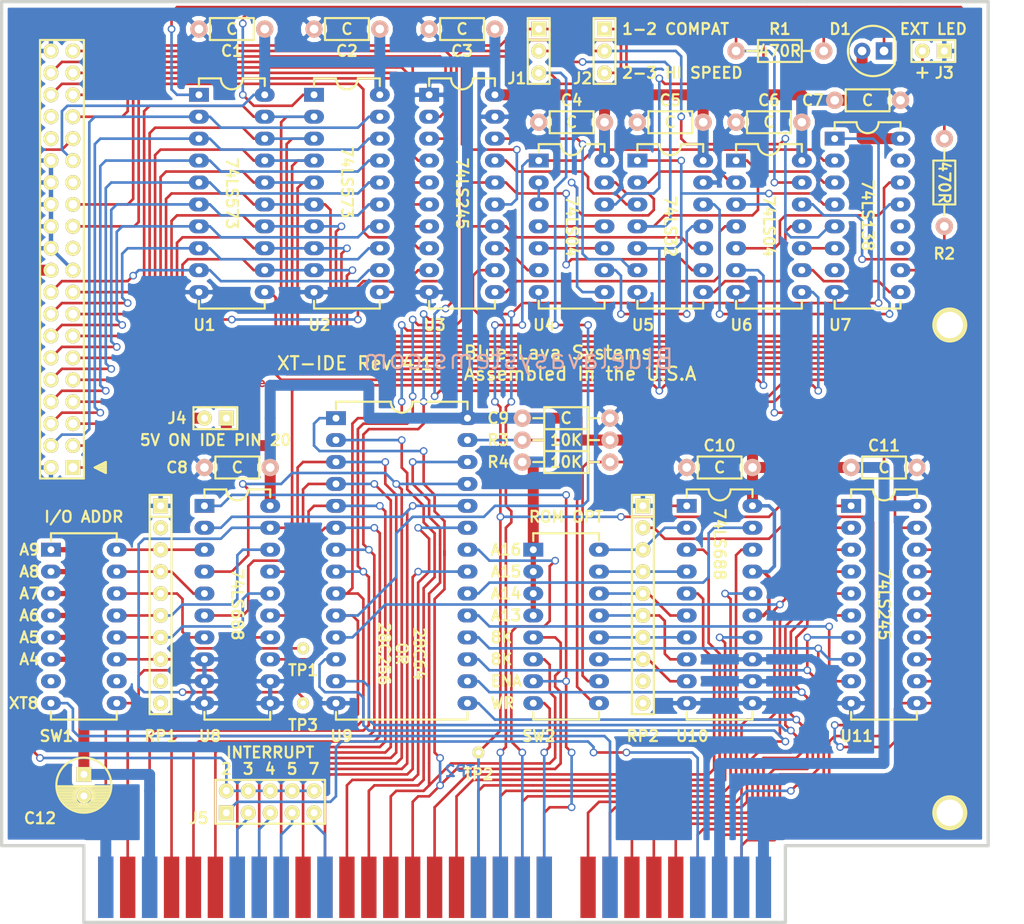
<source format=kicad_pcb>
(kicad_pcb (version 20171130) (host pcbnew "(5.1.4)-1")
  (title_block (title "XT-IDE Revision 3") (date 2016-05-14) (rev 3B) (company "The Glitch Works") (comment 1 "J. Chapman"))
  (layers (0 Component signal) (31 Copper signal) (34 B.Paste user) (35 F.Paste user) (36 B.SilkS user) (37 F.SilkS user) (38 B.Mask user) (39 F.Mask user) (44 Edge.Cuts user))
  (net 0 "")
  (net 1 /*CS1FX)
  (net 2 /*CS3FX)
  (net 3 /*IOR-IDE)
  (net 4 /*IOW-IDE)
  (net 5 /*IOW-ISA)
  (net 6 /*MEMR)
  (net 7 /*RESET)
  (net 8 //CS_ROM)
  (net 9 /3)
  (net 10 /4)
  (net 11 /5)
  (net 12 /6)
  (net 13 /7)
  (net 14 /A0-IDE)
  (net 15 /A0-ISA)
  (net 16 /A1-IDE)
  (net 17 /A1-ISA)
  (net 18 /A10)
  (net 19 /A11)
  (net 20 /A12)
  (net 21 /A2-IDE)
  (net 22 /A2-ISA)
  (net 23 /A3)
  (net 24 /D10)
  (net 25 /D11)
  (net 26 /D12)
  (net 27 /D13)
  (net 28 /D14)
  (net 29 /D15)
  (net 30 /D8)
  (net 31 /D9)
  (net 32 /INTRQ)
  (net 33 /IRQ3)
  (net 34 /IRQ4)
  (net 35 /IRQ5)
  (net 36 /IRQ7)
  (net 37 /PC-DB0)
  (net 38 /PC-DB1)
  (net 39 /PC-DB2)
  (net 40 /PC-DB3)
  (net 41 /PC-DB4)
  (net 42 /PC-DB5)
  (net 43 /PC-DB6)
  (net 44 /PC-DB7)
  (net 45 /VCC_CF)
  (net 46 GND)
  (net 47 VCC)
  (net 48 *MEMW)
  (net 49 AEN)
  (net 50 A14)
  (net 51 A13)
  (net 52 "Net-(R2-Pad2)")
  (net 53 /ROM_WE)
  (net 54 "Net-(RP2-Pad6)")
  (net 55 "Net-(RP2-Pad5)")
  (net 56 "Net-(RP2-Pad4)")
  (net 57 "Net-(RP2-Pad3)")
  (net 58 "Net-(RP1-Pad7)")
  (net 59 "Net-(RP1-Pad8)")
  (net 60 "Net-(RP2-Pad7)")
  (net 61 "Net-(RP2-Pad8)")
  (net 62 "Net-(RP1-Pad3)")
  (net 63 "Net-(RP1-Pad4)")
  (net 64 "Net-(RP1-Pad5)")
  (net 65 "Net-(RP1-Pad6)")
  (net 66 A19)
  (net 67 A18)
  (net 68 A17)
  (net 69 A16)
  (net 70 A15)
  (net 71 A9)
  (net 72 A8)
  (net 73 A7)
  (net 74 A6)
  (net 75 A5)
  (net 76 A4)
  (net 77 "Net-(U4-Pad11)")
  (net 78 "Net-(J2-Pad2)")
  (net 79 "Net-(J3-Pad2)")
  (net 80 *DASP)
  (net 81 "Net-(R4-Pad2)")
  (net 82 "Net-(D1-Pad1)")
  (net 83 D7)
  (net 84 RESDRV)
  (net 85 IRQ2)
  (net 86 *IOR-ISA)
  (net 87 D6)
  (net 88 D5)
  (net 89 D4)
  (net 90 D3)
  (net 91 D2)
  (net 92 D1)
  (net 93 D0)
  (net 94 /DMARQ)
  (net 95 /IORDY)
  (net 96 /IOCS16)
  (net 97 /PDIAG)
  (net 98 "Net-(RP1-Pad2)")
  (net 99 "Net-(RP1-Pad9)")
  (net 100 "Net-(RP1-Pad10)")
  (net 101 "Net-(RP2-Pad9)")
  (net 102 "Net-(RP2-Pad10)")
  (net 103 "Net-(U3-Pad11)")
  (net 104 "Net-(U4-Pad2)")
  (net 105 "Net-(SW1-Pad7)")
  (net 106 "Net-(SW1-Pad10)")
  (net 107 *CARDSEL)
  (net 108 *CS_IDE)
  (net 109 *IOR_DELAYED)
  (net 110 "Net-(U4-Pad10)")
  (net 111 "Net-(U5-Pad2)")
  (net 112 "Net-(U5-Pad8)")
  (net 113 "Net-(U6-Pad5)")
  (net 114 "Net-(U6-Pad9)")
  (net 115 "Net-(U6-Pad10)")
  (net 116 "Net-(U7-Pad7)")
  (net 117 "Net-(U7-Pad11)")
  (net 118 "Net-(U7-Pad12)")
  (net 119 "Net-(U7-Pad15)")
  (net 120 "Net-(J1-Pad2)")
  (net 121 *HI_OUT_DELAYED)
  (net 122 "Net-(U4-Pad13)")
  (net 123 *HI_BYTE_OUTPUT)
  (net 124 "Net-(U4-Pad9)")
  (net 125 *CARDSEL_SWITCHED)
  (module gw_dips:DIP-20_300_OBROUND (layer Component) (at 99.695 45.085)
    (fp_text reference U1 (at 0.635 26.67) (layer F.SilkS) (effects (font (size 1.27 1.27) (thickness 0.254))))
    (fp_text value 74LS573 hide)
    (pad 1 thru_hole rect (at 0 0) (size 2.3 1.6) (drill 0.8) (layers *.Cu *.Mask) (net 10 /4))
    (pad 2 thru_hole oval (at 0 2.54) (size 2.3 1.6) (drill 0.8) (layers *.Cu *.Mask) (net 30 /D8))
    (pad 3 thru_hole oval (at 0 5.08) (size 2.3 1.6) (drill 0.8) (layers *.Cu *.Mask) (net 31 /D9))
    (pad 4 thru_hole oval (at 0 7.62) (size 2.3 1.6) (drill 0.8) (layers *.Cu *.Mask) (net 24 /D10))
    (pad 5 thru_hole oval (at 0 10.16) (size 2.3 1.6) (drill 0.8) (layers *.Cu *.Mask) (net 25 /D11))
    (pad 6 thru_hole oval (at 0 12.7) (size 2.3 1.6) (drill 0.8) (layers *.Cu *.Mask) (net 26 /D12))
    (pad 7 thru_hole oval (at 0 15.24) (size 2.3 1.6) (drill 0.8) (layers *.Cu *.Mask) (net 27 /D13))
    (pad 8 thru_hole oval (at 0 17.78) (size 2.3 1.6) (drill 0.8) (layers *.Cu *.Mask) (net 28 /D14))
    (pad 9 thru_hole oval (at 0 20.32) (size 2.3 1.6) (drill 0.8) (layers *.Cu *.Mask) (net 29 /D15))
    (pad 10 thru_hole oval (at 0 22.86) (size 2.3 1.6) (drill 0.8) (layers *.Cu *.Mask) (net 46 GND))
    (pad 11 thru_hole oval (at 7.62 22.86) (size 2.3 1.6) (drill 0.8) (layers *.Cu *.Mask) (net 11 /5))
    (pad 12 thru_hole oval (at 7.62 20.32) (size 2.3 1.6) (drill 0.8) (layers *.Cu *.Mask) (net 83 D7))
    (pad 13 thru_hole oval (at 7.62 17.78) (size 2.3 1.6) (drill 0.8) (layers *.Cu *.Mask) (net 87 D6))
    (pad 14 thru_hole oval (at 7.62 15.24) (size 2.3 1.6) (drill 0.8) (layers *.Cu *.Mask) (net 88 D5))
    (pad 15 thru_hole oval (at 7.62 12.7) (size 2.3 1.6) (drill 0.8) (layers *.Cu *.Mask) (net 89 D4))
    (pad 16 thru_hole oval (at 7.62 10.16) (size 2.3 1.6) (drill 0.8) (layers *.Cu *.Mask) (net 90 D3))
    (pad 17 thru_hole oval (at 7.62 7.62) (size 2.3 1.6) (drill 0.8) (layers *.Cu *.Mask) (net 91 D2))
    (pad 18 thru_hole oval (at 7.62 5.08) (size 2.3 1.6) (drill 0.8) (layers *.Cu *.Mask) (net 92 D1))
    (pad 19 thru_hole oval (at 7.62 2.54) (size 2.3 1.6) (drill 0.8) (layers *.Cu *.Mask) (net 93 D0))
    (pad 20 thru_hole oval (at 7.62 0) (size 2.3 1.6) (drill 0.8) (layers *.Cu *.Mask) (net 47 VCC))
  )
  (module gw_dips:DIP-20_300_OBROUND (layer Component) (at 126.365 45.085)
    (fp_text reference U3 (at 0.635 26.67) (layer F.SilkS) (effects (font (size 1.27 1.27) (thickness 0.254))))
    (fp_text value 74LS245 hide)
    (pad 1 thru_hole rect (at 0 0) (size 2.3 1.6) (drill 0.8) (layers *.Cu *.Mask) (net 46 GND))
    (pad 2 thru_hole oval (at 0 2.54) (size 2.3 1.6) (drill 0.8) (layers *.Cu *.Mask) (net 1 /*CS1FX))
    (pad 3 thru_hole oval (at 0 5.08) (size 2.3 1.6) (drill 0.8) (layers *.Cu *.Mask) (net 2 /*CS3FX))
    (pad 4 thru_hole oval (at 0 7.62) (size 2.3 1.6) (drill 0.8) (layers *.Cu *.Mask) (net 21 /A2-IDE))
    (pad 5 thru_hole oval (at 0 10.16) (size 2.3 1.6) (drill 0.8) (layers *.Cu *.Mask) (net 14 /A0-IDE))
    (pad 6 thru_hole oval (at 0 12.7) (size 2.3 1.6) (drill 0.8) (layers *.Cu *.Mask) (net 16 /A1-IDE))
    (pad 7 thru_hole oval (at 0 15.24) (size 2.3 1.6) (drill 0.8) (layers *.Cu *.Mask) (net 3 /*IOR-IDE))
    (pad 8 thru_hole oval (at 0 17.78) (size 2.3 1.6) (drill 0.8) (layers *.Cu *.Mask) (net 4 /*IOW-IDE))
    (pad 9 thru_hole oval (at 0 20.32) (size 2.3 1.6) (drill 0.8) (layers *.Cu *.Mask) (net 7 /*RESET))
    (pad 10 thru_hole oval (at 0 22.86) (size 2.3 1.6) (drill 0.8) (layers *.Cu *.Mask) (net 46 GND))
    (pad 11 thru_hole oval (at 7.62 22.86) (size 2.3 1.6) (drill 0.8) (layers *.Cu *.Mask) (net 103 "Net-(U3-Pad11)"))
    (pad 12 thru_hole oval (at 7.62 20.32) (size 2.3 1.6) (drill 0.8) (layers *.Cu *.Mask) (net 5 /*IOW-ISA))
    (pad 13 thru_hole oval (at 7.62 17.78) (size 2.3 1.6) (drill 0.8) (layers *.Cu *.Mask) (net 109 *IOR_DELAYED))
    (pad 14 thru_hole oval (at 7.62 15.24) (size 2.3 1.6) (drill 0.8) (layers *.Cu *.Mask) (net 17 /A1-ISA))
    (pad 15 thru_hole oval (at 7.62 12.7) (size 2.3 1.6) (drill 0.8) (layers *.Cu *.Mask) (net 78 "Net-(J2-Pad2)"))
    (pad 16 thru_hole oval (at 7.62 10.16) (size 2.3 1.6) (drill 0.8) (layers *.Cu *.Mask) (net 22 /A2-ISA))
    (pad 17 thru_hole oval (at 7.62 7.62) (size 2.3 1.6) (drill 0.8) (layers *.Cu *.Mask) (net 12 /6))
    (pad 18 thru_hole oval (at 7.62 5.08) (size 2.3 1.6) (drill 0.8) (layers *.Cu *.Mask) (net 13 /7))
    (pad 19 thru_hole oval (at 7.62 2.54) (size 2.3 1.6) (drill 0.8) (layers *.Cu *.Mask) (net 46 GND))
    (pad 20 thru_hole oval (at 7.62 0) (size 2.3 1.6) (drill 0.8) (layers *.Cu *.Mask) (net 47 VCC))
  )
  (module mounting:120mil_no_silkscreen (layer Component) (at 186.69 128.27)
    (fp_text reference P6 hide)
    (fp_text value CONN_1 hide)
    (pad 1 thru_hole circle (at 0 0) (size 4.064 4.064) (drill 3.048) (layers *.Cu *.Mask F.SilkS) (net 46 GND))
  )
  (module mounting:120mil_no_silkscreen (layer Component) (at 186.69 71.755)
    (fp_text reference P7 hide)
    (fp_text value CONN_1 hide)
    (pad 1 thru_hole circle (at 0 0) (size 4.064 4.064) (drill 3.048) (layers *.Cu *.Mask F.SilkS) (net 46 GND))
  )
  (module edge_connectors:ISA-8BIT-XT-IDE (layer Component) (at 127 137.16)
    (fp_text reference BUS1 hide)
    (fp_text value BUSPC hide)
    (pad 1 connect rect (at 38.1 -0.254) (size 1.778 7.112) (layers Copper B.Mask) (net 46 GND))
    (pad 2 connect rect (at 35.56 -0.254) (size 1.778 7.112) (layers Copper B.Mask) (net 84 RESDRV))
    (pad 3 connect rect (at 33.02 -0.254) (size 1.778 7.112) (layers Copper B.Mask) (net 47 VCC))
    (pad 4 connect rect (at 30.48 -0.254) (size 1.778 7.112) (layers Copper B.Mask) (net 85 IRQ2))
    (pad 8 connect rect (at 20.32 -0.254) (size 1.778 7.112) (layers Copper B.Mask) (net 107 *CARDSEL))
    (pad 11 connect rect (at 12.7 -0.254) (size 1.778 7.112) (layers Copper B.Mask) (net 48 *MEMW))
    (pad 12 connect rect (at 10.16 -0.254) (size 1.778 7.112) (layers Copper B.Mask) (net 6 /*MEMR))
    (pad 13 connect rect (at 7.62 -0.254) (size 1.778 7.112) (layers Copper B.Mask) (net 5 /*IOW-ISA))
    (pad 14 connect rect (at 5.08 -0.254) (size 1.778 7.112) (layers Copper B.Mask) (net 86 *IOR-ISA))
    (pad 21 connect rect (at -12.7 -0.254) (size 1.778 7.112) (layers Copper B.Mask) (net 36 /IRQ7))
    (pad 23 connect rect (at -17.78 -0.254) (size 1.778 7.112) (layers Copper B.Mask) (net 35 /IRQ5))
    (pad 24 connect rect (at -20.32 -0.254) (size 1.778 7.112) (layers Copper B.Mask) (net 34 /IRQ4))
    (pad 25 connect rect (at -22.86 -0.254) (size 1.778 7.112) (layers Copper B.Mask) (net 33 /IRQ3))
    (pad 29 connect rect (at -33.02 -0.254) (size 1.778 7.112) (layers Copper B.Mask) (net 47 VCC))
    (pad 31 connect rect (at -38.1 -0.254) (size 1.778 7.112) (layers Copper B.Mask) (net 46 GND))
    (pad 33 connect rect (at 35.56 -0.254) (size 1.778 7.112) (layers Component F.Mask) (net 44 /PC-DB7))
    (pad 34 connect rect (at 33.02 -0.254) (size 1.778 7.112) (layers Component F.Mask) (net 43 /PC-DB6))
    (pad 35 connect rect (at 30.48 -0.254) (size 1.778 7.112) (layers Component F.Mask) (net 42 /PC-DB5))
    (pad 36 connect rect (at 27.94 -0.254) (size 1.778 7.112) (layers Component F.Mask) (net 41 /PC-DB4))
    (pad 37 connect rect (at 25.4 -0.254) (size 1.778 7.112) (layers Component F.Mask) (net 40 /PC-DB3))
    (pad 38 connect rect (at 22.86 -0.254) (size 1.778 7.112) (layers Component F.Mask) (net 39 /PC-DB2))
    (pad 39 connect rect (at 20.32 -0.254) (size 1.778 7.112) (layers Component F.Mask) (net 38 /PC-DB1))
    (pad 40 connect rect (at 17.78 -0.254) (size 1.778 7.112) (layers Component F.Mask) (net 37 /PC-DB0))
    (pad 42 connect rect (at 12.7 -0.254) (size 1.778 7.112) (layers Component F.Mask) (net 49 AEN))
    (pad 43 connect rect (at 10.16 -0.254) (size 1.778 7.112) (layers Component F.Mask) (net 66 A19))
    (pad 44 connect rect (at 7.62 -0.254) (size 1.778 7.112) (layers Component F.Mask) (net 67 A18))
    (pad 45 connect rect (at 5.08 -0.254) (size 1.778 7.112) (layers Component F.Mask) (net 68 A17))
    (pad 46 connect rect (at 2.54 -0.254) (size 1.778 7.112) (layers Component F.Mask) (net 69 A16))
    (pad 47 connect rect (at 0 -0.254) (size 1.778 7.112) (layers Component F.Mask) (net 70 A15))
    (pad 48 connect rect (at -2.54 -0.254) (size 1.778 7.112) (layers Component F.Mask) (net 50 A14))
    (pad 49 connect rect (at -5.08 -0.254) (size 1.778 7.112) (layers Component F.Mask) (net 51 A13))
    (pad 50 connect rect (at -7.62 -0.254) (size 1.778 7.112) (layers Component F.Mask) (net 20 /A12))
    (pad 51 connect rect (at -10.16 -0.254) (size 1.778 7.112) (layers Component F.Mask) (net 19 /A11))
    (pad 52 connect rect (at -12.7 -0.254) (size 1.778 7.112) (layers Component F.Mask) (net 18 /A10))
    (pad 53 connect rect (at -15.24 -0.254) (size 1.778 7.112) (layers Component F.Mask) (net 71 A9))
    (pad 54 connect rect (at -17.78 -0.254) (size 1.778 7.112) (layers Component F.Mask) (net 72 A8))
    (pad 55 connect rect (at -20.32 -0.254) (size 1.778 7.112) (layers Component F.Mask) (net 73 A7))
    (pad 56 connect rect (at -22.86 -0.254) (size 1.778 7.112) (layers Component F.Mask) (net 74 A6))
    (pad 57 connect rect (at -25.4 -0.254) (size 1.778 7.112) (layers Component F.Mask) (net 75 A5))
    (pad 58 connect rect (at -27.94 -0.254) (size 1.778 7.112) (layers Component F.Mask) (net 76 A4))
    (pad 59 connect rect (at -30.48 -0.254) (size 1.778 7.112) (layers Component F.Mask) (net 23 /A3))
    (pad 60 connect rect (at -33.02 -0.254) (size 1.778 7.112) (layers Component F.Mask) (net 22 /A2-ISA))
    (pad 61 connect rect (at -35.56 -0.254) (size 1.778 7.112) (layers Component F.Mask) (net 17 /A1-ISA))
    (pad 62 connect rect (at -38.1 -0.254) (size 1.778 7.112) (layers Component F.Mask) (net 15 /A0-ISA))
  )
  (module headers_with_detent:5x2 (layer Component) (at 107.95 127)
    (fp_text reference J5 (at -8.255 1.905) (layer F.SilkS) (effects (font (size 1.27 1.27) (thickness 0.254))))
    (fp_text value INTERRUPT (at 0 -5.715) (layer F.SilkS) (effects (font (size 1.27 1.27) (thickness 0.254))))
    (pad 1 thru_hole rect (at -5.08 1.27) (size 1.7272 1.7272) (drill 0.8128) (layers *.Cu *.Mask F.SilkS) (net 85 IRQ2))
    (pad 2 thru_hole circle (at -5.08 -1.27) (size 1.7272 1.7272) (drill 0.8128) (layers *.Cu *.Mask F.SilkS) (net 32 /INTRQ))
    (pad 3 thru_hole circle (at -2.54 1.27) (size 1.7272 1.7272) (drill 0.8128) (layers *.Cu *.Mask F.SilkS) (net 33 /IRQ3))
    (pad 4 thru_hole circle (at -2.54 -1.27) (size 1.7272 1.7272) (drill 0.8128) (layers *.Cu *.Mask F.SilkS) (net 32 /INTRQ))
    (pad 5 thru_hole circle (at 0 1.27) (size 1.7272 1.7272) (drill 0.8128) (layers *.Cu *.Mask F.SilkS) (net 34 /IRQ4))
    (pad 6 thru_hole circle (at 0 -1.27) (size 1.7272 1.7272) (drill 0.8128) (layers *.Cu *.Mask F.SilkS) (net 32 /INTRQ))
    (pad 7 thru_hole circle (at 2.54 1.27) (size 1.7272 1.7272) (drill 0.8128) (layers *.Cu *.Mask F.SilkS) (net 35 /IRQ5))
    (pad 8 thru_hole circle (at 2.54 -1.27) (size 1.7272 1.7272) (drill 0.8128) (layers *.Cu *.Mask F.SilkS) (net 32 /INTRQ))
    (pad 9 thru_hole circle (at 5.08 1.27) (size 1.7272 1.7272) (drill 0.8128) (layers *.Cu *.Mask F.SilkS) (net 36 /IRQ7))
    (pad 10 thru_hole circle (at 5.08 -1.27) (size 1.7272 1.7272) (drill 0.8128) (layers *.Cu *.Mask F.SilkS) (net 32 /INTRQ))
  )
  (module headers_with_detent:1x3 (layer Component) (at 146.685 40.005)
    (fp_text reference J2 (at -2.54 3.175) (layer F.SilkS) (effects (font (size 1.27 1.27) (thickness 0.254))))
    (fp_text value CONN_3 hide)
    (pad 1 thru_hole rect (at 0 -2.54 270) (size 1.7272 1.7272) (drill 0.8128) (layers *.Cu *.Mask F.SilkS) (net 15 /A0-ISA))
    (pad 2 thru_hole circle (at 0 0 270) (size 1.7272 1.7272) (drill 0.8128) (layers *.Cu *.Mask F.SilkS) (net 78 "Net-(J2-Pad2)"))
    (pad 3 thru_hole circle (at 0 2.54 270) (size 1.7272 1.7272) (drill 0.8128) (layers *.Cu *.Mask F.SilkS) (net 23 /A3))
  )
  (module headers_with_detent:1x3 (layer Component) (at 139.065 40.005)
    (fp_text reference J1 (at -2.54 3.175) (layer F.SilkS) (effects (font (size 1.27 1.27) (thickness 0.254))))
    (fp_text value CONN_3 hide)
    (pad 1 thru_hole rect (at 0 -2.54 270) (size 1.7272 1.7272) (drill 0.8128) (layers *.Cu *.Mask F.SilkS) (net 23 /A3))
    (pad 2 thru_hole circle (at 0 0 270) (size 1.7272 1.7272) (drill 0.8128) (layers *.Cu *.Mask F.SilkS) (net 120 "Net-(J1-Pad2)"))
    (pad 3 thru_hole circle (at 0 2.54 270) (size 1.7272 1.7272) (drill 0.8128) (layers *.Cu *.Mask F.SilkS) (net 15 /A0-ISA))
  )
  (module headers_with_detent:1x2 (layer Component) (at 184.785 40.005 270)
    (fp_text reference J3 (at 2.54 -1.27) (layer F.SilkS) (effects (font (size 1.27 1.27) (thickness 0.254))))
    (fp_text value CONN_2 hide)
    (pad 1 thru_hole rect (at 0 -1.27 180) (size 1.7272 1.7272) (drill 0.8128) (layers *.Cu *.Mask F.SilkS) (net 46 GND))
    (pad 2 thru_hole circle (at 0 1.27 180) (size 1.7272 1.7272) (drill 0.8128) (layers *.Cu *.Mask F.SilkS) (net 79 "Net-(J3-Pad2)"))
  )
  (module headers_with_detent:1x2 (layer Component) (at 101.6 82.55 270)
    (fp_text reference J4 (at 0 4.445) (layer F.SilkS) (effects (font (size 1.27 1.27) (thickness 0.254))))
    (fp_text value CONN_2 hide)
    (pad 1 thru_hole rect (at 0 -1.27 180) (size 1.7272 1.7272) (drill 0.8128) (layers *.Cu *.Mask F.SilkS) (net 47 VCC))
    (pad 2 thru_hole circle (at 0 1.27 180) (size 1.7272 1.7272) (drill 0.8128) (layers *.Cu *.Mask F.SilkS) (net 45 /VCC_CF))
  )
  (module gw_leds:LED-5MM (layer Component) (at 179.07 40.005 180)
    (fp_text reference D1 (at 5.08 2.54 180) (layer F.SilkS) (effects (font (size 1.27 1.27) (thickness 0.254))))
    (fp_text value LED hide)
    (pad 1 thru_hole rect (at 0 0 270) (size 2 1.9) (drill 1.00076) (layers *.Cu *.Mask) (net 82 "Net-(D1-Pad1)"))
    (pad 2 thru_hole circle (at 2.54 0 180) (size 1.9 1.9) (drill 1.00076) (layers *.Cu *.Mask) (net 47 VCC))
  )
  (module testpoints:TH_TESTPOINT (layer Component) (at 111.76 109.22)
    (fp_text reference TP1 (at 0 2.54) (layer F.SilkS) (effects (font (size 1.27 1.27) (thickness 0.254))))
    (fp_text value CONN_1 hide)
    (pad 1 thru_hole circle (at 0 0) (size 1.397 1.397) (drill 0.635) (layers *.Cu *.Mask F.SilkS) (net 125 *CARDSEL_SWITCHED))
  )
  (module testpoints:TH_TESTPOINT (layer Component) (at 111.76 115.57)
    (fp_text reference TP3 (at 0 2.54) (layer F.SilkS) (effects (font (size 1.27 1.27) (thickness 0.254))))
    (fp_text value CONN_1 hide)
    (pad 1 thru_hole circle (at 0 0) (size 1.397 1.397) (drill 0.635) (layers *.Cu *.Mask F.SilkS) (net 108 *CS_IDE))
  )
  (module testpoints:TH_TESTPOINT (layer Component) (at 132.08 121.285)
    (fp_text reference TP2 (at 0 2.54) (layer F.SilkS) (effects (font (size 1.27 1.27) (thickness 0.254))))
    (fp_text value CONN_1 hide)
    (pad 1 thru_hole circle (at 0 0) (size 1.397 1.397) (drill 0.635) (layers *.Cu *.Mask F.SilkS) (net 86 *IOR-ISA))
  )
  (module gw_caps_polarized:CP_RAD_250_100 (layer Component) (at 86.36 123.825 270)
    (fp_text reference C12 (at 5.08 5.08 180) (layer F.SilkS) (effects (font (size 1.27 1.27) (thickness 0.254))))
    (fp_text value 47uF hide)
    (pad 2 thru_hole circle (at 2.5 0 270) (size 1.7272 1.7272) (drill 0.8) (layers *.Cu *.Mask F.SilkS) (net 46 GND))
    (pad 1 thru_hole rect (at 0 0 270) (size 1.7272 1.7272) (drill 0.8) (layers *.Cu *.Mask F.SilkS) (net 47 VCC))
  )
  (module gw_symbols:PIN1_TRIANGLE_SILKSCREEN (layer Component) (at 87.63 88.265)
    (fp_text reference REF** hide)
    (fp_text value PIN1_TRIANGLE_SILKSCREEN hide)
  )
  (module gw_headers:STRAIGHT_2x20 (layer Component) (at 85.09 88.265 180)
    (fp_text reference IDE1 hide)
    (fp_text value CONN_20X2 hide)
    (pad 1 thru_hole rect (at 0 0 180) (size 1.7272 1.7272) (drill 1.016) (layers *.Cu *.Mask F.SilkS) (net 7 /*RESET))
    (pad 2 thru_hole oval (at 2.54 0 180) (size 1.7272 1.7272) (drill 1.016) (layers *.Cu *.Mask F.SilkS) (net 46 GND))
    (pad 3 thru_hole oval (at 0 2.54 180) (size 1.7272 1.7272) (drill 1.016) (layers *.Cu *.Mask F.SilkS) (net 83 D7))
    (pad 4 thru_hole oval (at 2.54 2.54 180) (size 1.7272 1.7272) (drill 1.016) (layers *.Cu *.Mask F.SilkS) (net 30 /D8))
    (pad 5 thru_hole oval (at 0 5.08 180) (size 1.7272 1.7272) (drill 1.016) (layers *.Cu *.Mask F.SilkS) (net 87 D6))
    (pad 6 thru_hole oval (at 2.54 5.08 180) (size 1.7272 1.7272) (drill 1.016) (layers *.Cu *.Mask F.SilkS) (net 31 /D9))
    (pad 7 thru_hole oval (at 0 7.62 180) (size 1.7272 1.7272) (drill 1.016) (layers *.Cu *.Mask F.SilkS) (net 88 D5))
    (pad 8 thru_hole oval (at 2.54 7.62 180) (size 1.7272 1.7272) (drill 1.016) (layers *.Cu *.Mask F.SilkS) (net 24 /D10))
    (pad 9 thru_hole oval (at 0 10.16 180) (size 1.7272 1.7272) (drill 1.016) (layers *.Cu *.Mask F.SilkS) (net 89 D4))
    (pad 10 thru_hole oval (at 2.54 10.16 180) (size 1.7272 1.7272) (drill 1.016) (layers *.Cu *.Mask F.SilkS) (net 25 /D11))
    (pad 11 thru_hole oval (at 0 12.7 180) (size 1.7272 1.7272) (drill 1.016) (layers *.Cu *.Mask F.SilkS) (net 90 D3))
    (pad 12 thru_hole oval (at 2.54 12.7 180) (size 1.7272 1.7272) (drill 1.016) (layers *.Cu *.Mask F.SilkS) (net 26 /D12))
    (pad 13 thru_hole oval (at 0 15.24 180) (size 1.7272 1.7272) (drill 1.016) (layers *.Cu *.Mask F.SilkS) (net 91 D2))
    (pad 14 thru_hole oval (at 2.54 15.24 180) (size 1.7272 1.7272) (drill 1.016) (layers *.Cu *.Mask F.SilkS) (net 27 /D13))
    (pad 15 thru_hole oval (at 0 17.78 180) (size 1.7272 1.7272) (drill 1.016) (layers *.Cu *.Mask F.SilkS) (net 92 D1))
    (pad 16 thru_hole oval (at 2.54 17.78 180) (size 1.7272 1.7272) (drill 1.016) (layers *.Cu *.Mask F.SilkS) (net 28 /D14))
    (pad 17 thru_hole oval (at 0 20.32 180) (size 1.7272 1.7272) (drill 1.016) (layers *.Cu *.Mask F.SilkS) (net 93 D0))
    (pad 18 thru_hole oval (at 2.54 20.32 180) (size 1.7272 1.7272) (drill 1.016) (layers *.Cu *.Mask F.SilkS) (net 29 /D15))
    (pad 19 thru_hole oval (at 0 22.86 180) (size 1.7272 1.7272) (drill 1.016) (layers *.Cu *.Mask F.SilkS) (net 46 GND))
    (pad 20 thru_hole oval (at 2.54 22.86 180) (size 1.7272 1.7272) (drill 1.016) (layers *.Cu *.Mask F.SilkS) (net 45 /VCC_CF))
    (pad 21 thru_hole oval (at 0 25.4 180) (size 1.7272 1.7272) (drill 1.016) (layers *.Cu *.Mask F.SilkS) (net 94 /DMARQ))
    (pad 22 thru_hole oval (at 2.54 25.4 180) (size 1.7272 1.7272) (drill 1.016) (layers *.Cu *.Mask F.SilkS) (net 46 GND))
    (pad 23 thru_hole oval (at 0 27.94 180) (size 1.7272 1.7272) (drill 1.016) (layers *.Cu *.Mask F.SilkS) (net 4 /*IOW-IDE))
    (pad 24 thru_hole oval (at 2.54 27.94 180) (size 1.7272 1.7272) (drill 1.016) (layers *.Cu *.Mask F.SilkS) (net 46 GND))
    (pad 25 thru_hole oval (at 0 30.48 180) (size 1.7272 1.7272) (drill 1.016) (layers *.Cu *.Mask F.SilkS) (net 3 /*IOR-IDE))
    (pad 26 thru_hole oval (at 2.54 30.48 180) (size 1.7272 1.7272) (drill 1.016) (layers *.Cu *.Mask F.SilkS) (net 46 GND))
    (pad 27 thru_hole oval (at 0 33.02 180) (size 1.7272 1.7272) (drill 1.016) (layers *.Cu *.Mask F.SilkS) (net 95 /IORDY))
    (pad 28 thru_hole oval (at 2.54 33.02 180) (size 1.7272 1.7272) (drill 1.016) (layers *.Cu *.Mask F.SilkS) (net 46 GND))
    (pad 29 thru_hole oval (at 0 35.56 180) (size 1.7272 1.7272) (drill 1.016) (layers *.Cu *.Mask F.SilkS) (net 47 VCC))
    (pad 30 thru_hole oval (at 2.54 35.56 180) (size 1.7272 1.7272) (drill 1.016) (layers *.Cu *.Mask F.SilkS) (net 46 GND))
    (pad 31 thru_hole oval (at 0 38.1 180) (size 1.7272 1.7272) (drill 1.016) (layers *.Cu *.Mask F.SilkS) (net 32 /INTRQ))
    (pad 32 thru_hole oval (at 2.54 38.1 180) (size 1.7272 1.7272) (drill 1.016) (layers *.Cu *.Mask F.SilkS) (net 96 /IOCS16))
    (pad 33 thru_hole oval (at 0 40.64 180) (size 1.7272 1.7272) (drill 1.016) (layers *.Cu *.Mask F.SilkS) (net 16 /A1-IDE))
    (pad 34 thru_hole oval (at 2.54 40.64 180) (size 1.7272 1.7272) (drill 1.016) (layers *.Cu *.Mask F.SilkS) (net 97 /PDIAG))
    (pad 35 thru_hole oval (at 0 43.18 180) (size 1.7272 1.7272) (drill 1.016) (layers *.Cu *.Mask F.SilkS) (net 14 /A0-IDE))
    (pad 36 thru_hole oval (at 2.54 43.18 180) (size 1.7272 1.7272) (drill 1.016) (layers *.Cu *.Mask F.SilkS) (net 21 /A2-IDE))
    (pad 37 thru_hole oval (at 0 45.72 180) (size 1.7272 1.7272) (drill 1.016) (layers *.Cu *.Mask F.SilkS) (net 1 /*CS1FX))
    (pad 38 thru_hole oval (at 2.54 45.72 180) (size 1.7272 1.7272) (drill 1.016) (layers *.Cu *.Mask F.SilkS) (net 2 /*CS3FX))
    (pad 39 thru_hole oval (at 0 48.26 180) (size 1.7272 1.7272) (drill 1.016) (layers *.Cu *.Mask F.SilkS) (net 80 *DASP))
    (pad 40 thru_hole oval (at 2.54 48.26 180) (size 1.7272 1.7272) (drill 1.016) (layers *.Cu *.Mask F.SilkS) (net 46 GND))
  )
  (module gw_dips:DIP-20_300_OBROUND (layer Component) (at 113.03 45.085)
    (fp_text reference U2 (at 0.635 26.67) (layer F.SilkS) (effects (font (size 1.27 1.27) (thickness 0.254))))
    (fp_text value 74LS573 hide)
    (pad 1 thru_hole rect (at 0 0) (size 2.3 1.6) (drill 0.8) (layers *.Cu *.Mask) (net 121 *HI_OUT_DELAYED))
    (pad 2 thru_hole oval (at 0 2.54) (size 2.3 1.6) (drill 0.8) (layers *.Cu *.Mask) (net 93 D0))
    (pad 3 thru_hole oval (at 0 5.08) (size 2.3 1.6) (drill 0.8) (layers *.Cu *.Mask) (net 92 D1))
    (pad 4 thru_hole oval (at 0 7.62) (size 2.3 1.6) (drill 0.8) (layers *.Cu *.Mask) (net 91 D2))
    (pad 5 thru_hole oval (at 0 10.16) (size 2.3 1.6) (drill 0.8) (layers *.Cu *.Mask) (net 90 D3))
    (pad 6 thru_hole oval (at 0 12.7) (size 2.3 1.6) (drill 0.8) (layers *.Cu *.Mask) (net 89 D4))
    (pad 7 thru_hole oval (at 0 15.24) (size 2.3 1.6) (drill 0.8) (layers *.Cu *.Mask) (net 88 D5))
    (pad 8 thru_hole oval (at 0 17.78) (size 2.3 1.6) (drill 0.8) (layers *.Cu *.Mask) (net 87 D6))
    (pad 9 thru_hole oval (at 0 20.32) (size 2.3 1.6) (drill 0.8) (layers *.Cu *.Mask) (net 83 D7))
    (pad 10 thru_hole oval (at 0 22.86) (size 2.3 1.6) (drill 0.8) (layers *.Cu *.Mask) (net 46 GND))
    (pad 11 thru_hole oval (at 7.62 22.86) (size 2.3 1.6) (drill 0.8) (layers *.Cu *.Mask) (net 9 /3))
    (pad 12 thru_hole oval (at 7.62 20.32) (size 2.3 1.6) (drill 0.8) (layers *.Cu *.Mask) (net 29 /D15))
    (pad 13 thru_hole oval (at 7.62 17.78) (size 2.3 1.6) (drill 0.8) (layers *.Cu *.Mask) (net 28 /D14))
    (pad 14 thru_hole oval (at 7.62 15.24) (size 2.3 1.6) (drill 0.8) (layers *.Cu *.Mask) (net 27 /D13))
    (pad 15 thru_hole oval (at 7.62 12.7) (size 2.3 1.6) (drill 0.8) (layers *.Cu *.Mask) (net 26 /D12))
    (pad 16 thru_hole oval (at 7.62 10.16) (size 2.3 1.6) (drill 0.8) (layers *.Cu *.Mask) (net 25 /D11))
    (pad 17 thru_hole oval (at 7.62 7.62) (size 2.3 1.6) (drill 0.8) (layers *.Cu *.Mask) (net 24 /D10))
    (pad 18 thru_hole oval (at 7.62 5.08) (size 2.3 1.6) (drill 0.8) (layers *.Cu *.Mask) (net 31 /D9))
    (pad 19 thru_hole oval (at 7.62 2.54) (size 2.3 1.6) (drill 0.8) (layers *.Cu *.Mask) (net 30 /D8))
    (pad 20 thru_hole oval (at 7.62 0) (size 2.3 1.6) (drill 0.8) (layers *.Cu *.Mask) (net 47 VCC))
  )
  (module gw_dips:DIP-14_300_OBROUND (layer Component) (at 150.495 52.705)
    (fp_text reference U5 (at 0.635 19.05) (layer F.SilkS) (effects (font (size 1.27 1.27) (thickness 0.254))))
    (fp_text value 74LS32 hide)
    (pad 1 thru_hole rect (at 0 0) (size 2.3 1.6) (drill 0.8) (layers *.Cu *.Mask) (net 108 *CS_IDE))
    (pad 2 thru_hole oval (at 0 2.54) (size 2.3 1.6) (drill 0.8) (layers *.Cu *.Mask) (net 111 "Net-(U5-Pad2)"))
    (pad 3 thru_hole oval (at 0 5.08) (size 2.3 1.6) (drill 0.8) (layers *.Cu *.Mask) (net 12 /6))
    (pad 4 thru_hole oval (at 0 7.62) (size 2.3 1.6) (drill 0.8) (layers *.Cu *.Mask) (net 120 "Net-(J1-Pad2)"))
    (pad 5 thru_hole oval (at 0 10.16) (size 2.3 1.6) (drill 0.8) (layers *.Cu *.Mask) (net 108 *CS_IDE))
    (pad 6 thru_hole oval (at 0 12.7) (size 2.3 1.6) (drill 0.8) (layers *.Cu *.Mask) (net 13 /7))
    (pad 7 thru_hole oval (at 0 15.24) (size 2.3 1.6) (drill 0.8) (layers *.Cu *.Mask) (net 46 GND))
    (pad 8 thru_hole oval (at 7.62 15.24) (size 2.3 1.6) (drill 0.8) (layers *.Cu *.Mask) (net 112 "Net-(U5-Pad8)"))
    (pad 9 thru_hole oval (at 7.62 12.7) (size 2.3 1.6) (drill 0.8) (layers *.Cu *.Mask) (net 22 /A2-ISA))
    (pad 10 thru_hole oval (at 7.62 10.16) (size 2.3 1.6) (drill 0.8) (layers *.Cu *.Mask) (net 17 /A1-ISA))
    (pad 11 thru_hole oval (at 7.62 7.62) (size 2.3 1.6) (drill 0.8) (layers *.Cu *.Mask) (net 124 "Net-(U4-Pad9)"))
    (pad 12 thru_hole oval (at 7.62 5.08) (size 2.3 1.6) (drill 0.8) (layers *.Cu *.Mask) (net 123 *HI_BYTE_OUTPUT))
    (pad 13 thru_hole oval (at 7.62 2.54) (size 2.3 1.6) (drill 0.8) (layers *.Cu *.Mask) (net 46 GND))
    (pad 14 thru_hole oval (at 7.62 0) (size 2.3 1.6) (drill 0.8) (layers *.Cu *.Mask) (net 47 VCC))
  )
  (module gw_dips:DIP-14_300_OBROUND (layer Component) (at 161.925 52.705)
    (fp_text reference U6 (at 0.635 19.05) (layer F.SilkS) (effects (font (size 1.27 1.27) (thickness 0.254))))
    (fp_text value 74LS04 hide)
    (pad 1 thru_hole rect (at 0 0) (size 2.3 1.6) (drill 0.8) (layers *.Cu *.Mask) (net 120 "Net-(J1-Pad2)"))
    (pad 2 thru_hole oval (at 0 2.54) (size 2.3 1.6) (drill 0.8) (layers *.Cu *.Mask) (net 111 "Net-(U5-Pad2)"))
    (pad 3 thru_hole oval (at 0 5.08) (size 2.3 1.6) (drill 0.8) (layers *.Cu *.Mask) (net 84 RESDRV))
    (pad 4 thru_hole oval (at 0 7.62) (size 2.3 1.6) (drill 0.8) (layers *.Cu *.Mask) (net 103 "Net-(U3-Pad11)"))
    (pad 5 thru_hole oval (at 0 10.16) (size 2.3 1.6) (drill 0.8) (layers *.Cu *.Mask) (net 113 "Net-(U6-Pad5)"))
    (pad 6 thru_hole oval (at 0 12.7) (size 2.3 1.6) (drill 0.8) (layers *.Cu *.Mask) (net 11 /5))
    (pad 7 thru_hole oval (at 0 15.24) (size 2.3 1.6) (drill 0.8) (layers *.Cu *.Mask) (net 46 GND))
    (pad 8 thru_hole oval (at 7.62 15.24) (size 2.3 1.6) (drill 0.8) (layers *.Cu *.Mask) (net 9 /3))
    (pad 9 thru_hole oval (at 7.62 12.7) (size 2.3 1.6) (drill 0.8) (layers *.Cu *.Mask) (net 114 "Net-(U6-Pad9)"))
    (pad 10 thru_hole oval (at 7.62 10.16) (size 2.3 1.6) (drill 0.8) (layers *.Cu *.Mask) (net 115 "Net-(U6-Pad10)"))
    (pad 11 thru_hole oval (at 7.62 7.62) (size 2.3 1.6) (drill 0.8) (layers *.Cu *.Mask) (net 112 "Net-(U5-Pad8)"))
    (pad 12 thru_hole oval (at 7.62 5.08) (size 2.3 1.6) (drill 0.8) (layers *.Cu *.Mask) (net 52 "Net-(R2-Pad2)"))
    (pad 13 thru_hole oval (at 7.62 2.54) (size 2.3 1.6) (drill 0.8) (layers *.Cu *.Mask) (net 80 *DASP))
    (pad 14 thru_hole oval (at 7.62 0) (size 2.3 1.6) (drill 0.8) (layers *.Cu *.Mask) (net 47 VCC))
  )
  (module gw_dips:DIP-16_300_OBROUND (layer Component) (at 173.355 50.165)
    (fp_text reference U7 (at 0.635 21.59) (layer F.SilkS) (effects (font (size 1.27 1.27) (thickness 0.254))))
    (fp_text value 74LS138 hide)
    (pad 1 thru_hole rect (at 0 0) (size 2.3 1.6) (drill 0.8) (layers *.Cu *.Mask) (net 5 /*IOW-ISA))
    (pad 2 thru_hole oval (at 0 2.54) (size 2.3 1.6) (drill 0.8) (layers *.Cu *.Mask) (net 86 *IOR-ISA))
    (pad 3 thru_hole oval (at 0 5.08) (size 2.3 1.6) (drill 0.8) (layers *.Cu *.Mask) (net 120 "Net-(J1-Pad2)"))
    (pad 4 thru_hole oval (at 0 7.62) (size 2.3 1.6) (drill 0.8) (layers *.Cu *.Mask) (net 108 *CS_IDE))
    (pad 5 thru_hole oval (at 0 10.16) (size 2.3 1.6) (drill 0.8) (layers *.Cu *.Mask) (net 78 "Net-(J2-Pad2)"))
    (pad 6 thru_hole oval (at 0 12.7) (size 2.3 1.6) (drill 0.8) (layers *.Cu *.Mask) (net 115 "Net-(U6-Pad10)"))
    (pad 7 thru_hole oval (at 0 15.24) (size 2.3 1.6) (drill 0.8) (layers *.Cu *.Mask) (net 116 "Net-(U7-Pad7)"))
    (pad 8 thru_hole oval (at 0 17.78) (size 2.3 1.6) (drill 0.8) (layers *.Cu *.Mask) (net 46 GND))
    (pad 9 thru_hole oval (at 7.62 17.78) (size 2.3 1.6) (drill 0.8) (layers *.Cu *.Mask) (net 114 "Net-(U6-Pad9)"))
    (pad 10 thru_hole oval (at 7.62 15.24) (size 2.3 1.6) (drill 0.8) (layers *.Cu *.Mask) (net 10 /4))
    (pad 11 thru_hole oval (at 7.62 12.7) (size 2.3 1.6) (drill 0.8) (layers *.Cu *.Mask) (net 117 "Net-(U7-Pad11)"))
    (pad 12 thru_hole oval (at 7.62 10.16) (size 2.3 1.6) (drill 0.8) (layers *.Cu *.Mask) (net 118 "Net-(U7-Pad12)"))
    (pad 13 thru_hole oval (at 7.62 7.62) (size 2.3 1.6) (drill 0.8) (layers *.Cu *.Mask) (net 123 *HI_BYTE_OUTPUT))
    (pad 14 thru_hole oval (at 7.62 5.08) (size 2.3 1.6) (drill 0.8) (layers *.Cu *.Mask) (net 113 "Net-(U6-Pad5)"))
    (pad 15 thru_hole oval (at 7.62 2.54) (size 2.3 1.6) (drill 0.8) (layers *.Cu *.Mask) (net 119 "Net-(U7-Pad15)"))
    (pad 16 thru_hole oval (at 7.62 0) (size 2.3 1.6) (drill 0.8) (layers *.Cu *.Mask) (net 47 VCC))
  )
  (module gw_dips:DIP-20_300_OBROUND (layer Component) (at 100.33 92.71)
    (fp_text reference U8 (at 0.635 26.67) (layer F.SilkS) (effects (font (size 1.27 1.27) (thickness 0.254))))
    (fp_text value 74LS688 hide)
    (pad 1 thru_hole rect (at 0 0) (size 2.3 1.6) (drill 0.8) (layers *.Cu *.Mask) (net 49 AEN))
    (pad 2 thru_hole oval (at 0 2.54) (size 2.3 1.6) (drill 0.8) (layers *.Cu *.Mask) (net 71 A9))
    (pad 3 thru_hole oval (at 0 5.08) (size 2.3 1.6) (drill 0.8) (layers *.Cu *.Mask) (net 62 "Net-(RP1-Pad3)"))
    (pad 4 thru_hole oval (at 0 7.62) (size 2.3 1.6) (drill 0.8) (layers *.Cu *.Mask) (net 72 A8))
    (pad 5 thru_hole oval (at 0 10.16) (size 2.3 1.6) (drill 0.8) (layers *.Cu *.Mask) (net 63 "Net-(RP1-Pad4)"))
    (pad 6 thru_hole oval (at 0 12.7) (size 2.3 1.6) (drill 0.8) (layers *.Cu *.Mask) (net 73 A7))
    (pad 7 thru_hole oval (at 0 15.24) (size 2.3 1.6) (drill 0.8) (layers *.Cu *.Mask) (net 64 "Net-(RP1-Pad5)"))
    (pad 8 thru_hole oval (at 0 17.78) (size 2.3 1.6) (drill 0.8) (layers *.Cu *.Mask) (net 46 GND))
    (pad 9 thru_hole oval (at 0 20.32) (size 2.3 1.6) (drill 0.8) (layers *.Cu *.Mask) (net 46 GND))
    (pad 10 thru_hole oval (at 0 22.86) (size 2.3 1.6) (drill 0.8) (layers *.Cu *.Mask) (net 46 GND))
    (pad 11 thru_hole oval (at 7.62 22.86) (size 2.3 1.6) (drill 0.8) (layers *.Cu *.Mask) (net 46 GND))
    (pad 12 thru_hole oval (at 7.62 20.32) (size 2.3 1.6) (drill 0.8) (layers *.Cu *.Mask) (net 46 GND))
    (pad 13 thru_hole oval (at 7.62 17.78) (size 2.3 1.6) (drill 0.8) (layers *.Cu *.Mask) (net 76 A4))
    (pad 14 thru_hole oval (at 7.62 15.24) (size 2.3 1.6) (drill 0.8) (layers *.Cu *.Mask) (net 59 "Net-(RP1-Pad8)"))
    (pad 15 thru_hole oval (at 7.62 12.7) (size 2.3 1.6) (drill 0.8) (layers *.Cu *.Mask) (net 75 A5))
    (pad 16 thru_hole oval (at 7.62 10.16) (size 2.3 1.6) (drill 0.8) (layers *.Cu *.Mask) (net 58 "Net-(RP1-Pad7)"))
    (pad 17 thru_hole oval (at 7.62 7.62) (size 2.3 1.6) (drill 0.8) (layers *.Cu *.Mask) (net 74 A6))
    (pad 18 thru_hole oval (at 7.62 5.08) (size 2.3 1.6) (drill 0.8) (layers *.Cu *.Mask) (net 65 "Net-(RP1-Pad6)"))
    (pad 19 thru_hole oval (at 7.62 2.54) (size 2.3 1.6) (drill 0.8) (layers *.Cu *.Mask) (net 108 *CS_IDE))
    (pad 20 thru_hole oval (at 7.62 0) (size 2.3 1.6) (drill 0.8) (layers *.Cu *.Mask) (net 47 VCC))
  )
  (module gw_dips:DIP-28_600_OBROUND (layer Component) (at 115.57 82.55)
    (fp_text reference U9 (at 0.635 36.83) (layer F.SilkS) (effects (font (size 1.27 1.27) (thickness 0.254))))
    (fp_text value 28C256 hide)
    (pad 1 thru_hole rect (at 0 0) (size 2.3 1.6) (drill 0.8) (layers *.Cu *.Mask) (net 50 A14))
    (pad 2 thru_hole oval (at 0 2.54) (size 2.3 1.6) (drill 0.8) (layers *.Cu *.Mask) (net 20 /A12))
    (pad 3 thru_hole oval (at 0 5.08) (size 2.3 1.6) (drill 0.8) (layers *.Cu *.Mask) (net 73 A7))
    (pad 4 thru_hole oval (at 0 7.62) (size 2.3 1.6) (drill 0.8) (layers *.Cu *.Mask) (net 74 A6))
    (pad 5 thru_hole oval (at 0 10.16) (size 2.3 1.6) (drill 0.8) (layers *.Cu *.Mask) (net 75 A5))
    (pad 6 thru_hole oval (at 0 12.7) (size 2.3 1.6) (drill 0.8) (layers *.Cu *.Mask) (net 76 A4))
    (pad 7 thru_hole oval (at 0 15.24) (size 2.3 1.6) (drill 0.8) (layers *.Cu *.Mask) (net 23 /A3))
    (pad 8 thru_hole oval (at 0 17.78) (size 2.3 1.6) (drill 0.8) (layers *.Cu *.Mask) (net 22 /A2-ISA))
    (pad 9 thru_hole oval (at 0 20.32) (size 2.3 1.6) (drill 0.8) (layers *.Cu *.Mask) (net 17 /A1-ISA))
    (pad 10 thru_hole oval (at 0 22.86) (size 2.3 1.6) (drill 0.8) (layers *.Cu *.Mask) (net 15 /A0-ISA))
    (pad 11 thru_hole oval (at 0 25.4) (size 2.3 1.6) (drill 0.8) (layers *.Cu *.Mask) (net 37 /PC-DB0))
    (pad 12 thru_hole oval (at 0 27.94) (size 2.3 1.6) (drill 0.8) (layers *.Cu *.Mask) (net 38 /PC-DB1))
    (pad 13 thru_hole oval (at 0 30.48) (size 2.3 1.6) (drill 0.8) (layers *.Cu *.Mask) (net 39 /PC-DB2))
    (pad 14 thru_hole oval (at 0 33.02) (size 2.3 1.6) (drill 0.8) (layers *.Cu *.Mask) (net 46 GND))
    (pad 15 thru_hole oval (at 15.24 33.02) (size 2.3 1.6) (drill 0.8) (layers *.Cu *.Mask) (net 40 /PC-DB3))
    (pad 16 thru_hole oval (at 15.24 30.48) (size 2.3 1.6) (drill 0.8) (layers *.Cu *.Mask) (net 41 /PC-DB4))
    (pad 17 thru_hole oval (at 15.24 27.94) (size 2.3 1.6) (drill 0.8) (layers *.Cu *.Mask) (net 42 /PC-DB5))
    (pad 18 thru_hole oval (at 15.24 25.4) (size 2.3 1.6) (drill 0.8) (layers *.Cu *.Mask) (net 43 /PC-DB6))
    (pad 19 thru_hole oval (at 15.24 22.86) (size 2.3 1.6) (drill 0.8) (layers *.Cu *.Mask) (net 44 /PC-DB7))
    (pad 20 thru_hole oval (at 15.24 20.32) (size 2.3 1.6) (drill 0.8) (layers *.Cu *.Mask) (net 8 //CS_ROM))
    (pad 21 thru_hole oval (at 15.24 17.78) (size 2.3 1.6) (drill 0.8) (layers *.Cu *.Mask) (net 18 /A10))
    (pad 22 thru_hole oval (at 15.24 15.24) (size 2.3 1.6) (drill 0.8) (layers *.Cu *.Mask) (net 6 /*MEMR))
    (pad 23 thru_hole oval (at 15.24 12.7) (size 2.3 1.6) (drill 0.8) (layers *.Cu *.Mask) (net 19 /A11))
    (pad 24 thru_hole oval (at 15.24 10.16) (size 2.3 1.6) (drill 0.8) (layers *.Cu *.Mask) (net 71 A9))
    (pad 25 thru_hole oval (at 15.24 7.62) (size 2.3 1.6) (drill 0.8) (layers *.Cu *.Mask) (net 72 A8))
    (pad 26 thru_hole oval (at 15.24 5.08) (size 2.3 1.6) (drill 0.8) (layers *.Cu *.Mask) (net 51 A13))
    (pad 27 thru_hole oval (at 15.24 2.54) (size 2.3 1.6) (drill 0.8) (layers *.Cu *.Mask) (net 53 /ROM_WE))
    (pad 28 thru_hole oval (at 15.24 0) (size 2.3 1.6) (drill 0.8) (layers *.Cu *.Mask) (net 47 VCC))
  )
  (module gw_dips:DIP-20_300_OBROUND (layer Component) (at 156.21 92.71)
    (fp_text reference U10 (at 0.635 26.67) (layer F.SilkS) (effects (font (size 1.27 1.27) (thickness 0.254))))
    (fp_text value 74LS688 hide)
    (pad 1 thru_hole rect (at 0 0) (size 2.3 1.6) (drill 0.8) (layers *.Cu *.Mask) (net 81 "Net-(R4-Pad2)"))
    (pad 2 thru_hole oval (at 0 2.54) (size 2.3 1.6) (drill 0.8) (layers *.Cu *.Mask) (net 57 "Net-(RP2-Pad3)"))
    (pad 3 thru_hole oval (at 0 5.08) (size 2.3 1.6) (drill 0.8) (layers *.Cu *.Mask) (net 69 A16))
    (pad 4 thru_hole oval (at 0 7.62) (size 2.3 1.6) (drill 0.8) (layers *.Cu *.Mask) (net 56 "Net-(RP2-Pad4)"))
    (pad 5 thru_hole oval (at 0 10.16) (size 2.3 1.6) (drill 0.8) (layers *.Cu *.Mask) (net 70 A15))
    (pad 6 thru_hole oval (at 0 12.7) (size 2.3 1.6) (drill 0.8) (layers *.Cu *.Mask) (net 55 "Net-(RP2-Pad5)"))
    (pad 7 thru_hole oval (at 0 15.24) (size 2.3 1.6) (drill 0.8) (layers *.Cu *.Mask) (net 60 "Net-(RP2-Pad7)"))
    (pad 8 thru_hole oval (at 0 17.78) (size 2.3 1.6) (drill 0.8) (layers *.Cu *.Mask) (net 54 "Net-(RP2-Pad6)"))
    (pad 9 thru_hole oval (at 0 20.32) (size 2.3 1.6) (drill 0.8) (layers *.Cu *.Mask) (net 61 "Net-(RP2-Pad8)"))
    (pad 10 thru_hole oval (at 0 22.86) (size 2.3 1.6) (drill 0.8) (layers *.Cu *.Mask) (net 46 GND))
    (pad 11 thru_hole oval (at 7.62 22.86) (size 2.3 1.6) (drill 0.8) (layers *.Cu *.Mask) (net 46 GND))
    (pad 12 thru_hole oval (at 7.62 20.32) (size 2.3 1.6) (drill 0.8) (layers *.Cu *.Mask) (net 46 GND))
    (pad 13 thru_hole oval (at 7.62 17.78) (size 2.3 1.6) (drill 0.8) (layers *.Cu *.Mask) (net 46 GND))
    (pad 14 thru_hole oval (at 7.62 15.24) (size 2.3 1.6) (drill 0.8) (layers *.Cu *.Mask) (net 68 A17))
    (pad 15 thru_hole oval (at 7.62 12.7) (size 2.3 1.6) (drill 0.8) (layers *.Cu *.Mask) (net 47 VCC))
    (pad 16 thru_hole oval (at 7.62 10.16) (size 2.3 1.6) (drill 0.8) (layers *.Cu *.Mask) (net 67 A18))
    (pad 17 thru_hole oval (at 7.62 7.62) (size 2.3 1.6) (drill 0.8) (layers *.Cu *.Mask) (net 47 VCC))
    (pad 18 thru_hole oval (at 7.62 5.08) (size 2.3 1.6) (drill 0.8) (layers *.Cu *.Mask) (net 66 A19))
    (pad 19 thru_hole oval (at 7.62 2.54) (size 2.3 1.6) (drill 0.8) (layers *.Cu *.Mask) (net 8 //CS_ROM))
    (pad 20 thru_hole oval (at 7.62 0) (size 2.3 1.6) (drill 0.8) (layers *.Cu *.Mask) (net 47 VCC))
  )
  (module gw_dips:DIP-20_300_OBROUND (layer Component) (at 175.26 92.71)
    (fp_text reference U11 (at 0.635 26.67) (layer F.SilkS) (effects (font (size 1.27 1.27) (thickness 0.254))))
    (fp_text value 74LS245 hide)
    (pad 1 thru_hole rect (at 0 0) (size 2.3 1.6) (drill 0.8) (layers *.Cu *.Mask) (net 86 *IOR-ISA))
    (pad 2 thru_hole oval (at 0 2.54) (size 2.3 1.6) (drill 0.8) (layers *.Cu *.Mask) (net 37 /PC-DB0))
    (pad 3 thru_hole oval (at 0 5.08) (size 2.3 1.6) (drill 0.8) (layers *.Cu *.Mask) (net 38 /PC-DB1))
    (pad 4 thru_hole oval (at 0 7.62) (size 2.3 1.6) (drill 0.8) (layers *.Cu *.Mask) (net 39 /PC-DB2))
    (pad 5 thru_hole oval (at 0 10.16) (size 2.3 1.6) (drill 0.8) (layers *.Cu *.Mask) (net 40 /PC-DB3))
    (pad 6 thru_hole oval (at 0 12.7) (size 2.3 1.6) (drill 0.8) (layers *.Cu *.Mask) (net 41 /PC-DB4))
    (pad 7 thru_hole oval (at 0 15.24) (size 2.3 1.6) (drill 0.8) (layers *.Cu *.Mask) (net 42 /PC-DB5))
    (pad 8 thru_hole oval (at 0 17.78) (size 2.3 1.6) (drill 0.8) (layers *.Cu *.Mask) (net 43 /PC-DB6))
    (pad 9 thru_hole oval (at 0 20.32) (size 2.3 1.6) (drill 0.8) (layers *.Cu *.Mask) (net 44 /PC-DB7))
    (pad 10 thru_hole oval (at 0 22.86) (size 2.3 1.6) (drill 0.8) (layers *.Cu *.Mask) (net 46 GND))
    (pad 11 thru_hole oval (at 7.62 22.86) (size 2.3 1.6) (drill 0.8) (layers *.Cu *.Mask) (net 83 D7))
    (pad 12 thru_hole oval (at 7.62 20.32) (size 2.3 1.6) (drill 0.8) (layers *.Cu *.Mask) (net 87 D6))
    (pad 13 thru_hole oval (at 7.62 17.78) (size 2.3 1.6) (drill 0.8) (layers *.Cu *.Mask) (net 88 D5))
    (pad 14 thru_hole oval (at 7.62 15.24) (size 2.3 1.6) (drill 0.8) (layers *.Cu *.Mask) (net 89 D4))
    (pad 15 thru_hole oval (at 7.62 12.7) (size 2.3 1.6) (drill 0.8) (layers *.Cu *.Mask) (net 90 D3))
    (pad 16 thru_hole oval (at 7.62 10.16) (size 2.3 1.6) (drill 0.8) (layers *.Cu *.Mask) (net 91 D2))
    (pad 17 thru_hole oval (at 7.62 7.62) (size 2.3 1.6) (drill 0.8) (layers *.Cu *.Mask) (net 92 D1))
    (pad 18 thru_hole oval (at 7.62 5.08) (size 2.3 1.6) (drill 0.8) (layers *.Cu *.Mask) (net 93 D0))
    (pad 19 thru_hole oval (at 7.62 2.54) (size 2.3 1.6) (drill 0.8) (layers *.Cu *.Mask) (net 108 *CS_IDE))
    (pad 20 thru_hole oval (at 7.62 0) (size 2.3 1.6) (drill 0.8) (layers *.Cu *.Mask) (net 47 VCC))
  )
  (module gw_dips:DIP-16_300_OBROUND_NO_NOTCH (layer Component) (at 138.43 97.79)
    (fp_text reference SW2 (at 0.635 21.59) (layer F.SilkS) (effects (font (size 1.27 1.27) (thickness 0.254))))
    (fp_text value "ROM OPT" (at 3.81 -3.81) (layer F.SilkS) (effects (font (size 1.27 1.27) (thickness 0.254))))
    (pad 1 thru_hole rect (at 0 0) (size 2.3 1.6) (drill 0.8) (layers *.Cu *.Mask) (net 47 VCC))
    (pad 2 thru_hole oval (at 0 2.54) (size 2.3 1.6) (drill 0.8) (layers *.Cu *.Mask) (net 47 VCC))
    (pad 3 thru_hole oval (at 0 5.08) (size 2.3 1.6) (drill 0.8) (layers *.Cu *.Mask) (net 47 VCC))
    (pad 4 thru_hole oval (at 0 7.62) (size 2.3 1.6) (drill 0.8) (layers *.Cu *.Mask) (net 47 VCC))
    (pad 5 thru_hole oval (at 0 10.16) (size 2.3 1.6) (drill 0.8) (layers *.Cu *.Mask) (net 50 A14))
    (pad 6 thru_hole oval (at 0 12.7) (size 2.3 1.6) (drill 0.8) (layers *.Cu *.Mask) (net 51 A13))
    (pad 7 thru_hole oval (at 0 15.24) (size 2.3 1.6) (drill 0.8) (layers *.Cu *.Mask) (net 49 AEN))
    (pad 8 thru_hole oval (at 0 17.78) (size 2.3 1.6) (drill 0.8) (layers *.Cu *.Mask) (net 48 *MEMW))
    (pad 9 thru_hole oval (at 7.62 17.78) (size 2.3 1.6) (drill 0.8) (layers *.Cu *.Mask) (net 53 /ROM_WE))
    (pad 10 thru_hole oval (at 7.62 15.24) (size 2.3 1.6) (drill 0.8) (layers *.Cu *.Mask) (net 81 "Net-(R4-Pad2)"))
    (pad 11 thru_hole oval (at 7.62 12.7) (size 2.3 1.6) (drill 0.8) (layers *.Cu *.Mask) (net 61 "Net-(RP2-Pad8)"))
    (pad 12 thru_hole oval (at 7.62 10.16) (size 2.3 1.6) (drill 0.8) (layers *.Cu *.Mask) (net 60 "Net-(RP2-Pad7)"))
    (pad 13 thru_hole oval (at 7.62 7.62) (size 2.3 1.6) (drill 0.8) (layers *.Cu *.Mask) (net 54 "Net-(RP2-Pad6)"))
    (pad 14 thru_hole oval (at 7.62 5.08) (size 2.3 1.6) (drill 0.8) (layers *.Cu *.Mask) (net 55 "Net-(RP2-Pad5)"))
    (pad 15 thru_hole oval (at 7.62 2.54) (size 2.3 1.6) (drill 0.8) (layers *.Cu *.Mask) (net 56 "Net-(RP2-Pad4)"))
    (pad 16 thru_hole oval (at 7.62 0) (size 2.3 1.6) (drill 0.8) (layers *.Cu *.Mask) (net 57 "Net-(RP2-Pad3)"))
  )
  (module gw_dips:DIP-16_300_OBROUND_NO_NOTCH (layer Component) (at 82.55 97.79)
    (fp_text reference SW1 (at 0.635 21.59) (layer F.SilkS) (effects (font (size 1.27 1.27) (thickness 0.254))))
    (fp_text value "I/O ADDR" (at 3.81 -3.81) (layer F.SilkS) (effects (font (size 1.27 1.27) (thickness 0.254))))
    (pad 1 thru_hole rect (at 0 0) (size 2.3 1.6) (drill 0.8) (layers *.Cu *.Mask) (net 47 VCC))
    (pad 2 thru_hole oval (at 0 2.54) (size 2.3 1.6) (drill 0.8) (layers *.Cu *.Mask) (net 47 VCC))
    (pad 3 thru_hole oval (at 0 5.08) (size 2.3 1.6) (drill 0.8) (layers *.Cu *.Mask) (net 47 VCC))
    (pad 4 thru_hole oval (at 0 7.62) (size 2.3 1.6) (drill 0.8) (layers *.Cu *.Mask) (net 47 VCC))
    (pad 5 thru_hole oval (at 0 10.16) (size 2.3 1.6) (drill 0.8) (layers *.Cu *.Mask) (net 47 VCC))
    (pad 6 thru_hole oval (at 0 12.7) (size 2.3 1.6) (drill 0.8) (layers *.Cu *.Mask) (net 47 VCC))
    (pad 7 thru_hole oval (at 0 15.24) (size 2.3 1.6) (drill 0.8) (layers *.Cu *.Mask) (net 105 "Net-(SW1-Pad7)"))
    (pad 8 thru_hole oval (at 0 17.78) (size 2.3 1.6) (drill 0.8) (layers *.Cu *.Mask) (net 107 *CARDSEL))
    (pad 9 thru_hole oval (at 7.62 17.78) (size 2.3 1.6) (drill 0.8) (layers *.Cu *.Mask) (net 125 *CARDSEL_SWITCHED))
    (pad 10 thru_hole oval (at 7.62 15.24) (size 2.3 1.6) (drill 0.8) (layers *.Cu *.Mask) (net 106 "Net-(SW1-Pad10)"))
    (pad 11 thru_hole oval (at 7.62 12.7) (size 2.3 1.6) (drill 0.8) (layers *.Cu *.Mask) (net 59 "Net-(RP1-Pad8)"))
    (pad 12 thru_hole oval (at 7.62 10.16) (size 2.3 1.6) (drill 0.8) (layers *.Cu *.Mask) (net 58 "Net-(RP1-Pad7)"))
    (pad 13 thru_hole oval (at 7.62 7.62) (size 2.3 1.6) (drill 0.8) (layers *.Cu *.Mask) (net 65 "Net-(RP1-Pad6)"))
    (pad 14 thru_hole oval (at 7.62 5.08) (size 2.3 1.6) (drill 0.8) (layers *.Cu *.Mask) (net 64 "Net-(RP1-Pad5)"))
    (pad 15 thru_hole oval (at 7.62 2.54) (size 2.3 1.6) (drill 0.8) (layers *.Cu *.Mask) (net 63 "Net-(RP1-Pad4)"))
    (pad 16 thru_hole oval (at 7.62 0) (size 2.3 1.6) (drill 0.8) (layers *.Cu *.Mask) (net 62 "Net-(RP1-Pad3)"))
  )
  (module gw_sips:SIP10 (layer Component) (at 95.25 104.14 270)
    (fp_text reference RP1 (at 15.24 0) (layer F.SilkS) (effects (font (size 1.27 1.27) (thickness 0.254))))
    (fp_text value 10K hide)
    (pad 1 thru_hole rect (at -11.43 0 270) (size 1.7272 1.7272) (drill 0.8128) (layers *.Cu *.Mask F.SilkS) (net 46 GND))
    (pad 2 thru_hole circle (at -8.89 0 270) (size 1.7272 1.7272) (drill 0.8128) (layers *.Cu *.Mask F.SilkS) (net 98 "Net-(RP1-Pad2)"))
    (pad 3 thru_hole circle (at -6.35 0 270) (size 1.7272 1.7272) (drill 0.8128) (layers *.Cu *.Mask F.SilkS) (net 62 "Net-(RP1-Pad3)"))
    (pad 4 thru_hole circle (at -3.81 0 270) (size 1.7272 1.7272) (drill 0.8128) (layers *.Cu *.Mask F.SilkS) (net 63 "Net-(RP1-Pad4)"))
    (pad 5 thru_hole circle (at -1.27 0 270) (size 1.7272 1.7272) (drill 0.8128) (layers *.Cu *.Mask F.SilkS) (net 64 "Net-(RP1-Pad5)"))
    (pad 6 thru_hole circle (at 1.27 0 270) (size 1.7272 1.7272) (drill 0.8128) (layers *.Cu *.Mask F.SilkS) (net 65 "Net-(RP1-Pad6)"))
    (pad 7 thru_hole circle (at 3.81 0 270) (size 1.7272 1.7272) (drill 0.8128) (layers *.Cu *.Mask F.SilkS) (net 58 "Net-(RP1-Pad7)"))
    (pad 8 thru_hole circle (at 6.35 0 270) (size 1.7272 1.7272) (drill 0.8128) (layers *.Cu *.Mask F.SilkS) (net 59 "Net-(RP1-Pad8)"))
    (pad 9 thru_hole circle (at 8.89 0 270) (size 1.7272 1.7272) (drill 0.8128) (layers *.Cu *.Mask F.SilkS) (net 99 "Net-(RP1-Pad9)"))
    (pad 10 thru_hole circle (at 11.43 0 270) (size 1.7272 1.7272) (drill 0.8128) (layers *.Cu *.Mask F.SilkS) (net 100 "Net-(RP1-Pad10)"))
  )
  (module gw_sips:SIP10 (layer Component) (at 151.13 104.14 270)
    (fp_text reference RP2 (at 15.24 0) (layer F.SilkS) (effects (font (size 1.27 1.27) (thickness 0.254))))
    (fp_text value 10K hide)
    (pad 1 thru_hole rect (at -11.43 0 270) (size 1.7272 1.7272) (drill 0.8128) (layers *.Cu *.Mask F.SilkS) (net 46 GND))
    (pad 2 thru_hole circle (at -8.89 0 270) (size 1.7272 1.7272) (drill 0.8128) (layers *.Cu *.Mask F.SilkS) (net 83 D7))
    (pad 3 thru_hole circle (at -6.35 0 270) (size 1.7272 1.7272) (drill 0.8128) (layers *.Cu *.Mask F.SilkS) (net 57 "Net-(RP2-Pad3)"))
    (pad 4 thru_hole circle (at -3.81 0 270) (size 1.7272 1.7272) (drill 0.8128) (layers *.Cu *.Mask F.SilkS) (net 56 "Net-(RP2-Pad4)"))
    (pad 5 thru_hole circle (at -1.27 0 270) (size 1.7272 1.7272) (drill 0.8128) (layers *.Cu *.Mask F.SilkS) (net 55 "Net-(RP2-Pad5)"))
    (pad 6 thru_hole circle (at 1.27 0 270) (size 1.7272 1.7272) (drill 0.8128) (layers *.Cu *.Mask F.SilkS) (net 54 "Net-(RP2-Pad6)"))
    (pad 7 thru_hole circle (at 3.81 0 270) (size 1.7272 1.7272) (drill 0.8128) (layers *.Cu *.Mask F.SilkS) (net 60 "Net-(RP2-Pad7)"))
    (pad 8 thru_hole circle (at 6.35 0 270) (size 1.7272 1.7272) (drill 0.8128) (layers *.Cu *.Mask F.SilkS) (net 61 "Net-(RP2-Pad8)"))
    (pad 9 thru_hole circle (at 8.89 0 270) (size 1.7272 1.7272) (drill 0.8128) (layers *.Cu *.Mask F.SilkS) (net 101 "Net-(RP2-Pad9)"))
    (pad 10 thru_hole circle (at 11.43 0 270) (size 1.7272 1.7272) (drill 0.8128) (layers *.Cu *.Mask F.SilkS) (net 102 "Net-(RP2-Pad10)"))
  )
  (module gw_axial_res_cap:AX_300 (layer Component) (at 107.315 37.465 180)
    (fp_text reference C1 (at 3.81 -2.54 180) (layer F.SilkS) (effects (font (size 1.27 1.27) (thickness 0.254))))
    (fp_text value C (at 3.81 0 180) (layer F.SilkS) (effects (font (size 1.27 1.27) (thickness 0.254))))
    (pad 1 thru_hole circle (at 0 0 180) (size 1.99898 1.99898) (drill 1.00076) (layers *.Cu *.SilkS *.Mask) (net 47 VCC))
    (pad 2 thru_hole circle (at 7.62 0 180) (size 1.99898 1.99898) (drill 1.00076) (layers *.Cu *.SilkS *.Mask) (net 46 GND))
  )
  (module gw_axial_res_cap:AX_300 (layer Component) (at 120.65 37.465 180)
    (fp_text reference C2 (at 3.81 -2.54 180) (layer F.SilkS) (effects (font (size 1.27 1.27) (thickness 0.254))))
    (fp_text value C (at 3.81 0 180) (layer F.SilkS) (effects (font (size 1.27 1.27) (thickness 0.254))))
    (pad 1 thru_hole circle (at 0 0 180) (size 1.99898 1.99898) (drill 1.00076) (layers *.Cu *.SilkS *.Mask) (net 47 VCC))
    (pad 2 thru_hole circle (at 7.62 0 180) (size 1.99898 1.99898) (drill 1.00076) (layers *.Cu *.SilkS *.Mask) (net 46 GND))
  )
  (module gw_axial_res_cap:AX_300 (layer Component) (at 133.985 37.465 180)
    (fp_text reference C3 (at 3.81 -2.54 180) (layer F.SilkS) (effects (font (size 1.27 1.27) (thickness 0.254))))
    (fp_text value C (at 3.81 0 180) (layer F.SilkS) (effects (font (size 1.27 1.27) (thickness 0.254))))
    (pad 1 thru_hole circle (at 0 0 180) (size 1.99898 1.99898) (drill 1.00076) (layers *.Cu *.SilkS *.Mask) (net 47 VCC))
    (pad 2 thru_hole circle (at 7.62 0 180) (size 1.99898 1.99898) (drill 1.00076) (layers *.Cu *.SilkS *.Mask) (net 46 GND))
  )
  (module gw_axial_res_cap:AX_300 (layer Component) (at 146.685 48.26 180)
    (fp_text reference C4 (at 3.81 2.54 180) (layer F.SilkS) (effects (font (size 1.27 1.27) (thickness 0.254))))
    (fp_text value C (at 3.81 0 180) (layer F.SilkS) (effects (font (size 1.27 1.27) (thickness 0.254))))
    (pad 1 thru_hole circle (at 0 0 180) (size 1.99898 1.99898) (drill 1.00076) (layers *.Cu *.SilkS *.Mask) (net 47 VCC))
    (pad 2 thru_hole circle (at 7.62 0 180) (size 1.99898 1.99898) (drill 1.00076) (layers *.Cu *.SilkS *.Mask) (net 46 GND))
  )
  (module gw_axial_res_cap:AX_300 (layer Component) (at 158.115 48.26 180)
    (fp_text reference C5 (at 3.81 2.54 180) (layer F.SilkS) (effects (font (size 1.27 1.27) (thickness 0.254))))
    (fp_text value C (at 3.81 0 180) (layer F.SilkS) (effects (font (size 1.27 1.27) (thickness 0.254))))
    (pad 1 thru_hole circle (at 0 0 180) (size 1.99898 1.99898) (drill 1.00076) (layers *.Cu *.SilkS *.Mask) (net 47 VCC))
    (pad 2 thru_hole circle (at 7.62 0 180) (size 1.99898 1.99898) (drill 1.00076) (layers *.Cu *.SilkS *.Mask) (net 46 GND))
  )
  (module gw_axial_res_cap:AX_300 (layer Component) (at 169.545 48.26 180)
    (fp_text reference C6 (at 3.81 2.54 180) (layer F.SilkS) (effects (font (size 1.27 1.27) (thickness 0.254))))
    (fp_text value C (at 3.81 0 180) (layer F.SilkS) (effects (font (size 1.27 1.27) (thickness 0.254))))
    (pad 1 thru_hole circle (at 0 0 180) (size 1.99898 1.99898) (drill 1.00076) (layers *.Cu *.SilkS *.Mask) (net 47 VCC))
    (pad 2 thru_hole circle (at 7.62 0 180) (size 1.99898 1.99898) (drill 1.00076) (layers *.Cu *.SilkS *.Mask) (net 46 GND))
  )
  (module gw_axial_res_cap:AX_300 (layer Component) (at 173.355 45.72)
    (fp_text reference C7 (at -2.54 0) (layer F.SilkS) (effects (font (size 1.27 1.27) (thickness 0.254))))
    (fp_text value C (at 3.81 0) (layer F.SilkS) (effects (font (size 1.27 1.27) (thickness 0.254))))
    (pad 1 thru_hole circle (at 0 0) (size 1.99898 1.99898) (drill 1.00076) (layers *.Cu *.SilkS *.Mask) (net 47 VCC))
    (pad 2 thru_hole circle (at 7.62 0) (size 1.99898 1.99898) (drill 1.00076) (layers *.Cu *.SilkS *.Mask) (net 46 GND))
  )
  (module gw_axial_res_cap:AX_400 (layer Component) (at 137.16 82.55)
    (fp_text reference C9 (at -2.794 0) (layer F.SilkS) (effects (font (size 1.27 1.27) (thickness 0.254))))
    (fp_text value C (at 5.08 0) (layer F.SilkS) (effects (font (size 1.27 1.27) (thickness 0.254))))
    (pad 1 thru_hole circle (at 0 0) (size 1.99898 1.99898) (drill 1.00076) (layers *.Cu *.SilkS *.Mask) (net 47 VCC))
    (pad 2 thru_hole circle (at 10.16 0) (size 1.99898 1.99898) (drill 1.00076) (layers *.Cu *.SilkS *.Mask) (net 46 GND))
  )
  (module gw_axial_res_cap:AX_300 (layer Component) (at 107.95 88.265 180)
    (fp_text reference C8 (at 10.795 0 180) (layer F.SilkS) (effects (font (size 1.27 1.27) (thickness 0.254))))
    (fp_text value C (at 3.81 0 180) (layer F.SilkS) (effects (font (size 1.27 1.27) (thickness 0.254))))
    (pad 1 thru_hole circle (at 0 0 180) (size 1.99898 1.99898) (drill 1.00076) (layers *.Cu *.SilkS *.Mask) (net 47 VCC))
    (pad 2 thru_hole circle (at 7.62 0 180) (size 1.99898 1.99898) (drill 1.00076) (layers *.Cu *.SilkS *.Mask) (net 46 GND))
  )
  (module gw_axial_res_cap:AX_300 (layer Component) (at 163.83 88.265 180)
    (fp_text reference C10 (at 3.81 2.54 180) (layer F.SilkS) (effects (font (size 1.27 1.27) (thickness 0.254))))
    (fp_text value C (at 3.81 0 180) (layer F.SilkS) (effects (font (size 1.27 1.27) (thickness 0.254))))
    (pad 1 thru_hole circle (at 0 0 180) (size 1.99898 1.99898) (drill 1.00076) (layers *.Cu *.SilkS *.Mask) (net 47 VCC))
    (pad 2 thru_hole circle (at 7.62 0 180) (size 1.99898 1.99898) (drill 1.00076) (layers *.Cu *.SilkS *.Mask) (net 46 GND))
  )
  (module gw_axial_res_cap:AX_400 (layer Component) (at 172.085 40.005 180)
    (fp_text reference R1 (at 5.08 2.54 180) (layer F.SilkS) (effects (font (size 1.27 1.27) (thickness 0.254))))
    (fp_text value 470R (at 5.08 0 180) (layer F.SilkS) (effects (font (size 1.27 1.27) (thickness 0.254))))
    (pad 1 thru_hole circle (at 0 0 180) (size 1.99898 1.99898) (drill 1.00076) (layers *.Cu *.SilkS *.Mask) (net 82 "Net-(D1-Pad1)"))
    (pad 2 thru_hole circle (at 10.16 0 180) (size 1.99898 1.99898) (drill 1.00076) (layers *.Cu *.SilkS *.Mask) (net 80 *DASP))
  )
  (module gw_axial_res_cap:AX_400 (layer Component) (at 186.055 50.165 270)
    (fp_text reference R2 (at 13.335 0) (layer F.SilkS) (effects (font (size 1.27 1.27) (thickness 0.254))))
    (fp_text value 470R hide)
    (pad 1 thru_hole circle (at 0 0 270) (size 1.99898 1.99898) (drill 1.00076) (layers *.Cu *.SilkS *.Mask) (net 79 "Net-(J3-Pad2)"))
    (pad 2 thru_hole circle (at 10.16 0 270) (size 1.99898 1.99898) (drill 1.00076) (layers *.Cu *.SilkS *.Mask) (net 52 "Net-(R2-Pad2)"))
  )
  (module gw_axial_res_cap:AX_400 (layer Component) (at 147.32 85.09 180)
    (fp_text reference R3 (at 12.954 0 180) (layer F.SilkS) (effects (font (size 1.27 1.27) (thickness 0.254))))
    (fp_text value 10K (at 5.08 0 180) (layer F.SilkS) (effects (font (size 1.27 1.27) (thickness 0.254))))
    (pad 1 thru_hole circle (at 0 0 180) (size 1.99898 1.99898) (drill 1.00076) (layers *.Cu *.SilkS *.Mask) (net 47 VCC))
    (pad 2 thru_hole circle (at 10.16 0 180) (size 1.99898 1.99898) (drill 1.00076) (layers *.Cu *.SilkS *.Mask) (net 53 /ROM_WE))
  )
  (module gw_axial_res_cap:AX_400 (layer Component) (at 137.16 87.63)
    (fp_text reference R4 (at -2.794 0) (layer F.SilkS) (effects (font (size 1.27 1.27) (thickness 0.254))))
    (fp_text value 10K (at 5.08 0) (layer F.SilkS) (effects (font (size 1.27 1.27) (thickness 0.254))))
    (pad 1 thru_hole circle (at 0 0) (size 1.99898 1.99898) (drill 1.00076) (layers *.Cu *.SilkS *.Mask) (net 47 VCC))
    (pad 2 thru_hole circle (at 10.16 0) (size 1.99898 1.99898) (drill 1.00076) (layers *.Cu *.SilkS *.Mask) (net 81 "Net-(R4-Pad2)"))
  )
  (module gw_dips:DIP-14_300_OBROUND (layer Component) (at 139.065 52.705)
    (fp_text reference U4 (at 0.635 19.05) (layer F.SilkS) (effects (font (size 1.27 1.27) (thickness 0.254))))
    (fp_text value 74LS04 hide)
    (pad 1 thru_hole rect (at 0 0) (size 2.3 1.6) (drill 0.8) (layers *.Cu *.Mask) (net 86 *IOR-ISA))
    (pad 2 thru_hole oval (at 0 2.54) (size 2.3 1.6) (drill 0.8) (layers *.Cu *.Mask) (net 104 "Net-(U4-Pad2)"))
    (pad 3 thru_hole oval (at 0 5.08) (size 2.3 1.6) (drill 0.8) (layers *.Cu *.Mask) (net 104 "Net-(U4-Pad2)"))
    (pad 4 thru_hole oval (at 0 7.62) (size 2.3 1.6) (drill 0.8) (layers *.Cu *.Mask) (net 77 "Net-(U4-Pad11)"))
    (pad 5 thru_hole oval (at 0 10.16) (size 2.3 1.6) (drill 0.8) (layers *.Cu *.Mask) (net 110 "Net-(U4-Pad10)"))
    (pad 6 thru_hole oval (at 0 12.7) (size 2.3 1.6) (drill 0.8) (layers *.Cu *.Mask) (net 109 *IOR_DELAYED))
    (pad 7 thru_hole oval (at 0 15.24) (size 2.3 1.6) (drill 0.8) (layers *.Cu *.Mask) (net 46 GND))
    (pad 8 thru_hole oval (at 7.62 15.24) (size 2.3 1.6) (drill 0.8) (layers *.Cu *.Mask) (net 122 "Net-(U4-Pad13)"))
    (pad 9 thru_hole oval (at 7.62 12.7) (size 2.3 1.6) (drill 0.8) (layers *.Cu *.Mask) (net 124 "Net-(U4-Pad9)"))
    (pad 10 thru_hole oval (at 7.62 10.16) (size 2.3 1.6) (drill 0.8) (layers *.Cu *.Mask) (net 110 "Net-(U4-Pad10)"))
    (pad 11 thru_hole oval (at 7.62 7.62) (size 2.3 1.6) (drill 0.8) (layers *.Cu *.Mask) (net 77 "Net-(U4-Pad11)"))
    (pad 12 thru_hole oval (at 7.62 5.08) (size 2.3 1.6) (drill 0.8) (layers *.Cu *.Mask) (net 121 *HI_OUT_DELAYED))
    (pad 13 thru_hole oval (at 7.62 2.54) (size 2.3 1.6) (drill 0.8) (layers *.Cu *.Mask) (net 122 "Net-(U4-Pad13)"))
    (pad 14 thru_hole oval (at 7.62 0) (size 2.3 1.6) (drill 0.8) (layers *.Cu *.Mask) (net 47 VCC))
  )
  (module gw_axial_res_cap:AX_300 (layer Component) (at 175.26 88.265)
    (fp_text reference C11 (at 3.81 -2.54) (layer F.SilkS) (effects (font (size 1.27 1.27) (thickness 0.254))))
    (fp_text value C (at 3.81 0) (layer F.SilkS) (effects (font (size 1.27 1.27) (thickness 0.254))))
    (pad 1 thru_hole circle (at 0 0) (size 1.99898 1.99898) (drill 1.00076) (layers *.Cu *.SilkS *.Mask) (net 47 VCC))
    (pad 2 thru_hole circle (at 7.62 0) (size 1.99898 1.99898) (drill 1.00076) (layers *.Cu *.SilkS *.Mask) (net 46 GND))
  )
  (module gw_symbols:OSHW_7.5x8mm_FCu_FMask (layer Component) (at 103.505 76.2)
    (fp_text reference REF*** hide)
    (fp_text value OSHW_7.5x8mm_FCu_FMask hide)
    (fp_poly (pts (xy -2.53664 1.952468) (xy -2.501408 1.969874) (xy -2.45796 2.000206) (xy -2.426294 2.033283) (xy -2.404606 2.074817) (xy -2.391097 2.130522) (xy -2.383962 2.206111) (xy -2.3814 2.307296) (xy -2.38125 2.350797) (xy -2.381688 2.446135) (xy -2.383504 2.514271) (xy -2.387455 2.561418) (xy -2.394298 2.59379) (xy -2.404789 2.6176) (xy -2.415704 2.633843) (xy -2.485381 2.702952) (xy -2.567434 2.744521) (xy -2.65595 2.757023) (xy -2.745019 2.738934) (xy -2.773237 2.726142) (xy -2.84079 2.690931) (xy -2.84079 3.2427) (xy -2.791488 3.217205) (xy -2.726527 3.19748) (xy -2.64668 3.192427) (xy -2.566948 3.201756) (xy -2.506735 3.222714) (xy -2.456792 3.262627) (xy -2.414119 3.319741) (xy -2.41091 3.325605) (xy -2.397378 3.353227) (xy -2.387495 3.381068) (xy -2.380691 3.414794) (xy -2.376399 3.460071) (xy -2.374049 3.522562) (xy -2.373072 3.607935) (xy -2.372895 3.70401) (xy -2.372895 4.010526) (xy -2.556711 4.010526) (xy -2.556711 3.445339) (xy -2.608125 3.402077) (xy -2.661534 3.367472) (xy -2.712112 3.36118) (xy -2.76297 3.377372) (xy -2.790075 3.393227) (xy -2.810249 3.41581) (xy -2.824597 3.44994) (xy -2.834224 3.500434) (xy -2.840237 3.572111) (xy -2.84374 3.669788) (xy -2.844974 3.734802) (xy -2.849145 4.002171) (xy -2.936875 4.007222) (xy -3.024606 4.012273) (xy -3.024606 2.353101) (xy -2.84079 2.353101) (xy -2.836104 2.4456) (xy -2.820312 2.509809) (xy -2.790817 2.549759) (xy -2.74502 2.56948) (xy -2.69875 2.573421) (xy -2.646372 2.568892) (xy -2.61161 2.551069) (xy -2.589872 2.527519) (xy -2.57276 2.502189) (xy -2.562573 2.473969) (xy -2.55804 2.434431) (xy -2.557891 2.375142) (xy -2.559416 2.325498) (xy -2.562919 2.25071) (xy -2.568133 2.201611) (xy -2.576913 2.170467) (xy -2.591114 2.149545) (xy -2.604516 2.137452) (xy -2.660513 2.111081) (xy -2.726789 2.106822) (xy -2.764844 2.115906) (xy -2.802523 2.148196) (xy -2.827481 2.211006) (xy -2.839578 2.303894) (xy -2.84079 2.353101) (xy -3.024606 2.353101) (xy -3.024606 1.938421) (xy -2.932698 1.938421) (xy -2.877517 1.940603) (xy -2.849048 1.948351) (xy -2.840794 1.963468) (xy -2.84079 1.963916) (xy -2.83696 1.97872) (xy -2.820067 1.977039) (xy -2.786481 1.960772) (xy -2.708222 1.935887) (xy -2.620173 1.933271) (xy -2.53664 1.952468)) (layer Component) (width 0.01))
    (fp_poly (pts (xy -1.839543 3.198184) (xy -1.76093 3.21916) (xy -1.701084 3.25718) (xy -1.658853 3.306978) (xy -1.645725 3.32823) (xy -1.636032 3.350492) (xy -1.629256 3.37897) (xy -1.624877 3.418871) (xy -1.622376 3.475401) (xy -1.621232 3.553767) (xy -1.620928 3.659176) (xy -1.620922 3.687142) (xy -1.620922 4.010526) (xy -1.701132 4.010526) (xy -1.752294 4.006943) (xy -1.790123 3.997866) (xy -1.799601 3.992268) (xy -1.825512 3.982606) (xy -1.851976 3.992268) (xy -1.895548 4.00433) (xy -1.95884 4.009185) (xy -2.02899 4.007078) (xy -2.09314 3.998256) (xy -2.130593 3.986937) (xy -2.203067 3.940412) (xy -2.24836 3.875846) (xy -2.268722 3.79) (xy -2.268912 3.787796) (xy -2.267125 3.749713) (xy -2.105527 3.749713) (xy -2.091399 3.79303) (xy -2.068388 3.817408) (xy -2.022196 3.835845) (xy -1.961225 3.843205) (xy -1.899051 3.839583) (xy -1.849249 3.825074) (xy -1.835297 3.815765) (xy -1.810915 3.772753) (xy -1.804737 3.723857) (xy -1.804737 3.659605) (xy -1.897182 3.659605) (xy -1.985005 3.666366) (xy -2.051582 3.68552) (xy -2.092998 3.715376) (xy -2.105527 3.749713) (xy -2.267125 3.749713) (xy -2.26451 3.694004) (xy -2.233576 3.619847) (xy -2.175419 3.563767) (xy -2.16738 3.558665) (xy -2.132837 3.542055) (xy -2.090082 3.531996) (xy -2.030314 3.527107) (xy -1.95931 3.525983) (xy -1.804737 3.525921) (xy -1.804737 3.461125) (xy -1.811294 3.41085) (xy -1.828025 3.377169) (xy -1.829984 3.375376) (xy -1.867217 3.360642) (xy -1.92342 3.354931) (xy -1.985533 3.357737) (xy -2.04049 3.368556) (xy -2.073101 3.384782) (xy -2.090772 3.39778) (xy -2.109431 3.400262) (xy -2.135181 3.389613) (xy -2.174127 3.363218) (xy -2.23237 3.318465) (xy -2.237716 3.314273) (xy -2.234977 3.29876) (xy -2.212124 3.27296) (xy -2.177391 3.244289) (xy -2.13901 3.220166) (xy -2.126952 3.21447) (xy -2.082966 3.203103) (xy -2.018513 3.194995) (xy -1.946503 3.191743) (xy -1.943136 3.191736) (xy -1.839543 3.198184)) (layer Component) (width 0.01))
    (fp_poly (pts (xy -1.320119 3.193486) (xy -1.295112 3.200982) (xy -1.28705 3.217451) (xy -1.286711 3.224886) (xy -1.285264 3.245594) (xy -1.275302 3.248845) (xy -1.248388 3.234648) (xy -1.232402 3.224948) (xy -1.181967 3.204175) (xy -1.121728 3.193904) (xy -1.058566 3.193114) (xy -0.999363 3.200786) (xy -0.950998 3.215898) (xy -0.920354 3.237432) (xy -0.914311 3.264366) (xy -0.917361 3.27166) (xy -0.939594 3.301937) (xy -0.97407 3.339175) (xy -0.980306 3.345195) (xy -1.013167 3.372875) (xy -1.04152 3.381818) (xy -1.081173 3.375576) (xy -1.097058 3.371429) (xy -1.146491 3.361467) (xy -1.181248 3.365947) (xy -1.2106 3.381746) (xy -1.237487 3.402949) (xy -1.25729 3.429614) (xy -1.271052 3.466827) (xy -1.279816 3.519673) (xy -1.284626 3.593237) (xy -1.286526 3.692605) (xy -1.286711 3.752601) (xy -1.286711 4.010526) (xy -1.453816 4.010526) (xy -1.453816 3.19171) (xy -1.370264 3.19171) (xy -1.320119 3.193486)) (layer Component) (width 0.01))
    (fp_poly (pts (xy -0.267369 4.010526) (xy -0.359277 4.010526) (xy -0.412623 4.008962) (xy -0.440407 4.002485) (xy -0.45041 3.988418) (xy -0.451185 3.978906) (xy -0.452872 3.959832) (xy -0.46351 3.956174) (xy -0.491465 3.967932) (xy -0.513205 3.978906) (xy -0.596668 4.004911) (xy -0.687396 4.006416) (xy -0.761158 3.987021) (xy -0.829846 3.940165) (xy -0.882206 3.871004) (xy -0.910878 3.789427) (xy -0.911608 3.784866) (xy -0.915868 3.735101) (xy -0.917986 3.663659) (xy -0.917816 3.609626) (xy -0.73528 3.609626) (xy -0.731051 3.681441) (xy -0.721432 3.740634) (xy -0.70841 3.77406) (xy -0.659144 3.81974) (xy -0.60065 3.836115) (xy -0.540329 3.822873) (xy -0.488783 3.783373) (xy -0.469262 3.756807) (xy -0.457848 3.725106) (xy -0.452502 3.678832) (xy -0.451185 3.609328) (xy -0.453542 3.540499) (xy -0.459767 3.480026) (xy -0.468592 3.439556) (xy -0.470063 3.435929) (xy -0.505653 3.392802) (xy -0.5576 3.369124) (xy -0.615722 3.365301) (xy -0.66984 3.381738) (xy -0.709774 3.41884) (xy -0.713917 3.426222) (xy -0.726884 3.471239) (xy -0.733948 3.535967) (xy -0.73528 3.609626) (xy -0.917816 3.609626) (xy -0.917729 3.58223) (xy -0.916528 3.538405) (xy -0.908355 3.429988) (xy -0.89137 3.348588) (xy -0.863113 3.288412) (xy -0.821128 3.243666) (xy -0.780368 3.2174) (xy -0.723419 3.198935) (xy -0.652589 3.192602) (xy -0.580059 3.19776) (xy -0.518014 3.213769) (xy -0.485232 3.23292) (xy -0.451185 3.263732) (xy -0.451185 2.87421) (xy -0.267369 2.87421) (xy -0.267369 4.010526)) (layer Component) (width 0.01))
    (fp_poly (pts (xy 0.37413 3.195104) (xy 0.44022 3.200066) (xy 0.526626 3.459079) (xy 0.613031 3.718092) (xy 0.640124 3.626184) (xy 0.656428 3.569384) (xy 0.677875 3.492625) (xy 0.701035 3.408251) (xy 0.71328 3.362993) (xy 0.759344 3.19171) (xy 0.949387 3.19171) (xy 0.892582 3.371349) (xy 0.864607 3.459704) (xy 0.830813 3.566281) (xy 0.79552 3.677454) (xy 0.764013 3.776579) (xy 0.69225 4.002171) (xy 0.537286 4.012253) (xy 0.49527 3.873528) (xy 0.469359 3.787351) (xy 0.441083 3.692347) (xy 0.416369 3.608441) (xy 0.415394 3.605102) (xy 0.396935 3.548248) (xy 0.380649 3.509456) (xy 0.369242 3.494787) (xy 0.366898 3.496483) (xy 0.358671 3.519225) (xy 0.343038 3.56794) (xy 0.321904 3.636502) (xy 0.29717 3.718785) (xy 0.283787 3.764046) (xy 0.211311 4.010526) (xy 0.057495 4.010526) (xy -0.065469 3.622006) (xy -0.100012 3.513022) (xy -0.131479 3.414048) (xy -0.158384 3.329736) (xy -0.179241 3.264734) (xy -0.192562 3.223692) (xy -0.196612 3.211701) (xy -0.193406 3.199423) (xy -0.168235 3.194046) (xy -0.115854 3.194584) (xy -0.107655 3.19499) (xy -0.010518 3.200066) (xy 0.0531 3.434013) (xy 0.076484 3.519333) (xy 0.097381 3.594335) (xy 0.113951 3.652507) (xy 0.124354 3.687337) (xy 0.126276 3.693016) (xy 0.134241 3.686486) (xy 0.150304 3.652654) (xy 0.172621 3.596127) (xy 0.199345 3.52151) (xy 0.221937 3.454107) (xy 0.308041 3.190143) (xy 0.37413 3.195104)) (layer Component) (width 0.01))
    (fp_poly (pts (xy 1.379992 3.196673) (xy 1.450427 3.21378) (xy 1.470787 3.222844) (xy 1.510253 3.246583) (xy 1.540541 3.273321) (xy 1.562952 3.307699) (xy 1.578786 3.35436) (xy 1.589343 3.417946) (xy 1.595924 3.503099) (xy 1.599828 3.614462) (xy 1.60131 3.688849) (xy 1.606765 4.010526) (xy 1.51358 4.010526) (xy 1.457047 4.008156) (xy 1.427922 4.000055) (xy 1.420394 3.986451) (xy 1.41642 3.971741) (xy 1.398652 3.974554) (xy 1.37444 3.986348) (xy 1.313828 4.004427) (xy 1.235929 4.009299) (xy 1.153995 4.00133) (xy 1.081281 3.980889) (xy 1.074759 3.978051) (xy 1.008302 3.931365) (xy 0.964491 3.866464) (xy 0.944332 3.7906) (xy 0.945872 3.763344) (xy 1.110345 3.763344) (xy 1.124837 3.800024) (xy 1.167805 3.826309) (xy 1.237129 3.840417) (xy 1.274177 3.84229) (xy 1.335919 3.837494) (xy 1.37696 3.818858) (xy 1.386973 3.81) (xy 1.4141 3.761806) (xy 1.420394 3.718092) (xy 1.420394 3.659605) (xy 1.33893 3.659605) (xy 1.244234 3.664432) (xy 1.177813 3.679613) (xy 1.135846 3.7062) (xy 1.126449 3.718052) (xy 1.110345 3.763344) (xy 0.945872 3.763344) (xy 0.948829 3.711026) (xy 0.978985 3.634995) (xy 1.020131 3.583612) (xy 1.045052 3.561397) (xy 1.069448 3.546798) (xy 1.101191 3.537897) (xy 1.148152 3.532775) (xy 1.218204 3.529515) (xy 1.24599 3.528577) (xy 1.420394 3.522879) (xy 1.420138 3.470091) (xy 1.413384 3.414603) (xy 1.388964 3.381052) (xy 1.33963 3.359618) (xy 1.338306 3.359236) (xy 1.26836 3.350808) (xy 1.199914 3.361816) (xy 1.149047 3.388585) (xy 1.128637 3.401803) (xy 1.106654 3.399974) (xy 1.072826 3.380824) (xy 1.052961 3.367308) (xy 1.014106 3.338432) (xy 0.990038 3.316786) (xy 0.986176 3.310589) (xy 1.002079 3.278519) (xy 1.049065 3.240219) (xy 1.069473 3.227297) (xy 1.128143 3.205041) (xy 1.207212 3.192432) (xy 1.295041 3.1896) (xy 1.379992 3.196673)) (layer Component) (width 0.01))
    (fp_poly (pts (xy 2.173167 3.191447) (xy 2.237408 3.204112) (xy 2.27398 3.222864) (xy 2.312453 3.254017) (xy 2.257717 3.323127) (xy 2.223969 3.364979) (xy 2.201053 3.385398) (xy 2.178279 3.388517) (xy 2.144956 3.378472) (xy 2.129314 3.372789) (xy 2.065542 3.364404) (xy 2.00714 3.382378) (xy 1.964264 3.422982) (xy 1.957299 3.435929) (xy 1.949713 3.470224) (xy 1.943859 3.533427) (xy 1.940011 3.62106) (xy 1.938443 3.72864) (xy 1.938421 3.743944) (xy 1.938421 4.010526) (xy 1.754605 4.010526) (xy 1.754605 3.19171) (xy 1.846513 3.19171) (xy 1.899507 3.193094) (xy 1.927115 3.199252) (xy 1.937324 3.213194) (xy 1.938421 3.226344) (xy 1.938421 3.260978) (xy 1.98245 3.226344) (xy 2.032937 3.202716) (xy 2.10076 3.191033) (xy 2.173167 3.191447)) (layer Component) (width 0.01))
    (fp_poly (pts (xy 2.701193 3.196078) (xy 2.781068 3.216845) (xy 2.847962 3.259705) (xy 2.880351 3.291723) (xy 2.933445 3.367413) (xy 2.963873 3.455216) (xy 2.974327 3.56315) (xy 2.97438 3.571875) (xy 2.974473 3.659605) (xy 2.469534 3.659605) (xy 2.480298 3.705559) (xy 2.499732 3.747178) (xy 2.533745 3.790544) (xy 2.54086 3.797467) (xy 2.602003 3.834935) (xy 2.671729 3.841289) (xy 2.751987 3.816638) (xy 2.765592 3.81) (xy 2.807319 3.789819) (xy 2.835268 3.778321) (xy 2.840145 3.777258) (xy 2.857168 3.787583) (xy 2.889633 3.812845) (xy 2.906114 3.82665) (xy 2.940264 3.858361) (xy 2.951478 3.879299) (xy 2.943695 3.89856) (xy 2.939535 3.903827) (xy 2.911357 3.926878) (xy 2.864862 3.954892) (xy 2.832434 3.971246) (xy 2.740385 4.000059) (xy 2.638476 4.009395) (xy 2.541963 3.998332) (xy 2.514934 3.990412) (xy 2.431276 3.945581) (xy 2.369266 3.876598) (xy 2.328545 3.782794) (xy 2.308755 3.663498) (xy 2.306582 3.601118) (xy 2.312926 3.510298) (xy 2.473157 3.510298) (xy 2.488655 3.517012) (xy 2.530312 3.52228) (xy 2.590876 3.525389) (xy 2.631907 3.525921) (xy 2.705711 3.525408) (xy 2.752293 3.523006) (xy 2.777848 3.517422) (xy 2.788569 3.507361) (xy 2.790657 3.492763) (xy 2.776331 3.447796) (xy 2.740262 3.403353) (xy 2.692815 3.369242) (xy 2.645349 3.355288) (xy 2.580879 3.367666) (xy 2.52507 3.403452) (xy 2.486374 3.455033) (xy 2.473157 3.510298) (xy 2.312926 3.510298) (xy 2.315821 3.468866) (xy 2.344336 3.363498) (xy 2.392729 3.284178) (xy 2.461604 3.230071) (xy 2.551565 3.200343) (xy 2.6003 3.194618) (xy 2.701193 3.196078)) (layer Component) (width 0.01))
    (fp_poly (pts (xy -3.373216 1.947104) (xy -3.285795 1.985754) (xy -3.21943 2.05029) (xy -3.174024 2.140812) (xy -3.149482 2.257418) (xy -3.147723 2.275624) (xy -3.146344 2.403984) (xy -3.164216 2.516496) (xy -3.20025 2.607688) (xy -3.219545 2.637022) (xy -3.286755 2.699106) (xy -3.37235 2.739316) (xy -3.46811 2.756003) (xy -3.565813 2.747517) (xy -3.640083 2.72138) (xy -3.703953 2.677335) (xy -3.756154 2.619587) (xy -3.757057 2.618236) (xy -3.778256 2.582593) (xy -3.792033 2.546752) (xy -3.800376 2.501519) (xy -3.805273 2.437701) (xy -3.807431 2.385368) (xy -3.808329 2.33791) (xy -3.641257 2.33791) (xy -3.639624 2.385154) (xy -3.633696 2.448046) (xy -3.623239 2.488407) (xy -3.604381 2.517122) (xy -3.586719 2.533896) (xy -3.524106 2.569016) (xy -3.458592 2.57371) (xy -3.397579 2.54844) (xy -3.367072 2.520124) (xy -3.345089 2.491589) (xy -3.332231 2.464284) (xy -3.326588 2.42875) (xy -3.326249 2.375524) (xy -3.327988 2.326506) (xy -3.331729 2.256482) (xy -3.337659 2.211064) (xy -3.348347 2.18144) (xy -3.366361 2.158797) (xy -3.380637 2.145855) (xy -3.440349 2.11186) (xy -3.504766 2.110165) (xy -3.558781 2.130301) (xy -3.60486 2.172352) (xy -3.632311 2.241428) (xy -3.641257 2.33791) (xy -3.808329 2.33791) (xy -3.809401 2.281299) (xy -3.806036 2.203468) (xy -3.795955 2.14493) (xy -3.777774 2.098737) (xy -3.75011 2.057942) (xy -3.739854 2.045828) (xy -3.675722 1.985474) (xy -3.606934 1.95022) (xy -3.522811 1.93545) (xy -3.481791 1.934243) (xy -3.373216 1.947104)) (layer Component) (width 0.01))
    (fp_poly (pts (xy -1.802982 1.957027) (xy -1.78633 1.964866) (xy -1.728695 2.007086) (xy -1.674195 2.0687) (xy -1.633501 2.136543) (xy -1.621926 2.167734) (xy -1.611366 2.223449) (xy -1.605069 2.290781) (xy -1.604304 2.318585) (xy -1.604211 2.406316) (xy -2.10915 2.406316) (xy -2.098387 2.45227) (xy -2.071967 2.50662) (xy -2.025778 2.553591) (xy -1.970828 2.583848) (xy -1.935811 2.590131) (xy -1.888323 2.582506) (xy -1.831665 2.563383) (xy -1.812418 2.554584) (xy -1.741241 2.519036) (xy -1.680498 2.565367) (xy -1.645448 2.596703) (xy -1.626798 2.622567) (xy -1.625853 2.630158) (xy -1.642515 2.648556) (xy -1.67903 2.676515) (xy -1.712172 2.698327) (xy -1.801607 2.737537) (xy -1.901871 2.755285) (xy -2.001246 2.75067) (xy -2.080461 2.726551) (xy -2.16212 2.674884) (xy -2.220151 2.606856) (xy -2.256454 2.518843) (xy -2.272928 2.407216) (xy -2.274389 2.356138) (xy -2.268543 2.239091) (xy -2.267825 2.235686) (xy -2.100511 2.235686) (xy -2.095903 2.246662) (xy -2.076964 2.252715) (xy -2.037902 2.25531) (xy -1.972923 2.25591) (xy -1.947903 2.255921) (xy -1.871779 2.255014) (xy -1.823504 2.25172) (xy -1.79754 2.245181) (xy -1.788352 2.234537) (xy -1.788027 2.231119) (xy -1.798513 2.203956) (xy -1.824758 2.165903) (xy -1.836041 2.152579) (xy -1.877928 2.114896) (xy -1.921591 2.10008) (xy -1.945115 2.098842) (xy -2.008757 2.114329) (xy -2.062127 2.15593) (xy -2.095981 2.216353) (xy -2.096581 2.218322) (xy -2.100511 2.235686) (xy -2.267825 2.235686) (xy -2.249101 2.146928) (xy -2.214078 2.07319) (xy -2.171244 2.020848) (xy -2.092052 1.964092) (xy -1.99896 1.933762) (xy -1.899945 1.931021) (xy -1.802982 1.957027)) (layer Component) (width 0.01))
    (fp_poly (pts (xy 0.018628 1.935547) (xy 0.081908 1.947548) (xy 0.147557 1.972648) (xy 0.154572 1.975848) (xy 0.204356 2.002026) (xy 0.238834 2.026353) (xy 0.249978 2.041937) (xy 0.239366 2.067353) (xy 0.213588 2.104853) (xy 0.202146 2.118852) (xy 0.154992 2.173954) (xy 0.094201 2.138086) (xy 0.036347 2.114192) (xy -0.0305 2.10142) (xy -0.094606 2.100613) (xy -0.144236 2.112615) (xy -0.156146 2.120105) (xy -0.178828 2.15445) (xy -0.181584 2.194013) (xy -0.164612 2.22492) (xy -0.154573 2.230913) (xy -0.12449 2.238357) (xy -0.071611 2.247106) (xy -0.006425 2.255467) (xy 0.0056 2.256778) (xy 0.110297 2.274888) (xy 0.186232 2.305651) (xy 0.236592 2.351907) (xy 0.264564 2.416497) (xy 0.273278 2.495387) (xy 0.26124 2.585065) (xy 0.222151 2.655486) (xy 0.155855 2.706777) (xy 0.062194 2.739067) (xy -0.041777 2.751807) (xy -0.126562 2.751654) (xy -0.195335 2.740083) (xy -0.242303 2.724109) (xy -0.30165 2.696275) (xy -0.356494 2.663973) (xy -0.375987 2.649755) (xy -0.426119 2.608835) (xy -0.305197 2.486477) (xy -0.236457 2.531967) (xy -0.167512 2.566133) (xy -0.093889 2.584004) (xy -0.023117 2.585889) (xy 0.037274 2.572101) (xy 0.079757 2.542949) (xy 0.093474 2.518352) (xy 0.091417 2.478904) (xy 0.05733 2.448737) (xy -0.008692 2.427906) (xy -0.081026 2.418279) (xy -0.192348 2.39991) (xy -0.275048 2.365254) (xy -0.330235 2.313297) (xy -0.359012 2.243023) (xy -0.362999 2.159707) (xy -0.343307 2.072681) (xy -0.298411 2.006902) (xy -0.227909 1.962068) (xy -0.131399 1.937879) (xy -0.0599 1.933137) (xy 0.018628 1.935547)) (layer Component) (width 0.01))
    (fp_poly (pts (xy 0.811669 1.94831) (xy 0.896192 1.99434) (xy 0.962321 2.067006) (xy 0.993478 2.126106) (xy 1.006855 2.178305) (xy 1.015522 2.252719) (xy 1.019237 2.338442) (xy 1.017754 2.424569) (xy 1.010831 2.500193) (xy 1.002745 2.540584) (xy 0.975465 2.59584) (xy 0.92822 2.65453) (xy 0.871282 2.705852) (xy 0.814924 2.739005) (xy 0.81355 2.739531) (xy 0.743616 2.754018) (xy 0.660737 2.754377) (xy 0.581977 2.741188) (xy 0.551566 2.730617) (xy 0.473239 2.686201) (xy 0.417143 2.628007) (xy 0.380286 2.550965) (xy 0.35968 2.450001) (xy 0.355018 2.397116) (xy 0.355613 2.330663) (xy 0.534736 2.330663) (xy 0.54077 2.42763) (xy 0.558138 2.501523) (xy 0.58574 2.548736) (xy 0.605404 2.562237) (xy 0.655787 2.571651) (xy 0.715673 2.568864) (xy 0.767449 2.555316) (xy 0.781027 2.547862) (xy 0.816849 2.504451) (xy 0.840493 2.438014) (xy 0.850558 2.357161) (xy 0.845642 2.270502) (xy 0.834655 2.218349) (xy 0.803109 2.157951) (xy 0.753311 2.120197) (xy 0.693337 2.107143) (xy 0.631264 2.120849) (xy 0.583582 2.154372) (xy 0.558525 2.182031) (xy 0.5439 2.209294) (xy 0.536929 2.24619) (xy 0.534833 2.30275) (xy 0.534736 2.330663) (xy 0.355613 2.330663) (xy 0.356282 2.255994) (xy 0.379265 2.140271) (xy 0.423972 2.049941) (xy 0.490405 1.985) (xy 0.578565 1.945445) (xy 0.597495 1.940858) (xy 0.711266 1.93009) (xy 0.811669 1.94831)) (layer Component) (width 0.01))
    (fp_poly (pts (xy 1.320131 2.198533) (xy 1.32171 2.321089) (xy 1.327481 2.414179) (xy 1.338991 2.481651) (xy 1.35779 2.527355) (xy 1.385426 2.555139) (xy 1.423448 2.568854) (xy 1.470526 2.572358) (xy 1.519832 2.568432) (xy 1.557283 2.554089) (xy 1.584428 2.525478) (xy 1.602815 2.478751) (xy 1.613993 2.410058) (xy 1.619511 2.31555) (xy 1.620921 2.198533) (xy 1.620921 1.938421) (xy 1.804736 1.938421) (xy 1.804736 2.740526) (xy 1.712828 2.740526) (xy 1.657422 2.738281) (xy 1.628891 2.730396) (xy 1.620921 2.715428) (xy 1.61612 2.702097) (xy 1.597014 2.704917) (xy 1.558504 2.723783) (xy 1.470239 2.752887) (xy 1.376623 2.750825) (xy 1.286921 2.719221) (xy 1.244204 2.694257) (xy 1.211621 2.667226) (xy 1.187817 2.633405) (xy 1.171439 2.588068) (xy 1.161131 2.526489) (xy 1.155541 2.443943) (xy 1.153312 2.335705) (xy 1.153026 2.252004) (xy 1.153026 1.938421) (xy 1.320131 1.938421) (xy 1.320131 2.198533)) (layer Component) (width 0.01))
    (fp_poly (pts (xy 2.946576 1.945419) (xy 3.043395 1.986549) (xy 3.07389 2.006571) (xy 3.112865 2.03734) (xy 3.137331 2.061533) (xy 3.141578 2.069413) (xy 3.129584 2.086899) (xy 3.098887 2.11657) (xy 3.074312 2.137279) (xy 3.007046 2.191336) (xy 2.95393 2.146642) (xy 2.912884 2.117789) (xy 2.872863 2.107829) (xy 2.827059 2.110261) (xy 2.754324 2.128345) (xy 2.704256 2.165881) (xy 2.673829 2.226562) (xy 2.660017 2.314081) (xy 2.660013 2.314136) (xy 2.661208 2.411958) (xy 2.679772 2.48373) (xy 2.716804 2.532595) (xy 2.74205 2.549143) (xy 2.809097 2.569749) (xy 2.880709 2.569762) (xy 2.943015 2.549768) (xy 2.957763 2.54) (xy 2.99475 2.515047) (xy 3.023668 2.510958) (xy 3.054856 2.52953) (xy 3.089336 2.562887) (xy 3.143912 2.619196) (xy 3.083318 2.669142) (xy 2.989698 2.725513) (xy 2.884125 2.753293) (xy 2.773798 2.751282) (xy 2.701343 2.732862) (xy 2.616656 2.68731) (xy 2.548927 2.61565) (xy 2.518157 2.565066) (xy 2.493236 2.492488) (xy 2.480766 2.400569) (xy 2.48067 2.300948) (xy 2.49287 2.205267) (xy 2.51729 2.125169) (xy 2.521136 2.116956) (xy 2.578093 2.036413) (xy 2.655209 1.977771) (xy 2.74639 1.942247) (xy 2.845543 1.931057) (xy 2.946576 1.945419)) (layer Component) (width 0.01))
    (fp_poly (pts (xy 3.558784 1.935554) (xy 3.601574 1.945949) (xy 3.683609 1.984013) (xy 3.753757 2.042149) (xy 3.802305 2.111852) (xy 3.808975 2.127502) (xy 3.818124 2.168496) (xy 3.824529 2.229138) (xy 3.82671 2.29043) (xy 3.82671 2.406316) (xy 3.584407 2.406316) (xy 3.484471 2.406693) (xy 3.414069 2.408987) (xy 3.369313 2.414938) (xy 3.346315 2.426285) (xy 3.341189 2.444771) (xy 3.350048 2.472136) (xy 3.365917 2.504155) (xy 3.410184 2.557592) (xy 3.471699 2.584215) (xy 3.546885 2.583347) (xy 3.632053 2.554371) (xy 3.705659 2.518611) (xy 3.766734 2.566904) (xy 3.82781 2.615197) (xy 3.770351 2.668285) (xy 3.693641 2.718445) (xy 3.599302 2.748688) (xy 3.497827 2.757151) (xy 3.399711 2.741974) (xy 3.383881 2.736824) (xy 3.297647 2.691791) (xy 3.233501 2.624652) (xy 3.190091 2.533405) (xy 3.166064 2.416044) (xy 3.165784 2.413529) (xy 3.163633 2.285627) (xy 3.172329 2.239997) (xy 3.342105 2.239997) (xy 3.357697 2.247013) (xy 3.400029 2.252388) (xy 3.462434 2.255457) (xy 3.501981 2.255921) (xy 3.575728 2.25563) (xy 3.62184 2.253783) (xy 3.6461 2.248912) (xy 3.654294 2.239555) (xy 3.652206 2.224245) (xy 3.650455 2.218322) (xy 3.62056 2.162668) (xy 3.573542 2.117815) (xy 3.532049 2.098105) (xy 3.476926 2.099295) (xy 3.421068 2.123875) (xy 3.374212 2.16457) (xy 3.346094 2.214108) (xy 3.342105 2.239997) (xy 3.172329 2.239997) (xy 3.185074 2.173133) (xy 3.227611 2.078727) (xy 3.288747 2.005088) (xy 3.365985 1.954893) (xy 3.45683 1.930822) (xy 3.558784 1.935554)) (layer Component) (width 0.01))
    (fp_poly (pts (xy -1.002043 1.952226) (xy -0.960454 1.97209) (xy -0.920175 2.000784) (xy -0.88949 2.033809) (xy -0.867139 2.075931) (xy -0.851864 2.131915) (xy -0.842408 2.206528) (xy -0.837513 2.304535) (xy -0.835919 2.430702) (xy -0.835894 2.443914) (xy -0.835527 2.740526) (xy -1.019343 2.740526) (xy -1.019343 2.467081) (xy -1.019473 2.365777) (xy -1.020379 2.292353) (xy -1.022827 2.241271) (xy -1.027586 2.20699) (xy -1.035426 2.183971) (xy -1.047115 2.166673) (xy -1.063398 2.149581) (xy -1.120366 2.112857) (xy -1.182555 2.106042) (xy -1.241801 2.129261) (xy -1.262405 2.146543) (xy -1.27753 2.162791) (xy -1.28839 2.180191) (xy -1.29569 2.204212) (xy -1.300137 2.240322) (xy -1.302436 2.293988) (xy -1.303296 2.37068) (xy -1.303422 2.464043) (xy -1.303422 2.740526) (xy -1.487237 2.740526) (xy -1.487237 1.938421) (xy -1.395329 1.938421) (xy -1.340149 1.940603) (xy -1.31168 1.948351) (xy -1.303425 1.963468) (xy -1.303422 1.963916) (xy -1.299592 1.97872) (xy -1.282699 1.97704) (xy -1.249112 1.960773) (xy -1.172937 1.93684) (xy -1.0858 1.934178) (xy -1.002043 1.952226)) (layer Component) (width 0.01))
    (fp_poly (pts (xy 2.391388 1.937645) (xy 2.448865 1.955206) (xy 2.485872 1.977395) (xy 2.497927 1.994942) (xy 2.494609 2.015742) (xy 2.473079 2.048419) (xy 2.454874 2.071562) (xy 2.417344 2.113402) (xy 2.389148 2.131005) (xy 2.365111 2.129856) (xy 2.293808 2.11171) (xy 2.241442 2.112534) (xy 2.198918 2.133098) (xy 2.184642 2.145134) (xy 2.138947 2.187483) (xy 2.138947 2.740526) (xy 1.955131 2.740526) (xy 1.955131 1.938421) (xy 2.047039 1.938421) (xy 2.102219 1.940603) (xy 2.130688 1.948351) (xy 2.138943 1.963468) (xy 2.138947 1.963916) (xy 2.142845 1.979749) (xy 2.160474 1.977684) (xy 2.184901 1.966261) (xy 2.23535 1.945005) (xy 2.276316 1.932216) (xy 2.329028 1.928938) (xy 2.391388 1.937645)) (layer Component) (width 0.01))
    (fp_poly (pts (xy 0.500964 -3.601424) (xy 0.576513 -3.200678) (xy 1.134041 -2.970846) (xy 1.468465 -3.198252) (xy 1.562122 -3.261569) (xy 1.646782 -3.318104) (xy 1.718495 -3.365273) (xy 1.773311 -3.400498) (xy 1.80728 -3.421195) (xy 1.81653 -3.425658) (xy 1.833195 -3.41418) (xy 1.868806 -3.382449) (xy 1.919371 -3.334517) (xy 1.9809 -3.274438) (xy 2.049399 -3.206267) (xy 2.120879 -3.134055) (xy 2.191347 -3.061858) (xy 2.256811 -2.993727) (xy 2.31328 -2.933717) (xy 2.356763 -2.885881) (xy 2.383268 -2.854273) (xy 2.389605 -2.843695) (xy 2.380486 -2.824194) (xy 2.35492 -2.781469) (xy 2.315597 -2.719702) (xy 2.265203 -2.643069) (xy 2.206427 -2.555752) (xy 2.172368 -2.505948) (xy 2.110289 -2.415007) (xy 2.055126 -2.332941) (xy 2.009554 -2.263837) (xy 1.97625 -2.211778) (xy 1.95789 -2.18085) (xy 1.955131 -2.17435) (xy 1.961385 -2.155879) (xy 1.978434 -2.112828) (xy 2.003703 -2.051251) (xy 2.034622 -1.977201) (xy 2.068618 -1.89673) (xy 2.103118 -1.815893) (xy 2.135551 -1.740742) (xy 2.163343 -1.677329) (xy 2.183923 -1.631707) (xy 2.194719 -1.609931) (xy 2.195356 -1.609074) (xy 2.212307 -1.604916) (xy 2.257451 -1.595639) (xy 2.32611 -1.582156) (xy 2.413602 -1.565379) (xy 2.51525 -1.546219) (xy 2.574556 -1.53517) (xy 2.683172 -1.51449) (xy 2.781277 -1.494811) (xy 2.863909 -1.477211) (xy 2.926104 -1.462767) (xy 2.962899 -1.452554) (xy 2.970296 -1.449314) (xy 2.97754 -1.427383) (xy 2.983385 -1.377853) (xy 2.987835 -1.306515) (xy 2.990893 -1.219161) (xy 2.992565 -1.121583) (xy 2.992853 -1.019574) (xy 2.991761 -0.918925) (xy 2.989294 -0.825428) (xy 2.985456 -0.744875) (xy 2.98025 -0.683058) (xy 2.973681 -0.64577) (xy 2.969741 -0.638007) (xy 2.946188 -0.628702) (xy 2.896282 -0.6154) (xy 2.826623 -0.599663) (xy 2.743813 -0.583054) (xy 2.714905 -0.577681) (xy 2.575531 -0.552152) (xy 2.465436 -0.531592) (xy 2.380982 -0.515185) (xy 2.31853 -0.502113) (xy 2.274444 -0.491559) (xy 2.245085 -0.482706) (xy 2.226815 -0.474737) (xy 2.215998 -0.466835) (xy 2.214485 -0.465273) (xy 2.199377 -0.440114) (xy 2.176329 -0.39115) (xy 2.147644 -0.324379) (xy 2.115622 -0.245795) (xy 2.082565 -0.161393) (xy 2.050773 -0.07717) (xy 2.022549 0.000879) (xy 2.000193 0.066759) (xy 1.986007 0.114473) (xy 1.982293 0.138027) (xy 1.982602 0.138852) (xy 1.995189 0.158104) (xy 2.023744 0.200463) (xy 2.065267 0.261521) (xy 2.116756 0.336868) (xy 2.175211 0.422096) (xy 2.191858 0.446315) (xy 2.251215 0.534123) (xy 2.303447 0.614238) (xy 2.345708 0.682062) (xy 2.375153 0.732993) (xy 2.388937 0.762431) (xy 2.389605 0.766048) (xy 2.378024 0.785057) (xy 2.346024 0.822714) (xy 2.297718 0.874973) (xy 2.23722 0.937786) (xy 2.168644 1.007106) (xy 2.096104 1.078885) (xy 2.023712 1.149077) (xy 1.955584 1.213635) (xy 1.895832 1.26851) (xy 1.848571 1.309656) (xy 1.817913 1.333026) (xy 1.809432 1.336842) (xy 1.789691 1.327855) (xy 1.749274 1.303616) (xy 1.694763 1.268209) (xy 1.652823 1.239711) (xy 1.576829 1.187418) (xy 1.486834 1.125845) (xy 1.396564 1.06437) (xy 1.348032 1.031469) (xy 1.183762 0.920359) (xy 1.045869 0.994916) (xy 0.983049 1.027578) (xy 0.929629 1.052966) (xy 0.893484 1.067446) (xy 0.884284 1.06946) (xy 0.873221 1.054584) (xy 0.851394 1.012547) (xy 0.820434 0.947227) (xy 0.78197 0.8625) (xy 0.737632 0.762245) (xy 0.689047 0.650339) (xy 0.637846 0.530659) (xy 0.585659 0.407084) (xy 0.534113 0.283491) (xy 0.48484 0.163757) (xy 0.439467 0.051759) (xy 0.399625 -0.048623) (xy 0.366942 -0.133514) (xy 0.343049 -0.199035) (xy 0.329574 -0.24131) (xy 0.327406 -0.255828) (xy 0.344583 -0.274347) (xy 0.38219 -0.30441) (xy 0.432366 -0.339768) (xy 0.436578 -0.342566) (xy 0.566264 -0.446375) (xy 0.670834 -0.567485) (xy 0.749381 -0.702024) (xy 0.800999 -0.846118) (xy 0.824782 -0.995895) (xy 0.819823 -1.147483) (xy 0.785217 -1.297008) (xy 0.720057 -1.4406) (xy 0.700886 -1.472016) (xy 0.601174 -1.598875) (xy 0.483377 -1.700745) (xy 0.351571 -1.777096) (xy 0.209833 -1.827398) (xy 0.062242 -1.851121) (xy -0.087127 -1.847735) (xy -0.234197 -1.816712) (xy -0.374889 -1.75752) (xy -0.505127 -1.669631) (xy -0.545414 -1.633958) (xy -0.647945 -1.522294) (xy -0.722659 -1.404743) (xy -0.77391 -1.27298) (xy -0.802454 -1.142493) (xy -0.8095 -0.995784) (xy -0.786004 -0.848347) (xy -0.734351 -0.705166) (xy -0.656929 -0.571223) (xy -0.556125 -0.451502) (xy -0.434324 -0.350986) (xy -0.418316 -0.340391) (xy -0.367602 -0.305694) (xy -0.32905 -0.27563) (xy -0.310619 -0.256435) (xy -0.310351 -0.255828) (xy -0.314308 -0.235064) (xy -0.329993 -0.187938) (xy -0.355778 -0.118327) (xy -0.390031 -0.030107) (xy -0.431123 0.072844) (xy -0.477424 0.18665) (xy -0.527304 0.307435) (xy -0.579133 0.431321) (xy -0.631281 0.554432) (xy -0.682118 0.672891) (xy -0.730013 0.782823) (xy -0.773338 0.880349) (xy -0.810462 0.961593) (xy -0.839756 1.022679) (xy -0.859588 1.05973) (xy -0.867574 1.06946) (xy -0.891979 1.061883) (xy -0.937642 1.04156) (xy -0.99669 1.012125) (xy -1.02916 0.994916) (xy -1.167053 0.920359) (xy -1.331323 1.031469) (xy -1.415179 1.08839) (xy -1.506987 1.15103) (xy -1.59302 1.210011) (xy -1.636113 1.239711) (xy -1.696723 1.28041) (xy -1.748045 1.312663) (xy -1.783385 1.332384) (xy -1.794863 1.336554) (xy -1.81157 1.325307) (xy -1.848546 1.293911) (xy -1.902205 1.245624) (xy -1.968962 1.183708) (xy -2.045234 1.111421) (xy -2.093473 1.065008) (xy -2.177867 0.982087) (xy -2.250803 0.90792) (xy -2.309331 0.84568) (xy -2.350503 0.798541) (xy -2.371372 0.769673) (xy -2.373374 0.763815) (xy -2.364083 0.741532) (xy -2.338409 0.696477) (xy -2.2992 0.633211) (xy -2.249303 0.556295) (xy -2.191567 0.470292) (xy -2.175149 0.446315) (xy -2.115323 0.35917) (xy -2.06165 0.28071) (xy -2.01713 0.215345) (xy -1.984765 0.167484) (xy -1.967555 0.141535) (xy -1.965893 0.138852) (xy -1.968379 0.118172) (xy -1.981577 0.072704) (xy -2.003186 0.008444) (xy -2.030904 -0.068613) (xy -2.06243 -0.152471) (xy -2.095463 -0.237134) (xy -2.127701 -0.316608) (xy -2.156843 -0.384896) (xy -2.180588 -0.436003) (xy -2.196635 -0.463933) (xy -2.197775 -0.465273) (xy -2.207588 -0.473255) (xy -2.224161 -0.481149) (xy -2.251132 -0.489771) (xy -2.292139 -0.499938) (xy -2.35082 -0.512469) (xy -2.430813 -0.528179) (xy -2.535755 -0.547887) (xy -2.669285 -0.572408) (xy -2.698196 -0.577681) (xy -2.783882 -0.594236) (xy -2.858582 -0.610431) (xy -2.915694 -0.624704) (xy -2.948617 -0.635492) (xy -2.953031 -0.638007) (xy -2.960306 -0.660304) (xy -2.966219 -0.710131) (xy -2.970766 -0.781696) (xy -2.973945 -0.869207) (xy -2.975749 -0.966872) (xy -2.976177 -1.068899) (xy -2.975223 -1.169497) (xy -2.972884 -1.262873) (xy -2.969156 -1.343235) (xy -2.964034 -1.404791) (xy -2.957516 -1.44175) (xy -2.953586 -1.449314) (xy -2.931708 -1.456944) (xy -2.881891 -1.469358) (xy -2.809097 -1.485478) (xy -2.718289 -1.504227) (xy -2.614431 -1.524529) (xy -2.557846 -1.53517) (xy -2.450486 -1.55524) (xy -2.354746 -1.57342) (xy -2.275306 -1.588801) (xy -2.216846 -1.600469) (xy -2.184045 -1.607512) (xy -2.178646 -1.609074) (xy -2.169522 -1.626678) (xy -2.150235 -1.669082) (xy -2.123355 -1.730228) (xy -2.091454 -1.804057) (xy -2.057102 -1.884511) (xy -2.022871 -1.965532) (xy -1.991331 -2.041063) (xy -1.965054 -2.105045) (xy -1.946611 -2.15142) (xy -1.938571 -2.174131) (xy -1.938422 -2.175124) (xy -1.947535 -2.193039) (xy -1.973086 -2.234267) (xy -2.012388 -2.294709) (xy -2.062757 -2.370269) (xy -2.121506 -2.456848) (xy -2.155658 -2.506579) (xy -2.21789 -2.597764) (xy -2.273164 -2.680551) (xy -2.318782 -2.750751) (xy -2.352048 -2.804176) (xy -2.370264 -2.836639) (xy -2.372895 -2.843917) (xy -2.361586 -2.860855) (xy -2.330319 -2.897022) (xy -2.28309 -2.948365) (xy -2.223892 -3.010833) (xy -2.156719 -3.080374) (xy -2.085566 -3.152935) (xy -2.014426 -3.224465) (xy -1.947293 -3.290913) (xy -1.888161 -3.348226) (xy -1.841025 -3.392353) (xy -1.809877 -3.419241) (xy -1.799457 -3.425658) (xy -1.782491 -3.416635) (xy -1.741911 -3.391285) (xy -1.681663 -3.35219) (xy -1.605693 -3.301929) (xy -1.517946 -3.243083) (xy -1.451756 -3.198252) (xy -1.117332 -2.970846) (xy -0.838567 -3.085762) (xy -0.559803 -3.200678) (xy -0.484254 -3.601424) (xy -0.408706 -4.002171) (xy 0.425415 -4.002171) (xy 0.500964 -3.601424)) (layer Component) (width 0.01))
  )
  (gr_text Bluelavasystems.com (at 136.6774 75.7047) (layer B.SilkS) (effects (font (size 2.27 2.27) (thickness 0.254)) (justify mirror)))
  (gr_text "Blue Lava Systems\nAssembled In the U.S.A" (at 130.22834 76.1873) (layer F.SilkS) (effects (font (size 1.524 1.524) (thickness 0.254)) (justify left)))
  (gr_text 74LS04 (at 142.875 60.325 270) (layer F.SilkS) (effects (font (size 1.27 1.27) (thickness 0.254))))
  (gr_text TP2 (at 129.921 123.444) (layer Copper) (effects (font (size 1.27 1.27) (thickness 0.254)) (justify mirror)))
  (gr_text "EXT LED" (at 184.785 37.465) (layer F.SilkS) (effects (font (size 1.27 1.27) (thickness 0.254))))
  (gr_text 470R (at 186.055 55.245 270) (layer F.SilkS) (effects (font (size 1.27 1.27) (thickness 0.254))))
  (gr_text XT8 (at 79.375 115.57) (layer F.SilkS) (effects (font (size 1.27 1.27) (thickness 0.254))))
  (gr_text 74LS245 (at 179.07 104.14 270) (layer F.SilkS) (effects (font (size 1.27 1.27) (thickness 0.254))))
  (gr_text 74LS688 (at 160.02 97.155 270) (layer F.SilkS) (effects (font (size 1.27 1.27) (thickness 0.254))))
  (gr_text "28C64\nOR\n28C256" (at 123.19 109.855 270) (layer F.SilkS) (effects (font (size 1.27 1.27) (thickness 0.254))))
  (gr_text 74LS688 (at 104.14 104.14 270) (layer F.SilkS) (effects (font (size 1.27 1.27) (thickness 0.254))))
  (gr_text 74LS138 (at 177.165 59.055 270) (layer F.SilkS) (effects (font (size 1.27 1.27) (thickness 0.254))))
  (gr_text 74LS04 (at 165.735 60.325 270) (layer F.SilkS) (effects (font (size 1.27 1.27) (thickness 0.254))))
  (gr_text 74LS32 (at 154.305 60.325 270) (layer F.SilkS) (effects (font (size 1.27 1.27) (thickness 0.254))))
  (gr_text 74LS245 (at 130.175 56.515 270) (layer F.SilkS) (effects (font (size 1.27 1.27) (thickness 0.254))))
  (gr_text 74LS573 (at 116.84 55.245 270) (layer F.SilkS) (effects (font (size 1.27 1.27) (thickness 0.254))))
  (gr_text 74LS573 (at 103.505 56.515 270) (layer F.SilkS) (effects (font (size 1.27 1.27) (thickness 0.254))))
  (gr_text + (at 183.515 42.418) (layer F.SilkS) (effects (font (size 1.524 1.524) (thickness 0.254))))
  (gr_text "XT-IDE Rev 4.1" (at 108.585 76.2) (layer F.SilkS) (effects (font (size 1.524 1.524) (thickness 0.254)) (justify left)))
  (gr_text "5V ON IDE PIN 20" (at 92.71 85.09) (layer F.SilkS) (effects (font (size 1.27 1.27) (thickness 0.254)) (justify left)))
  (gr_text "2-3 HI SPEED" (at 148.59 42.545) (layer F.SilkS) (effects (font (size 1.27 1.27) (thickness 0.254)) (justify left)))
  (gr_text "1-2 COMPAT" (at 148.59 37.465) (layer F.SilkS) (effects (font (size 1.27 1.27) (thickness 0.254)) (justify left)))
  (gr_text 8K (at 133.35 110.49) (layer F.SilkS) (effects (font (size 1.27 1.27) (thickness 0.254)) (justify left)))
  (gr_text 8K (at 133.35 107.95) (layer F.SilkS) (effects (font (size 1.27 1.27) (thickness 0.254)) (justify left)))
  (gr_text A13 (at 133.35 105.41) (layer F.SilkS) (effects (font (size 1.27 1.27) (thickness 0.254)) (justify left)))
  (gr_text A14 (at 133.35 102.87) (layer F.SilkS) (effects (font (size 1.27 1.27) (thickness 0.254)) (justify left)))
  (gr_text A15 (at 133.35 100.33) (layer F.SilkS) (effects (font (size 1.27 1.27) (thickness 0.254)) (justify left)))
  (gr_text A16 (at 133.35 97.79) (layer F.SilkS) (effects (font (size 1.27 1.27) (thickness 0.254)) (justify left)))
  (gr_text ENA (at 133.35 113.03) (layer F.SilkS) (effects (font (size 1.27 1.27) (thickness 0.254)) (justify left)))
  (gr_text WR (at 133.35 115.57) (layer F.SilkS) (effects (font (size 1.27 1.27) (thickness 0.254)) (justify left)))
  (gr_text A4 (at 78.74 110.49) (layer F.SilkS) (effects (font (size 1.27 1.27) (thickness 0.254)) (justify left)))
  (gr_text A5 (at 78.74 107.95) (layer F.SilkS) (effects (font (size 1.27 1.27) (thickness 0.254)) (justify left)))
  (gr_text A6 (at 78.74 105.41) (layer F.SilkS) (effects (font (size 1.27 1.27) (thickness 0.254)) (justify left)))
  (gr_text A7 (at 78.74 102.87) (layer F.SilkS) (effects (font (size 1.27 1.27) (thickness 0.254)) (justify left)))
  (gr_text A8 (at 78.74 100.33) (layer F.SilkS) (effects (font (size 1.27 1.27) (thickness 0.254)) (justify left)))
  (gr_text A9 (at 78.74 97.79) (layer F.SilkS) (effects (font (size 1.27 1.27) (thickness 0.254)) (justify left)))
  (gr_text 2 (at 102.87 123.19) (layer F.SilkS) (effects (font (size 1.27 1.27) (thickness 0.254))))
  (gr_text 7 (at 113.03 123.19) (layer F.SilkS) (effects (font (size 1.27 1.27) (thickness 0.254))))
  (gr_text 5 (at 110.49 123.19) (layer F.SilkS) (effects (font (size 1.27 1.27) (thickness 0.254))))
  (gr_text 4 (at 107.95 123.19) (layer F.SilkS) (effects (font (size 1.27 1.27) (thickness 0.254))))
  (gr_text 3 (at 105.41 123.19) (layer F.SilkS) (effects (font (size 1.27 1.27) (thickness 0.254))))
  (gr_line (start 76.835 132.08) (end 76.835 34.29) (angle 90) (layer Edge.Cuts) (width 0.381))
  (gr_line (start 86.36 132.08) (end 76.835 132.08) (angle 90) (layer Edge.Cuts) (width 0.381))
  (gr_line (start 191.135 34.29) (end 76.835 34.29) (angle 90) (layer Edge.Cuts) (width 0.381))
  (gr_line (start 191.135 132.08) (end 191.135 34.29) (angle 90) (layer Edge.Cuts) (width 0.381))
  (gr_line (start 177.8 132.08) (end 191.135 132.08) (angle 90) (layer Edge.Cuts) (width 0.381))
  (gr_line (start 167.64 132.08) (end 177.8 132.08) (angle 90) (layer Edge.Cuts) (width 0.381))
  (gr_line (start 167.64 140.97) (end 167.64 132.08) (angle 90) (layer Edge.Cuts) (width 0.381))
  (gr_line (start 86.36 140.97) (end 167.64 140.97) (angle 90) (layer Edge.Cuts) (width 0.381))
  (gr_line (start 86.36 132.08) (end 86.36 140.97) (angle 90) (layer Edge.Cuts) (width 0.381))
  (segment (start 128.27 41.275) (end 128.27 46.99) (width 0.3048) (layer Component) (net 1))
  (segment (start 85.09 42.545) (end 88.265 42.545) (width 0.3048) (layer Component) (net 1))
  (segment (start 90.17 40.64) (end 127.635 40.64) (width 0.3048) (layer Component) (net 1))
  (segment (start 88.265 42.545) (end 90.17 40.64) (width 0.3048) (layer Component) (net 1))
  (segment (start 127.635 40.64) (end 128.27 41.275) (width 0.3048) (layer Component) (net 1))
  (segment (start 127.635 47.625) (end 126.365 47.625) (width 0.3048) (layer Component) (net 1))
  (segment (start 128.27 46.99) (end 127.635 47.625) (width 0.3048) (layer Component) (net 1))
  (segment (start 128.27 40.005) (end 128.905 40.64) (width 0.3048) (layer Component) (net 2))
  (segment (start 82.55 42.545) (end 83.82 41.275) (width 0.3048) (layer Component) (net 2))
  (segment (start 88.265 41.275) (end 89.535 40.005) (width 0.3048) (layer Component) (net 2))
  (segment (start 83.82 41.275) (end 88.265 41.275) (width 0.3048) (layer Component) (net 2))
  (segment (start 89.535 40.005) (end 128.27 40.005) (width 0.3048) (layer Component) (net 2))
  (segment (start 128.27 50.165) (end 126.365 50.165) (width 0.3048) (layer Component) (net 2))
  (segment (start 128.905 49.53) (end 128.27 50.165) (width 0.3048) (layer Component) (net 2))
  (segment (start 128.905 40.64) (end 128.905 49.53) (width 0.3048) (layer Component) (net 2))
  (segment (start 121.285 43.18) (end 121.92 43.18) (width 0.3048) (layer Component) (net 3))
  (segment (start 92.71 43.18) (end 121.285 43.18) (width 0.3048) (layer Component) (net 3))
  (segment (start 92.075 43.815) (end 92.71 43.18) (width 0.3048) (layer Component) (net 3))
  (segment (start 92.075 57.15) (end 92.075 43.815) (width 0.3048) (layer Component) (net 3))
  (segment (start 91.44 57.785) (end 92.075 57.15) (width 0.3048) (layer Component) (net 3))
  (segment (start 85.09 57.785) (end 91.44 57.785) (width 0.3048) (layer Component) (net 3))
  (segment (start 123.19 60.325) (end 126.365 60.325) (width 0.3048) (layer Component) (net 3))
  (segment (start 122.555 59.69) (end 123.19 60.325) (width 0.3048) (layer Component) (net 3))
  (segment (start 122.555 43.815) (end 122.555 59.69) (width 0.3048) (layer Component) (net 3))
  (segment (start 121.92 43.18) (end 122.555 43.815) (width 0.3048) (layer Component) (net 3))
  (segment (start 118.11 43.815) (end 118.745 44.45) (width 0.3048) (layer Component) (net 4))
  (segment (start 93.345 43.815) (end 118.11 43.815) (width 0.3048) (layer Component) (net 4))
  (segment (start 85.09 60.325) (end 92.201998 60.325) (width 0.3048) (layer Component) (net 4))
  (segment (start 92.71 44.45) (end 93.345 43.815) (width 0.3048) (layer Component) (net 4))
  (segment (start 92.71 59.816998) (end 92.71 44.45) (width 0.3048) (layer Component) (net 4))
  (segment (start 92.201998 60.325) (end 92.71 59.816998) (width 0.3048) (layer Component) (net 4))
  (segment (start 125.095 62.865) (end 126.365 62.865) (width 0.3048) (layer Component) (net 4))
  (segment (start 123.825 61.595) (end 125.095 62.865) (width 0.3048) (layer Component) (net 4))
  (segment (start 119.38 61.595) (end 123.825 61.595) (width 0.3048) (layer Component) (net 4))
  (segment (start 118.745 60.96) (end 119.38 61.595) (width 0.3048) (layer Component) (net 4))
  (segment (start 118.745 44.45) (end 118.745 60.96) (width 0.3048) (layer Component) (net 4))
  (segment (start 178.435 50.8) (end 177.8 50.165) (width 0.3048) (layer Copper) (net 5))
  (segment (start 135.89 70.485) (end 135.89 70.485) (width 0.3048) (layer Component) (net 5))
  (segment (start 178.435 69.215) (end 178.435 50.8) (width 0.3048) (layer Copper) (net 5))
  (via (at 178.435 69.215) (size 0.889) (drill 0.5842) (layers Component Copper) (net 5))
  (segment (start 137.16 69.215) (end 178.435 69.215) (width 0.3048) (layer Component) (net 5))
  (segment (start 135.89 70.485) (end 137.16 69.215) (width 0.3048) (layer Component) (net 5))
  (segment (start 177.8 50.165) (end 173.355 50.165) (width 0.3048) (layer Copper) (net 5))
  (via (at 135.89 70.485) (size 0.889) (drill 0.5842) (layers Component Copper) (net 5))
  (segment (start 135.89 70.485) (end 135.89 80.645) (width 0.3048) (layer Copper) (net 5))
  (segment (start 135.255 83.82) (end 135.255 81.28) (width 0.3048) (layer Component) (net 5))
  (segment (start 135.255 92.71) (end 135.89 93.345) (width 0.3048) (layer Component) (net 5))
  (segment (start 135.89 93.345) (end 135.89 94.615) (width 0.3048) (layer Component) (net 5))
  (segment (start 135.89 94.615) (end 135.255 95.25) (width 0.3048) (layer Component) (net 5))
  (segment (start 135.255 95.25) (end 135.255 120.65) (width 0.3048) (layer Component) (net 5))
  (segment (start 135.255 120.65) (end 134.62 121.285) (width 0.3048) (layer Component) (net 5))
  (via (at 134.62 121.285) (size 0.889) (drill 0.5842) (layers Component Copper) (net 5))
  (segment (start 134.62 136.906) (end 134.62 121.285) (width 0.3048) (layer Copper) (net 5))
  (segment (start 135.255 83.82) (end 135.255 92.71) (width 0.3048) (layer Component) (net 5))
  (via (at 135.89 80.645) (size 0.889) (drill 0.5842) (layers Component Copper) (net 5))
  (segment (start 135.255 81.28) (end 135.89 80.645) (width 0.3048) (layer Component) (net 5))
  (segment (start 132.08 65.405) (end 133.985 65.405) (width 0.3048) (layer Component) (net 5))
  (segment (start 131.445 66.04) (end 132.08 65.405) (width 0.3048) (layer Component) (net 5))
  (segment (start 131.445 69.85) (end 131.445 66.04) (width 0.3048) (layer Component) (net 5))
  (segment (start 132.08 70.485) (end 131.445 69.85) (width 0.3048) (layer Component) (net 5))
  (segment (start 135.255 70.485) (end 132.08 70.485) (width 0.3048) (layer Component) (net 5))
  (segment (start 135.89 70.485) (end 135.255 70.485) (width 0.3048) (layer Component) (net 5))
  (segment (start 140.97 99.06) (end 133.35 99.06) (width 0.3048) (layer Copper) (net 6))
  (segment (start 135.89 107.315) (end 136.525 106.68) (width 0.3048) (layer Component) (net 6))
  (segment (start 136.525 106.68) (end 139.7 106.68) (width 0.3048) (layer Component) (net 6))
  (segment (start 139.7 106.68) (end 140.335 106.045) (width 0.3048) (layer Component) (net 6))
  (segment (start 140.335 106.045) (end 140.335 99.695) (width 0.3048) (layer Component) (net 6))
  (segment (start 140.335 99.695) (end 140.97 99.06) (width 0.3048) (layer Component) (net 6))
  (via (at 140.97 99.06) (size 0.889) (drill 0.5842) (layers Component Copper) (net 6))
  (segment (start 135.89 116.84) (end 135.89 117.475) (width 0.3048) (layer Component) (net 6))
  (segment (start 135.89 116.84) (end 135.89 107.315) (width 0.3048) (layer Component) (net 6))
  (segment (start 135.89 117.475) (end 135.89 120.015) (width 0.3048) (layer Component) (net 6))
  (segment (start 137.16 121.285) (end 135.89 120.015) (width 0.3048) (layer Component) (net 6))
  (segment (start 132.08 97.79) (end 130.81 97.79) (width 0.3048) (layer Copper) (net 6))
  (segment (start 133.35 99.06) (end 132.08 97.79) (width 0.3048) (layer Copper) (net 6))
  (segment (start 137.16 121.285) (end 137.16 121.285) (width 0.3048) (layer Component) (net 6))
  (via (at 137.16 121.285) (size 0.889) (drill 0.5842) (layers Component Copper) (net 6))
  (segment (start 137.16 136.906) (end 137.16 121.285) (width 0.3048) (layer Copper) (net 6))
  (segment (start 99.06 71.12) (end 103.505 71.12) (width 0.3048) (layer Component) (net 7))
  (segment (start 98.425 78.105) (end 98.425 71.755) (width 0.3048) (layer Component) (net 7))
  (segment (start 98.425 71.755) (end 99.06 71.12) (width 0.3048) (layer Component) (net 7))
  (segment (start 88.9 87.63) (end 98.425 78.105) (width 0.3048) (layer Component) (net 7))
  (segment (start 85.09 88.265) (end 86.995 88.265) (width 0.3048) (layer Component) (net 7))
  (segment (start 88.265 88.265) (end 88.9 87.63) (width 0.3048) (layer Component) (net 7))
  (segment (start 86.995 88.265) (end 88.265 88.265) (width 0.3048) (layer Component) (net 7))
  (segment (start 125.095 65.405) (end 126.365 65.405) (width 0.3048) (layer Component) (net 7))
  (segment (start 123.825 66.675) (end 125.095 65.405) (width 0.3048) (layer Component) (net 7))
  (segment (start 118.745 66.675) (end 123.825 66.675) (width 0.3048) (layer Component) (net 7))
  (segment (start 118.11 67.31) (end 118.745 66.675) (width 0.3048) (layer Component) (net 7))
  (segment (start 118.11 71.12) (end 118.11 67.31) (width 0.3048) (layer Component) (net 7))
  (via (at 118.11 71.12) (size 0.889) (drill 0.5842) (layers Component Copper) (net 7))
  (segment (start 103.505 71.12) (end 118.11 71.12) (width 0.3048) (layer Copper) (net 7))
  (via (at 103.505 71.12) (size 0.889) (drill 0.5842) (layers Component Copper) (net 7))
  (segment (start 158.115 101.6) (end 158.75 100.965) (width 0.3048) (layer Copper) (net 8))
  (segment (start 130.81 102.87) (end 132.08 102.87) (width 0.3048) (layer Copper) (net 8))
  (segment (start 132.08 102.87) (end 133.35 101.6) (width 0.3048) (layer Copper) (net 8))
  (segment (start 133.35 101.6) (end 158.115 101.6) (width 0.3048) (layer Copper) (net 8))
  (segment (start 159.385 95.25) (end 163.83 95.25) (width 0.3048) (layer Copper) (net 8))
  (segment (start 158.75 95.885) (end 159.385 95.25) (width 0.3048) (layer Copper) (net 8))
  (segment (start 158.75 100.965) (end 158.75 95.885) (width 0.3048) (layer Copper) (net 8))
  (segment (start 127 70.485) (end 127.635 69.85) (width 0.3048) (layer Copper) (net 9))
  (via (at 127 80.01) (size 0.889) (drill 0.5842) (layers Component Copper) (net 9))
  (segment (start 169.545 67.945) (end 170.815 67.945) (width 0.3048) (layer Copper) (net 9))
  (segment (start 127.635 79.375) (end 151.13 79.375) (width 0.3048) (layer Component) (net 9))
  (segment (start 151.13 79.375) (end 152.4 80.645) (width 0.3048) (layer Component) (net 9))
  (segment (start 152.4 80.645) (end 153.67 80.645) (width 0.3048) (layer Component) (net 9))
  (segment (start 153.67 80.645) (end 154.94 79.375) (width 0.3048) (layer Component) (net 9))
  (segment (start 154.94 79.375) (end 162.56 79.375) (width 0.3048) (layer Component) (net 9))
  (segment (start 162.56 79.375) (end 163.83 80.645) (width 0.3048) (layer Component) (net 9))
  (segment (start 163.83 80.645) (end 166.37 80.645) (width 0.3048) (layer Component) (net 9))
  (segment (start 166.37 80.645) (end 168.275 78.74) (width 0.3048) (layer Component) (net 9))
  (segment (start 168.275 78.74) (end 170.18 78.74) (width 0.3048) (layer Component) (net 9))
  (segment (start 170.815 78.74) (end 170.18 78.74) (width 0.3048) (layer Component) (net 9))
  (segment (start 171.45 79.375) (end 170.815 78.74) (width 0.3048) (layer Component) (net 9))
  (via (at 171.45 79.375) (size 0.889) (drill 0.5842) (layers Component Copper) (net 9))
  (segment (start 171.45 68.58) (end 171.45 79.375) (width 0.3048) (layer Copper) (net 9))
  (segment (start 170.815 67.945) (end 171.45 68.58) (width 0.3048) (layer Copper) (net 9))
  (segment (start 127.635 79.375) (end 127 80.01) (width 0.3048) (layer Component) (net 9))
  (segment (start 127 70.485) (end 127 80.01) (width 0.3048) (layer Copper) (net 9))
  (segment (start 123.825 67.945) (end 125.095 66.675) (width 0.3048) (layer Component) (net 9))
  (segment (start 125.095 66.675) (end 128.27 66.675) (width 0.3048) (layer Component) (net 9))
  (segment (start 128.27 66.675) (end 128.905 67.31) (width 0.3048) (layer Component) (net 9))
  (segment (start 128.905 67.31) (end 128.905 69.215) (width 0.3048) (layer Component) (net 9))
  (segment (start 128.905 69.215) (end 128.27 69.85) (width 0.3048) (layer Component) (net 9))
  (via (at 128.27 69.85) (size 0.889) (drill 0.5842) (layers Component Copper) (net 9))
  (segment (start 123.825 67.945) (end 120.65 67.945) (width 0.3048) (layer Component) (net 9))
  (segment (start 127.635 69.85) (end 128.27 69.85) (width 0.3048) (layer Copper) (net 9))
  (segment (start 120.65 67.945) (end 121.285 67.945) (width 0.3048) (layer Component) (net 9))
  (segment (start 180.975 34.925) (end 187.96 34.925) (width 0.3048) (layer Component) (net 10))
  (segment (start 100.33 45.085) (end 97.155 45.085) (width 0.3048) (layer Copper) (net 10))
  (segment (start 97.155 34.925) (end 115.57 34.925) (width 0.3048) (layer Component) (net 10))
  (segment (start 96.52 37.465) (end 96.52 35.56) (width 0.3048) (layer Component) (net 10))
  (segment (start 96.52 35.56) (end 97.155 34.925) (width 0.3048) (layer Component) (net 10))
  (via (at 96.52 37.465) (size 0.889) (drill 0.5842) (layers Component Copper) (net 10))
  (segment (start 96.52 44.45) (end 96.52 37.465) (width 0.3048) (layer Copper) (net 10))
  (segment (start 97.155 45.085) (end 96.52 44.45) (width 0.3048) (layer Copper) (net 10))
  (segment (start 115.57 34.925) (end 170.18 34.925) (width 0.3048) (layer Component) (net 10))
  (segment (start 170.18 34.925) (end 180.975 34.925) (width 0.3048) (layer Component) (net 10))
  (segment (start 187.96 65.405) (end 180.975 65.405) (width 0.3048) (layer Component) (net 10))
  (segment (start 188.595 64.77) (end 187.96 65.405) (width 0.3048) (layer Component) (net 10))
  (segment (start 188.595 35.56) (end 188.595 64.77) (width 0.3048) (layer Component) (net 10))
  (segment (start 187.96 34.925) (end 188.595 35.56) (width 0.3048) (layer Component) (net 10))
  (segment (start 107.315 67.945) (end 107.95 67.945) (width 0.3048) (layer Component) (net 11))
  (segment (start 107.95 67.945) (end 108.585 68.58) (width 0.3048) (layer Component) (net 11))
  (segment (start 108.585 68.58) (end 108.585 69.215) (width 0.3048) (layer Component) (net 11))
  (segment (start 161.925 65.405) (end 164.465 65.405) (width 0.3048) (layer Copper) (net 11))
  (segment (start 108.585 77.47) (end 108.585 69.215) (width 0.3048) (layer Component) (net 11))
  (segment (start 109.22 78.105) (end 108.585 77.47) (width 0.3048) (layer Component) (net 11))
  (segment (start 164.465 78.105) (end 109.22 78.105) (width 0.3048) (layer Component) (net 11))
  (segment (start 165.1 78.74) (end 164.465 78.105) (width 0.3048) (layer Component) (net 11))
  (via (at 165.1 78.74) (size 0.889) (drill 0.5842) (layers Component Copper) (net 11))
  (segment (start 165.1 66.04) (end 165.1 78.74) (width 0.3048) (layer Copper) (net 11))
  (segment (start 164.465 65.405) (end 165.1 66.04) (width 0.3048) (layer Copper) (net 11))
  (segment (start 147.955 56.515) (end 149.225 57.785) (width 0.3048) (layer Component) (net 12))
  (segment (start 133.985 52.705) (end 135.255 52.705) (width 0.3048) (layer Component) (net 12))
  (segment (start 136.525 53.975) (end 135.255 52.705) (width 0.3048) (layer Component) (net 12))
  (segment (start 144.145 53.975) (end 136.525 53.975) (width 0.3048) (layer Component) (net 12))
  (segment (start 144.78 54.61) (end 144.145 53.975) (width 0.3048) (layer Component) (net 12))
  (segment (start 144.78 55.88) (end 144.78 54.61) (width 0.3048) (layer Component) (net 12))
  (segment (start 145.415 56.515) (end 144.78 55.88) (width 0.3048) (layer Component) (net 12))
  (segment (start 147.955 56.515) (end 145.415 56.515) (width 0.3048) (layer Component) (net 12))
  (segment (start 149.225 57.785) (end 150.495 57.785) (width 0.3048) (layer Component) (net 12))
  (segment (start 150.495 57.785) (end 149.86 57.785) (width 0.3048) (layer Component) (net 12))
  (segment (start 150.495 65.405) (end 149.86 65.405) (width 0.3048) (layer Copper) (net 13))
  (segment (start 149.86 65.405) (end 148.59 64.135) (width 0.3048) (layer Copper) (net 13))
  (segment (start 148.59 64.135) (end 144.78 64.135) (width 0.3048) (layer Copper) (net 13))
  (segment (start 144.78 64.135) (end 144.145 63.5) (width 0.3048) (layer Copper) (net 13))
  (segment (start 144.145 63.5) (end 144.145 59.055) (width 0.3048) (layer Copper) (net 13))
  (segment (start 144.145 59.055) (end 144.145 50.8) (width 0.3048) (layer Copper) (net 13))
  (via (at 144.145 50.8) (size 0.889) (drill 0.5842) (layers Component Copper) (net 13))
  (segment (start 144.145 50.8) (end 144.145 50.8) (width 0.3048) (layer Component) (net 13))
  (segment (start 144.145 50.8) (end 143.51 50.165) (width 0.3048) (layer Component) (net 13))
  (segment (start 143.51 50.165) (end 133.985 50.165) (width 0.3048) (layer Component) (net 13))
  (segment (start 122.555 41.91) (end 123.19 41.91) (width 0.3048) (layer Component) (net 14))
  (segment (start 90.17 45.085) (end 90.805 44.45) (width 0.3048) (layer Component) (net 14))
  (segment (start 90.805 44.45) (end 90.805 42.545) (width 0.3048) (layer Component) (net 14))
  (segment (start 90.805 42.545) (end 91.44 41.91) (width 0.3048) (layer Component) (net 14))
  (segment (start 91.44 41.91) (end 122.555 41.91) (width 0.3048) (layer Component) (net 14))
  (segment (start 85.09 45.085) (end 90.17 45.085) (width 0.3048) (layer Component) (net 14))
  (segment (start 124.46 55.245) (end 126.365 55.245) (width 0.3048) (layer Component) (net 14))
  (segment (start 123.825 54.61) (end 124.46 55.245) (width 0.3048) (layer Component) (net 14))
  (segment (start 123.825 42.545) (end 123.825 54.61) (width 0.3048) (layer Component) (net 14))
  (segment (start 123.19 41.91) (end 123.825 42.545) (width 0.3048) (layer Component) (net 14))
  (segment (start 142.24 44.45) (end 142.24 43.18) (width 0.3048) (layer Copper) (net 15))
  (segment (start 144.78 80.01) (end 144.78 71.755) (width 0.3048) (layer Copper) (net 15))
  (segment (start 115.57 105.41) (end 118.11 105.41) (width 0.3048) (layer Copper) (net 15))
  (segment (start 144.78 92.075) (end 144.78 80.01) (width 0.3048) (layer Copper) (net 15))
  (segment (start 144.145 92.71) (end 144.78 92.075) (width 0.3048) (layer Copper) (net 15))
  (segment (start 133.985 92.71) (end 144.145 92.71) (width 0.3048) (layer Copper) (net 15))
  (segment (start 132.715 93.98) (end 133.985 92.71) (width 0.3048) (layer Copper) (net 15))
  (segment (start 124.46 93.98) (end 132.715 93.98) (width 0.3048) (layer Copper) (net 15))
  (segment (start 122.555 95.885) (end 124.46 93.98) (width 0.3048) (layer Copper) (net 15))
  (segment (start 122.555 100.965) (end 122.555 95.885) (width 0.3048) (layer Copper) (net 15))
  (segment (start 118.11 105.41) (end 122.555 100.965) (width 0.3048) (layer Copper) (net 15))
  (segment (start 140.97 71.755) (end 140.97 55.88) (width 0.3048) (layer Copper) (net 15))
  (via (at 140.97 71.755) (size 0.889) (drill 0.5842) (layers Component Copper) (net 15))
  (segment (start 144.78 71.755) (end 140.97 71.755) (width 0.3048) (layer Component) (net 15))
  (via (at 144.78 71.755) (size 0.889) (drill 0.5842) (layers Component Copper) (net 15))
  (segment (start 142.24 54.61) (end 142.24 44.45) (width 0.3048) (layer Copper) (net 15))
  (segment (start 140.97 55.88) (end 142.24 54.61) (width 0.3048) (layer Copper) (net 15))
  (segment (start 141.605 42.545) (end 139.065 42.545) (width 0.3048) (layer Copper) (net 15))
  (segment (start 142.24 43.18) (end 141.605 42.545) (width 0.3048) (layer Copper) (net 15))
  (segment (start 139.065 42.545) (end 140.335 42.545) (width 0.3048) (layer Component) (net 15))
  (segment (start 148.59 37.465) (end 146.685 37.465) (width 0.3048) (layer Component) (net 15))
  (segment (start 149.225 38.1) (end 148.59 37.465) (width 0.3048) (layer Component) (net 15))
  (segment (start 149.225 43.18) (end 149.225 38.1) (width 0.3048) (layer Component) (net 15))
  (segment (start 148.59 43.815) (end 149.225 43.18) (width 0.3048) (layer Component) (net 15))
  (segment (start 141.605 43.815) (end 148.59 43.815) (width 0.3048) (layer Component) (net 15))
  (segment (start 140.335 42.545) (end 141.605 43.815) (width 0.3048) (layer Component) (net 15))
  (segment (start 89.535 117.475) (end 88.9 118.11) (width 0.3048) (layer Component) (net 15))
  (segment (start 88.9 136.906) (end 88.9 118.11) (width 0.3048) (layer Component) (net 15))
  (segment (start 95.25 117.475) (end 89.535 117.475) (width 0.3048) (layer Component) (net 15))
  (segment (start 117.475 117.475) (end 95.25 117.475) (width 0.3048) (layer Component) (net 15))
  (segment (start 118.11 116.84) (end 117.475 117.475) (width 0.3048) (layer Component) (net 15))
  (segment (start 118.11 115.57) (end 118.11 116.84) (width 0.3048) (layer Component) (net 15))
  (segment (start 115.57 105.41) (end 117.475 105.41) (width 0.3048) (layer Component) (net 15))
  (segment (start 118.11 106.045) (end 117.475 105.41) (width 0.3048) (layer Component) (net 15))
  (segment (start 118.11 115.57) (end 118.11 106.045) (width 0.3048) (layer Component) (net 15))
  (segment (start 121.92 42.545) (end 122.555 42.545) (width 0.3048) (layer Component) (net 16))
  (segment (start 85.09 47.625) (end 90.805 47.625) (width 0.3048) (layer Component) (net 16))
  (segment (start 90.805 47.625) (end 91.44 46.99) (width 0.3048) (layer Component) (net 16))
  (segment (start 91.44 46.99) (end 91.44 43.18) (width 0.3048) (layer Component) (net 16))
  (segment (start 91.44 43.18) (end 92.075 42.545) (width 0.3048) (layer Component) (net 16))
  (segment (start 92.075 42.545) (end 121.92 42.545) (width 0.3048) (layer Component) (net 16))
  (segment (start 123.825 57.785) (end 126.365 57.785) (width 0.3048) (layer Component) (net 16))
  (segment (start 123.19 57.15) (end 123.825 57.785) (width 0.3048) (layer Component) (net 16))
  (segment (start 123.19 43.18) (end 123.19 57.15) (width 0.3048) (layer Component) (net 16))
  (segment (start 122.555 42.545) (end 123.19 43.18) (width 0.3048) (layer Component) (net 16))
  (segment (start 130.175 72.39) (end 130.81 71.755) (width 0.3048) (layer Component) (net 17))
  (segment (start 123.825 72.39) (end 130.175 72.39) (width 0.3048) (layer Component) (net 17))
  (segment (start 131.445 60.325) (end 133.985 60.325) (width 0.3048) (layer Component) (net 17))
  (segment (start 130.81 60.96) (end 131.445 60.325) (width 0.3048) (layer Component) (net 17))
  (segment (start 130.81 71.755) (end 130.81 60.96) (width 0.3048) (layer Component) (net 17))
  (segment (start 158.115 62.865) (end 156.845 62.865) (width 0.3048) (layer Component) (net 17))
  (segment (start 156.845 62.865) (end 155.575 61.595) (width 0.3048) (layer Component) (net 17))
  (segment (start 155.575 61.595) (end 136.525 61.595) (width 0.3048) (layer Component) (net 17))
  (segment (start 136.525 61.595) (end 135.255 60.325) (width 0.3048) (layer Component) (net 17))
  (segment (start 135.255 60.325) (end 133.985 60.325) (width 0.3048) (layer Component) (net 17))
  (segment (start 122.555 82.55) (end 122.555 82.55) (width 0.3048) (layer Component) (net 17))
  (via (at 123.19 80.645) (size 0.889) (drill 0.5842) (layers Component Copper) (net 17))
  (segment (start 123.19 80.645) (end 123.19 71.755) (width 0.3048) (layer Copper) (net 17))
  (via (at 123.19 71.755) (size 0.889) (drill 0.5842) (layers Component Copper) (net 17))
  (segment (start 123.825 72.39) (end 123.19 71.755) (width 0.3048) (layer Component) (net 17))
  (segment (start 123.19 81.915) (end 123.19 80.645) (width 0.3048) (layer Component) (net 17))
  (segment (start 122.555 82.55) (end 123.19 81.915) (width 0.3048) (layer Component) (net 17))
  (segment (start 118.11 82.55) (end 122.555 82.55) (width 0.3048) (layer Component) (net 17))
  (segment (start 123.825 72.39) (end 123.825 72.39) (width 0.3048) (layer Component) (net 17))
  (segment (start 117.475 83.185) (end 118.11 82.55) (width 0.3048) (layer Component) (net 17))
  (segment (start 117.475 102.235) (end 117.475 83.185) (width 0.3048) (layer Component) (net 17))
  (segment (start 116.84 102.87) (end 115.57 102.87) (width 0.3048) (layer Component) (net 17))
  (segment (start 116.84 102.87) (end 117.475 102.235) (width 0.3048) (layer Component) (net 17))
  (segment (start 115.57 102.87) (end 118.11 102.87) (width 0.3048) (layer Component) (net 17))
  (segment (start 97.79 118.11) (end 92.075 118.11) (width 0.3048) (layer Component) (net 17))
  (segment (start 118.745 117.475) (end 118.11 118.11) (width 0.3048) (layer Component) (net 17))
  (segment (start 118.11 118.11) (end 97.79 118.11) (width 0.3048) (layer Component) (net 17))
  (segment (start 118.745 116.84) (end 118.745 103.505) (width 0.3048) (layer Component) (net 17))
  (segment (start 118.745 116.84) (end 118.745 117.475) (width 0.3048) (layer Component) (net 17))
  (segment (start 91.44 118.745) (end 91.44 136.906) (width 0.3048) (layer Component) (net 17))
  (segment (start 92.075 118.11) (end 91.44 118.745) (width 0.3048) (layer Component) (net 17))
  (segment (start 118.745 103.505) (end 118.11 102.87) (width 0.3048) (layer Component) (net 17))
  (segment (start 124.46 123.19) (end 123.825 123.825) (width 0.3048) (layer Component) (net 18))
  (segment (start 124.46 116.84) (end 124.46 123.19) (width 0.3048) (layer Component) (net 18))
  (via (at 125.095 100.33) (size 0.889) (drill 0.5842) (layers Component Copper) (net 18))
  (segment (start 125.095 100.33) (end 124.46 100.965) (width 0.3048) (layer Component) (net 18))
  (segment (start 124.46 116.84) (end 124.46 100.965) (width 0.3048) (layer Component) (net 18))
  (segment (start 114.3 124.46) (end 114.3 136.906) (width 0.3048) (layer Component) (net 18))
  (segment (start 114.935 123.825) (end 114.3 124.46) (width 0.3048) (layer Component) (net 18))
  (segment (start 123.825 123.825) (end 114.935 123.825) (width 0.3048) (layer Component) (net 18))
  (segment (start 130.81 100.33) (end 129.54 100.33) (width 0.3048) (layer Copper) (net 18))
  (segment (start 125.095 100.33) (end 129.54 100.33) (width 0.3048) (layer Copper) (net 18))
  (segment (start 125.095 123.825) (end 124.46 124.46) (width 0.3048) (layer Component) (net 19))
  (segment (start 125.095 116.84) (end 125.095 123.825) (width 0.3048) (layer Component) (net 19))
  (segment (start 125.095 95.25) (end 129.54 95.25) (width 0.3048) (layer Copper) (net 19))
  (via (at 125.095 95.25) (size 0.889) (drill 0.5842) (layers Component Copper) (net 19))
  (segment (start 126.365 100.33) (end 126.365 96.52) (width 0.3048) (layer Component) (net 19))
  (segment (start 126.365 96.52) (end 125.095 95.25) (width 0.3048) (layer Component) (net 19))
  (segment (start 125.095 101.6) (end 126.365 100.33) (width 0.3048) (layer Component) (net 19))
  (segment (start 125.095 116.84) (end 125.095 101.6) (width 0.3048) (layer Component) (net 19))
  (segment (start 130.81 95.25) (end 129.54 95.25) (width 0.3048) (layer Copper) (net 19))
  (segment (start 116.84 125.095) (end 116.84 136.906) (width 0.3048) (layer Component) (net 19))
  (segment (start 117.475 124.46) (end 116.84 125.095) (width 0.3048) (layer Component) (net 19))
  (segment (start 124.46 124.46) (end 117.475 124.46) (width 0.3048) (layer Component) (net 19))
  (segment (start 123.825 89.535) (end 123.825 88.9) (width 0.3048) (layer Component) (net 20))
  (segment (start 125.095 125.095) (end 120.015 125.095) (width 0.3048) (layer Component) (net 20))
  (segment (start 120.015 125.095) (end 119.38 125.73) (width 0.3048) (layer Component) (net 20))
  (segment (start 119.38 136.906) (end 119.38 125.73) (width 0.3048) (layer Component) (net 20))
  (segment (start 127 95.885) (end 125.73 94.615) (width 0.3048) (layer Component) (net 20))
  (segment (start 125.73 116.84) (end 125.73 102.235) (width 0.3048) (layer Component) (net 20))
  (segment (start 125.73 102.235) (end 127 100.965) (width 0.3048) (layer Component) (net 20))
  (segment (start 127 100.965) (end 127 95.885) (width 0.3048) (layer Component) (net 20))
  (segment (start 123.825 90.805) (end 123.825 89.535) (width 0.3048) (layer Component) (net 20))
  (segment (start 125.73 92.71) (end 123.825 90.805) (width 0.3048) (layer Component) (net 20))
  (segment (start 125.73 94.615) (end 125.73 92.71) (width 0.3048) (layer Component) (net 20))
  (segment (start 125.73 116.84) (end 125.73 124.46) (width 0.3048) (layer Component) (net 20))
  (segment (start 125.73 124.46) (end 125.095 125.095) (width 0.3048) (layer Component) (net 20))
  (segment (start 123.19 85.09) (end 115.57 85.09) (width 0.3048) (layer Copper) (net 20))
  (via (at 123.19 85.09) (size 0.889) (drill 0.5842) (layers Component Copper) (net 20))
  (segment (start 123.19 88.265) (end 123.19 85.09) (width 0.3048) (layer Component) (net 20))
  (segment (start 123.825 88.9) (end 123.19 88.265) (width 0.3048) (layer Component) (net 20))
  (segment (start 123.19 41.275) (end 123.825 41.275) (width 0.3048) (layer Component) (net 21))
  (segment (start 90.805 41.275) (end 123.19 41.275) (width 0.3048) (layer Component) (net 21))
  (segment (start 90.17 41.91) (end 90.805 41.275) (width 0.3048) (layer Component) (net 21))
  (segment (start 90.17 43.18) (end 90.17 41.91) (width 0.3048) (layer Component) (net 21))
  (segment (start 89.535 43.815) (end 90.17 43.18) (width 0.3048) (layer Component) (net 21))
  (segment (start 83.82 43.815) (end 89.535 43.815) (width 0.3048) (layer Component) (net 21))
  (segment (start 82.55 45.085) (end 83.82 43.815) (width 0.3048) (layer Component) (net 21))
  (segment (start 125.095 52.705) (end 126.365 52.705) (width 0.3048) (layer Component) (net 21))
  (segment (start 124.46 52.07) (end 125.095 52.705) (width 0.3048) (layer Component) (net 21))
  (segment (start 124.46 41.91) (end 124.46 52.07) (width 0.3048) (layer Component) (net 21))
  (segment (start 123.825 41.275) (end 124.46 41.91) (width 0.3048) (layer Component) (net 21))
  (segment (start 130.175 55.88) (end 130.81 55.245) (width 0.3048) (layer Component) (net 22))
  (segment (start 130.175 71.12) (end 130.175 55.88) (width 0.3048) (layer Component) (net 22))
  (segment (start 125.095 71.755) (end 129.54 71.755) (width 0.3048) (layer Component) (net 22))
  (via (at 124.46 71.12) (size 0.889) (drill 0.5842) (layers Component Copper) (net 22))
  (segment (start 124.46 71.12) (end 125.095 71.755) (width 0.3048) (layer Component) (net 22))
  (via (at 124.46 80.01) (size 0.889) (drill 0.5842) (layers Component Copper) (net 22))
  (segment (start 124.46 80.01) (end 124.46 71.12) (width 0.3048) (layer Copper) (net 22))
  (segment (start 118.11 84.455) (end 118.11 83.82) (width 0.3048) (layer Component) (net 22))
  (segment (start 124.46 82.55) (end 124.46 80.01) (width 0.3048) (layer Component) (net 22))
  (segment (start 123.825 83.185) (end 124.46 82.55) (width 0.3048) (layer Component) (net 22))
  (segment (start 118.745 83.185) (end 123.825 83.185) (width 0.3048) (layer Component) (net 22))
  (segment (start 118.11 83.82) (end 118.745 83.185) (width 0.3048) (layer Component) (net 22))
  (segment (start 129.54 71.755) (end 130.175 71.12) (width 0.3048) (layer Component) (net 22))
  (segment (start 130.81 55.245) (end 133.985 55.245) (width 0.3048) (layer Component) (net 22))
  (segment (start 158.115 65.405) (end 156.845 65.405) (width 0.3048) (layer Component) (net 22))
  (segment (start 156.845 65.405) (end 155.575 64.135) (width 0.3048) (layer Component) (net 22))
  (segment (start 155.575 64.135) (end 142.875 64.135) (width 0.3048) (layer Component) (net 22))
  (segment (start 142.875 64.135) (end 142.24 64.77) (width 0.3048) (layer Component) (net 22))
  (via (at 142.24 64.77) (size 0.889) (drill 0.5842) (layers Component Copper) (net 22))
  (segment (start 142.24 64.77) (end 142.24 57.15) (width 0.3048) (layer Copper) (net 22))
  (segment (start 142.24 57.15) (end 142.24 56.515) (width 0.3048) (layer Copper) (net 22))
  (via (at 142.24 56.515) (size 0.889) (drill 0.5842) (layers Component Copper) (net 22))
  (segment (start 142.24 56.515) (end 136.525 56.515) (width 0.3048) (layer Component) (net 22))
  (segment (start 136.525 56.515) (end 135.255 55.245) (width 0.3048) (layer Component) (net 22))
  (segment (start 135.255 55.245) (end 133.985 55.245) (width 0.3048) (layer Component) (net 22))
  (segment (start 94.615 118.745) (end 93.98 119.38) (width 0.3048) (layer Component) (net 22))
  (segment (start 93.98 136.906) (end 93.98 119.38) (width 0.3048) (layer Component) (net 22))
  (segment (start 119.38 118.11) (end 118.745 118.745) (width 0.3048) (layer Component) (net 22))
  (segment (start 118.745 118.745) (end 100.33 118.745) (width 0.3048) (layer Component) (net 22))
  (segment (start 100.33 118.745) (end 94.615 118.745) (width 0.3048) (layer Component) (net 22))
  (segment (start 118.11 84.455) (end 118.11 84.455) (width 0.3048) (layer Component) (net 22))
  (segment (start 118.745 100.33) (end 118.11 99.695) (width 0.3048) (layer Component) (net 22))
  (segment (start 118.11 99.695) (end 118.11 84.455) (width 0.3048) (layer Component) (net 22))
  (via (at 118.745 100.33) (size 0.889) (drill 0.5842) (layers Component Copper) (net 22))
  (segment (start 119.38 116.84) (end 119.38 100.965) (width 0.3048) (layer Component) (net 22))
  (segment (start 119.38 116.84) (end 119.38 118.11) (width 0.3048) (layer Component) (net 22))
  (segment (start 119.38 100.965) (end 118.745 100.33) (width 0.3048) (layer Component) (net 22))
  (segment (start 118.745 100.33) (end 115.57 100.33) (width 0.3048) (layer Copper) (net 22))
  (segment (start 139.065 37.465) (end 140.335 37.465) (width 0.3048) (layer Component) (net 23))
  (segment (start 147.955 42.545) (end 146.685 42.545) (width 0.3048) (layer Component) (net 23))
  (segment (start 148.59 41.91) (end 147.955 42.545) (width 0.3048) (layer Component) (net 23))
  (segment (start 148.59 39.37) (end 148.59 41.91) (width 0.3048) (layer Component) (net 23))
  (segment (start 147.955 38.735) (end 148.59 39.37) (width 0.3048) (layer Component) (net 23))
  (segment (start 141.605 38.735) (end 147.955 38.735) (width 0.3048) (layer Component) (net 23))
  (segment (start 140.335 37.465) (end 141.605 38.735) (width 0.3048) (layer Component) (net 23))
  (segment (start 137.16 38.1) (end 137.795 37.465) (width 0.3048) (layer Component) (net 23))
  (segment (start 130.175 40.005) (end 133.985 40.005) (width 0.3048) (layer Component) (net 23))
  (segment (start 128.905 71.12) (end 129.54 70.485) (width 0.3048) (layer Component) (net 23))
  (segment (start 129.54 50.165) (end 129.54 40.64) (width 0.3048) (layer Component) (net 23))
  (segment (start 129.54 51.435) (end 129.54 50.165) (width 0.3048) (layer Component) (net 23))
  (segment (start 129.54 70.485) (end 129.54 51.435) (width 0.3048) (layer Component) (net 23))
  (segment (start 129.54 40.64) (end 130.175 40.005) (width 0.3048) (layer Component) (net 23))
  (segment (start 135.255 40.005) (end 133.985 40.005) (width 0.3048) (layer Component) (net 23))
  (segment (start 135.255 40.005) (end 137.16 38.1) (width 0.3048) (layer Component) (net 23))
  (segment (start 137.795 37.465) (end 139.065 37.465) (width 0.3048) (layer Component) (net 23))
  (segment (start 118.745 84.455) (end 119.38 83.82) (width 0.3048) (layer Component) (net 23))
  (via (at 125.73 80.645) (size 0.889) (drill 0.5842) (layers Component Copper) (net 23))
  (segment (start 125.73 80.645) (end 125.73 70.485) (width 0.3048) (layer Copper) (net 23))
  (via (at 125.73 70.485) (size 0.889) (drill 0.5842) (layers Component Copper) (net 23))
  (segment (start 125.73 70.485) (end 126.365 71.12) (width 0.3048) (layer Component) (net 23))
  (segment (start 125.73 83.185) (end 125.73 80.645) (width 0.3048) (layer Component) (net 23))
  (segment (start 125.095 83.82) (end 125.73 83.185) (width 0.3048) (layer Component) (net 23))
  (segment (start 119.38 83.82) (end 125.095 83.82) (width 0.3048) (layer Component) (net 23))
  (segment (start 126.365 71.12) (end 128.905 71.12) (width 0.3048) (layer Component) (net 23))
  (segment (start 118.745 84.455) (end 118.745 84.455) (width 0.3048) (layer Component) (net 23))
  (segment (start 118.745 97.155) (end 119.38 97.79) (width 0.3048) (layer Component) (net 23))
  (segment (start 118.745 97.155) (end 118.745 84.455) (width 0.3048) (layer Component) (net 23))
  (via (at 119.38 97.79) (size 0.889) (drill 0.5842) (layers Component Copper) (net 23))
  (segment (start 119.38 97.79) (end 115.57 97.79) (width 0.3048) (layer Copper) (net 23))
  (segment (start 120.015 98.425) (end 119.38 97.79) (width 0.3048) (layer Component) (net 23))
  (segment (start 120.015 116.84) (end 120.015 118.745) (width 0.3048) (layer Component) (net 23))
  (segment (start 120.015 116.84) (end 120.015 98.425) (width 0.3048) (layer Component) (net 23))
  (segment (start 120.015 118.745) (end 119.38 119.38) (width 0.3048) (layer Component) (net 23))
  (segment (start 119.38 119.38) (end 102.87 119.38) (width 0.3048) (layer Component) (net 23))
  (segment (start 97.155 119.38) (end 96.52 120.015) (width 0.3048) (layer Component) (net 23))
  (segment (start 102.87 119.38) (end 97.155 119.38) (width 0.3048) (layer Component) (net 23))
  (segment (start 128.905 71.12) (end 128.778002 71.12) (width 0.3048) (layer Component) (net 23))
  (segment (start 96.52 136.906) (end 96.52 120.015) (width 0.3048) (layer Component) (net 23))
  (segment (start 99.695 52.705) (end 100.965 52.705) (width 0.3048) (layer Copper) (net 24))
  (segment (start 119.38 52.705) (end 120.65 52.705) (width 0.3048) (layer Copper) (net 24))
  (segment (start 118.11 53.975) (end 119.38 52.705) (width 0.3048) (layer Copper) (net 24))
  (segment (start 102.235 53.975) (end 118.11 53.975) (width 0.3048) (layer Copper) (net 24))
  (segment (start 100.965 52.705) (end 102.235 53.975) (width 0.3048) (layer Copper) (net 24))
  (segment (start 99.695 52.705) (end 88.9 52.705) (width 0.3048) (layer Copper) (net 24))
  (segment (start 88.9 52.705) (end 88.265 53.34) (width 0.3048) (layer Copper) (net 24))
  (segment (start 88.265 53.34) (end 88.265 78.74) (width 0.3048) (layer Copper) (net 24))
  (segment (start 88.265 78.74) (end 88.9 79.375) (width 0.3048) (layer Copper) (net 24))
  (via (at 88.9 79.375) (size 0.889) (drill 0.5842) (layers Component Copper) (net 24))
  (segment (start 88.9 79.375) (end 83.82 79.375) (width 0.3048) (layer Component) (net 24))
  (segment (start 83.82 79.375) (end 82.55 80.645) (width 0.3048) (layer Component) (net 24))
  (segment (start 99.695 55.245) (end 100.965 55.245) (width 0.3048) (layer Copper) (net 25))
  (segment (start 119.38 55.245) (end 120.65 55.245) (width 0.3048) (layer Copper) (net 25))
  (segment (start 118.11 56.515) (end 119.38 55.245) (width 0.3048) (layer Copper) (net 25))
  (segment (start 102.235 56.515) (end 118.11 56.515) (width 0.3048) (layer Copper) (net 25))
  (segment (start 100.965 55.245) (end 102.235 56.515) (width 0.3048) (layer Copper) (net 25))
  (segment (start 99.695 55.245) (end 89.535 55.245) (width 0.3048) (layer Copper) (net 25))
  (segment (start 89.535 55.245) (end 88.9 55.88) (width 0.3048) (layer Copper) (net 25))
  (segment (start 88.9 55.88) (end 88.9 76.2) (width 0.3048) (layer Copper) (net 25))
  (segment (start 88.9 76.2) (end 89.535 76.835) (width 0.3048) (layer Copper) (net 25))
  (via (at 89.535 76.835) (size 0.889) (drill 0.5842) (layers Component Copper) (net 25))
  (segment (start 89.535 76.835) (end 83.82 76.835) (width 0.3048) (layer Component) (net 25))
  (segment (start 83.82 76.835) (end 82.55 78.105) (width 0.3048) (layer Component) (net 25))
  (segment (start 99.695 57.785) (end 100.965 57.785) (width 0.3048) (layer Copper) (net 26))
  (segment (start 119.38 57.785) (end 120.65 57.785) (width 0.3048) (layer Copper) (net 26))
  (segment (start 118.11 59.055) (end 119.38 57.785) (width 0.3048) (layer Copper) (net 26))
  (segment (start 102.235 59.055) (end 118.11 59.055) (width 0.3048) (layer Copper) (net 26))
  (segment (start 100.965 57.785) (end 102.235 59.055) (width 0.3048) (layer Copper) (net 26))
  (segment (start 99.695 57.785) (end 90.17 57.785) (width 0.3048) (layer Copper) (net 26))
  (segment (start 90.17 74.295) (end 83.82 74.295) (width 0.3048) (layer Component) (net 26))
  (segment (start 83.82 74.295) (end 82.55 75.565) (width 0.3048) (layer Component) (net 26))
  (segment (start 89.535 73.66) (end 90.17 74.295) (width 0.3048) (layer Copper) (net 26))
  (segment (start 89.535 58.42) (end 89.535 73.66) (width 0.3048) (layer Copper) (net 26))
  (segment (start 90.17 57.785) (end 89.535 58.42) (width 0.3048) (layer Copper) (net 26))
  (via (at 90.17 74.295) (size 0.889) (drill 0.5842) (layers Component Copper) (net 26))
  (segment (start 99.695 60.325) (end 100.965 60.325) (width 0.3048) (layer Copper) (net 27))
  (segment (start 119.38 60.325) (end 120.65 60.325) (width 0.3048) (layer Copper) (net 27))
  (segment (start 118.11 61.595) (end 119.38 60.325) (width 0.3048) (layer Copper) (net 27))
  (segment (start 102.235 61.595) (end 118.11 61.595) (width 0.3048) (layer Copper) (net 27))
  (segment (start 100.965 60.325) (end 102.235 61.595) (width 0.3048) (layer Copper) (net 27))
  (segment (start 99.695 60.325) (end 90.805 60.325) (width 0.3048) (layer Copper) (net 27))
  (segment (start 90.805 60.325) (end 90.17 60.96) (width 0.3048) (layer Copper) (net 27))
  (segment (start 90.17 60.96) (end 90.17 71.12) (width 0.3048) (layer Copper) (net 27))
  (segment (start 90.17 71.12) (end 90.805 71.755) (width 0.3048) (layer Copper) (net 27))
  (via (at 90.805 71.755) (size 0.889) (drill 0.5842) (layers Component Copper) (net 27))
  (segment (start 90.805 71.755) (end 83.82 71.755) (width 0.3048) (layer Component) (net 27))
  (segment (start 83.82 71.755) (end 82.55 73.025) (width 0.3048) (layer Component) (net 27))
  (segment (start 99.695 62.865) (end 100.965 62.865) (width 0.3048) (layer Copper) (net 28))
  (segment (start 119.38 62.865) (end 120.65 62.865) (width 0.3048) (layer Copper) (net 28))
  (segment (start 118.11 64.135) (end 119.38 62.865) (width 0.3048) (layer Copper) (net 28))
  (segment (start 102.235 64.135) (end 118.11 64.135) (width 0.3048) (layer Copper) (net 28))
  (segment (start 100.965 62.865) (end 102.235 64.135) (width 0.3048) (layer Copper) (net 28))
  (segment (start 99.695 62.865) (end 91.44 62.865) (width 0.3048) (layer Copper) (net 28))
  (segment (start 91.44 62.865) (end 90.805 63.5) (width 0.3048) (layer Copper) (net 28))
  (segment (start 90.805 63.5) (end 90.805 68.58) (width 0.3048) (layer Copper) (net 28))
  (segment (start 90.805 68.58) (end 91.44 69.215) (width 0.3048) (layer Copper) (net 28))
  (via (at 91.44 69.215) (size 0.889) (drill 0.5842) (layers Component Copper) (net 28))
  (segment (start 91.44 69.215) (end 83.82 69.215) (width 0.3048) (layer Component) (net 28))
  (segment (start 83.82 69.215) (end 82.55 70.485) (width 0.3048) (layer Component) (net 28))
  (segment (start 99.695 65.405) (end 100.965 65.405) (width 0.3048) (layer Copper) (net 29))
  (segment (start 119.38 65.405) (end 120.65 65.405) (width 0.3048) (layer Copper) (net 29))
  (segment (start 118.11 66.675) (end 119.38 65.405) (width 0.3048) (layer Copper) (net 29))
  (segment (start 102.235 66.675) (end 118.11 66.675) (width 0.3048) (layer Copper) (net 29))
  (segment (start 100.965 65.405) (end 102.235 66.675) (width 0.3048) (layer Copper) (net 29))
  (segment (start 99.695 65.405) (end 92.71 65.405) (width 0.3048) (layer Copper) (net 29))
  (segment (start 92.075 66.04) (end 91.44 66.675) (width 0.3048) (layer Component) (net 29))
  (segment (start 91.44 66.675) (end 83.82 66.675) (width 0.3048) (layer Component) (net 29))
  (segment (start 83.82 66.675) (end 82.55 67.945) (width 0.3048) (layer Component) (net 29))
  (segment (start 92.71 65.405) (end 92.075 66.04) (width 0.3048) (layer Copper) (net 29))
  (via (at 92.075 66.04) (size 0.889) (drill 0.5842) (layers Component Copper) (net 29))
  (segment (start 99.695 47.625) (end 100.965 47.625) (width 0.3048) (layer Copper) (net 30))
  (segment (start 119.38 47.625) (end 120.65 47.625) (width 0.3048) (layer Copper) (net 30))
  (segment (start 118.11 48.895) (end 119.38 47.625) (width 0.3048) (layer Copper) (net 30))
  (segment (start 102.235 48.895) (end 118.11 48.895) (width 0.3048) (layer Copper) (net 30))
  (segment (start 100.965 47.625) (end 102.235 48.895) (width 0.3048) (layer Copper) (net 30))
  (segment (start 99.695 47.625) (end 87.63 47.625) (width 0.3048) (layer Copper) (net 30))
  (segment (start 87.63 47.625) (end 86.995 48.26) (width 0.3048) (layer Copper) (net 30))
  (segment (start 86.995 48.26) (end 86.995 83.82) (width 0.3048) (layer Copper) (net 30))
  (segment (start 86.995 83.82) (end 86.36 84.455) (width 0.3048) (layer Copper) (net 30))
  (segment (start 86.36 84.455) (end 83.82 84.455) (width 0.3048) (layer Copper) (net 30))
  (segment (start 83.82 84.455) (end 82.55 85.725) (width 0.3048) (layer Copper) (net 30))
  (segment (start 99.695 50.165) (end 100.965 50.165) (width 0.3048) (layer Copper) (net 31))
  (segment (start 119.38 50.165) (end 120.65 50.165) (width 0.3048) (layer Copper) (net 31))
  (segment (start 118.11 51.435) (end 119.38 50.165) (width 0.3048) (layer Copper) (net 31))
  (segment (start 102.235 51.435) (end 118.11 51.435) (width 0.3048) (layer Copper) (net 31))
  (segment (start 100.965 50.165) (end 102.235 51.435) (width 0.3048) (layer Copper) (net 31))
  (segment (start 99.695 50.165) (end 88.265 50.165) (width 0.3048) (layer Copper) (net 31))
  (segment (start 88.265 50.165) (end 87.63 50.8) (width 0.3048) (layer Copper) (net 31))
  (segment (start 87.63 50.8) (end 87.63 81.28) (width 0.3048) (layer Copper) (net 31))
  (segment (start 87.63 81.28) (end 88.265 81.915) (width 0.3048) (layer Copper) (net 31))
  (via (at 88.265 81.915) (size 0.889) (drill 0.5842) (layers Component Copper) (net 31))
  (segment (start 88.265 81.915) (end 83.82 81.915) (width 0.3048) (layer Component) (net 31))
  (segment (start 83.82 81.915) (end 82.55 83.185) (width 0.3048) (layer Component) (net 31))
  (segment (start 80.01 54.61) (end 80.01 52.07) (width 0.3048) (layer Component) (net 32))
  (segment (start 102.235 121.92) (end 102.87 122.555) (width 0.3048) (layer Copper) (net 32))
  (segment (start 102.87 125.73) (end 102.87 122.555) (width 0.3048) (layer Copper) (net 32))
  (segment (start 80.01 93.345) (end 80.645 93.98) (width 0.3048) (layer Component) (net 32))
  (segment (start 78.74 92.075) (end 80.01 93.345) (width 0.3048) (layer Component) (net 32))
  (segment (start 78.74 64.77) (end 78.74 86.36) (width 0.3048) (layer Component) (net 32))
  (segment (start 80.01 63.5) (end 78.74 64.77) (width 0.3048) (layer Component) (net 32))
  (segment (start 80.01 54.61) (end 80.01 63.5) (width 0.3048) (layer Component) (net 32))
  (segment (start 78.74 86.36) (end 78.74 92.075) (width 0.3048) (layer Component) (net 32))
  (via (at 81.28 121.92) (size 0.889) (drill 0.5842) (layers Component Copper) (net 32))
  (segment (start 80.645 121.285) (end 81.28 121.92) (width 0.3048) (layer Component) (net 32))
  (segment (start 80.645 93.98) (end 80.645 121.285) (width 0.3048) (layer Component) (net 32))
  (segment (start 81.28 121.92) (end 102.235 121.92) (width 0.3048) (layer Copper) (net 32))
  (segment (start 83.82 51.435) (end 85.09 50.165) (width 0.3048) (layer Component) (net 32))
  (segment (start 80.645 51.435) (end 83.82 51.435) (width 0.3048) (layer Component) (net 32))
  (segment (start 80.01 52.07) (end 80.645 51.435) (width 0.3048) (layer Component) (net 32))
  (segment (start 102.87 125.73) (end 105.41 125.73) (width 0.3048) (layer Copper) (net 32))
  (segment (start 105.41 125.73) (end 107.95 125.73) (width 0.3048) (layer Copper) (net 32))
  (segment (start 107.95 125.73) (end 110.49 125.73) (width 0.3048) (layer Copper) (net 32))
  (segment (start 110.49 125.73) (end 113.03 125.73) (width 0.3048) (layer Copper) (net 32))
  (segment (start 104.14 130.175) (end 104.14 136.906) (width 0.3048) (layer Copper) (net 33))
  (segment (start 105.41 128.27) (end 105.41 128.905) (width 0.3048) (layer Copper) (net 33))
  (segment (start 105.41 128.905) (end 104.14 130.175) (width 0.3048) (layer Copper) (net 33))
  (segment (start 106.68 130.175) (end 106.68 136.906) (width 0.3048) (layer Copper) (net 34))
  (segment (start 107.95 128.27) (end 107.95 128.905) (width 0.3048) (layer Copper) (net 34))
  (segment (start 107.95 128.905) (end 106.68 130.175) (width 0.3048) (layer Copper) (net 34))
  (segment (start 109.22 130.81) (end 109.22 136.906) (width 0.3048) (layer Copper) (net 35))
  (segment (start 110.49 128.27) (end 110.49 129.54) (width 0.3048) (layer Copper) (net 35))
  (segment (start 110.49 129.54) (end 109.22 130.81) (width 0.3048) (layer Copper) (net 35))
  (segment (start 113.03 128.27) (end 113.03 129.54) (width 0.3048) (layer Copper) (net 36))
  (segment (start 113.03 129.54) (end 114.3 130.81) (width 0.3048) (layer Copper) (net 36))
  (segment (start 114.3 130.81) (end 114.3 136.906) (width 0.3048) (layer Copper) (net 36))
  (segment (start 146.05 127) (end 145.415 127.635) (width 0.3048) (layer Component) (net 37))
  (segment (start 145.415 127.635) (end 145.415 127.635) (width 0.3048) (layer Component) (net 37))
  (segment (start 145.415 127.635) (end 144.78 128.27) (width 0.3048) (layer Component) (net 37))
  (segment (start 144.78 128.27) (end 144.78 136.906) (width 0.3048) (layer Component) (net 37))
  (segment (start 151.13 127) (end 146.05 127) (width 0.3048) (layer Component) (net 37))
  (segment (start 161.925 127) (end 151.13 127) (width 0.3048) (layer Component) (net 37))
  (segment (start 162.56 126.365) (end 161.925 127) (width 0.3048) (layer Component) (net 37))
  (segment (start 162.56 118.11) (end 162.56 126.365) (width 0.3048) (layer Component) (net 37))
  (segment (start 163.195 117.475) (end 162.56 118.11) (width 0.3048) (layer Component) (net 37))
  (segment (start 165.735 117.475) (end 163.195 117.475) (width 0.3048) (layer Component) (net 37))
  (segment (start 166.37 116.84) (end 165.735 117.475) (width 0.3048) (layer Component) (net 37))
  (segment (start 167.005 104.14) (end 167.64 103.505) (width 0.3048) (layer Component) (net 37))
  (segment (start 167.64 103.505) (end 167.64 95.885) (width 0.3048) (layer Component) (net 37))
  (segment (start 173.99 95.25) (end 175.26 95.25) (width 0.3048) (layer Component) (net 37))
  (segment (start 168.275 95.25) (end 173.99 95.25) (width 0.3048) (layer Component) (net 37))
  (segment (start 167.64 95.885) (end 168.275 95.25) (width 0.3048) (layer Component) (net 37))
  (segment (start 167.005 104.14) (end 166.37 104.775) (width 0.3048) (layer Component) (net 37))
  (segment (start 166.37 104.775) (end 166.37 116.84) (width 0.3048) (layer Component) (net 37))
  (segment (start 167.005 104.14) (end 167.005 104.14) (width 0.3048) (layer Copper) (net 37))
  (segment (start 115.57 107.95) (end 117.475 107.95) (width 0.3048) (layer Copper) (net 37))
  (segment (start 121.285 104.14) (end 148.59 104.14) (width 0.3048) (layer Copper) (net 37))
  (segment (start 117.475 107.95) (end 121.285 104.14) (width 0.3048) (layer Copper) (net 37))
  (segment (start 167.005 104.14) (end 148.59 104.14) (width 0.3048) (layer Copper) (net 37))
  (segment (start 167.005 104.14) (end 167.005 104.14) (width 0.3048) (layer Component) (net 37))
  (via (at 167.005 104.14) (size 0.889) (drill 0.5842) (layers Component Copper) (net 37))
  (segment (start 153.67 127.635) (end 162.56 127.635) (width 0.3048) (layer Component) (net 38))
  (segment (start 147.955 127.635) (end 147.32 128.27) (width 0.3048) (layer Component) (net 38))
  (segment (start 147.32 136.906) (end 147.32 128.27) (width 0.3048) (layer Component) (net 38))
  (segment (start 153.67 127.635) (end 147.955 127.635) (width 0.3048) (layer Component) (net 38))
  (segment (start 167.005 106.045) (end 168.275 104.775) (width 0.3048) (layer Component) (net 38))
  (segment (start 167.005 106.045) (end 167.005 109.855) (width 0.3048) (layer Component) (net 38))
  (segment (start 173.99 97.79) (end 175.26 97.79) (width 0.3048) (layer Component) (net 38))
  (segment (start 168.91 97.79) (end 173.99 97.79) (width 0.3048) (layer Component) (net 38))
  (segment (start 168.275 98.425) (end 168.91 97.79) (width 0.3048) (layer Component) (net 38))
  (segment (start 168.275 104.775) (end 168.275 98.425) (width 0.3048) (layer Component) (net 38))
  (segment (start 115.57 110.49) (end 114.3 110.49) (width 0.3048) (layer Copper) (net 38))
  (segment (start 119.38 118.745) (end 135.255 118.745) (width 0.3048) (layer Copper) (net 38))
  (segment (start 118.745 118.11) (end 119.38 118.745) (width 0.3048) (layer Copper) (net 38))
  (segment (start 118.745 114.935) (end 118.745 118.11) (width 0.3048) (layer Copper) (net 38))
  (segment (start 118.11 114.3) (end 118.745 114.935) (width 0.3048) (layer Copper) (net 38))
  (segment (start 114.3 114.3) (end 118.11 114.3) (width 0.3048) (layer Copper) (net 38))
  (segment (start 113.665 113.665) (end 114.3 114.3) (width 0.3048) (layer Copper) (net 38))
  (segment (start 113.665 111.125) (end 113.665 113.665) (width 0.3048) (layer Copper) (net 38))
  (segment (start 114.3 110.49) (end 113.665 111.125) (width 0.3048) (layer Copper) (net 38))
  (segment (start 167.005 109.855) (end 167.005 111.76) (width 0.3048) (layer Component) (net 38))
  (segment (start 167.64 120.015) (end 167.005 119.38) (width 0.3048) (layer Component) (net 38))
  (segment (start 167.005 113.665) (end 167.005 119.38) (width 0.3048) (layer Component) (net 38))
  (segment (start 167.005 111.76) (end 167.005 113.665) (width 0.3048) (layer Component) (net 38))
  (segment (start 163.83 120.015) (end 167.64 120.015) (width 0.3048) (layer Component) (net 38))
  (segment (start 163.195 120.65) (end 163.83 120.015) (width 0.3048) (layer Component) (net 38))
  (segment (start 163.195 127) (end 163.195 120.65) (width 0.3048) (layer Component) (net 38))
  (segment (start 162.56 127.635) (end 163.195 127) (width 0.3048) (layer Component) (net 38))
  (via (at 167.64 120.015) (size 0.889) (drill 0.5842) (layers Component Copper) (net 38))
  (segment (start 167.64 120.015) (end 166.37 118.745) (width 0.3048) (layer Copper) (net 38))
  (segment (start 166.37 118.745) (end 135.255 118.745) (width 0.3048) (layer Copper) (net 38))
  (segment (start 118.11 113.03) (end 118.745 113.03) (width 0.3048) (layer Copper) (net 39))
  (segment (start 168.275 118.745) (end 167.64 118.745) (width 0.3048) (layer Copper) (net 39))
  (segment (start 167.005 118.11) (end 167.64 118.745) (width 0.3048) (layer Copper) (net 39))
  (segment (start 133.985 118.11) (end 167.005 118.11) (width 0.3048) (layer Copper) (net 39))
  (segment (start 117.475 113.03) (end 115.57 113.03) (width 0.3048) (layer Copper) (net 39))
  (via (at 168.275 118.745) (size 0.889) (drill 0.5842) (layers Component Copper) (net 39))
  (segment (start 117.475 113.03) (end 118.11 113.03) (width 0.3048) (layer Copper) (net 39))
  (segment (start 120.015 118.11) (end 133.985 118.11) (width 0.3048) (layer Copper) (net 39))
  (segment (start 119.38 117.475) (end 120.015 118.11) (width 0.3048) (layer Copper) (net 39))
  (segment (start 119.38 113.665) (end 119.38 117.475) (width 0.3048) (layer Copper) (net 39))
  (segment (start 118.745 113.03) (end 119.38 113.665) (width 0.3048) (layer Copper) (net 39))
  (segment (start 167.64 106.68) (end 168.91 105.41) (width 0.3048) (layer Component) (net 39))
  (segment (start 175.26 100.33) (end 173.99 100.33) (width 0.3048) (layer Component) (net 39))
  (segment (start 167.64 118.11) (end 168.275 118.745) (width 0.3048) (layer Component) (net 39))
  (segment (start 167.64 114.173002) (end 167.64 118.11) (width 0.3048) (layer Component) (net 39))
  (segment (start 167.64 106.68) (end 167.64 114.173002) (width 0.3048) (layer Component) (net 39))
  (segment (start 169.545 100.33) (end 173.99 100.33) (width 0.3048) (layer Component) (net 39))
  (segment (start 168.91 100.965) (end 169.545 100.33) (width 0.3048) (layer Component) (net 39))
  (segment (start 168.91 105.41) (end 168.91 100.965) (width 0.3048) (layer Component) (net 39))
  (segment (start 156.21 128.27) (end 163.195 128.27) (width 0.3048) (layer Component) (net 39))
  (segment (start 150.495 128.27) (end 149.86 128.905) (width 0.3048) (layer Component) (net 39))
  (segment (start 149.86 136.906) (end 149.86 128.905) (width 0.3048) (layer Component) (net 39))
  (segment (start 168.91 119.38) (end 168.275 118.745) (width 0.3048) (layer Component) (net 39))
  (segment (start 168.91 120.65) (end 168.91 119.38) (width 0.3048) (layer Component) (net 39))
  (segment (start 156.21 128.27) (end 150.495 128.27) (width 0.3048) (layer Component) (net 39))
  (segment (start 168.275 121.285) (end 168.91 120.65) (width 0.3048) (layer Component) (net 39))
  (segment (start 164.465 121.285) (end 168.275 121.285) (width 0.3048) (layer Component) (net 39))
  (segment (start 163.83 121.92) (end 164.465 121.285) (width 0.3048) (layer Component) (net 39))
  (segment (start 163.83 127.635) (end 163.83 121.92) (width 0.3048) (layer Component) (net 39))
  (segment (start 163.195 128.27) (end 163.83 127.635) (width 0.3048) (layer Component) (net 39))
  (segment (start 168.275 107.315) (end 169.545 106.045) (width 0.3048) (layer Component) (net 40))
  (segment (start 168.275 107.315) (end 168.275 116.84) (width 0.3048) (layer Component) (net 40))
  (segment (start 168.91 117.475) (end 168.275 116.84) (width 0.3048) (layer Component) (net 40))
  (segment (start 172.72 102.87) (end 175.26 102.87) (width 0.3048) (layer Component) (net 40))
  (segment (start 170.18 102.87) (end 172.72 102.87) (width 0.3048) (layer Component) (net 40))
  (segment (start 169.545 103.505) (end 170.18 102.87) (width 0.3048) (layer Component) (net 40))
  (segment (start 169.545 106.045) (end 169.545 103.505) (width 0.3048) (layer Component) (net 40))
  (segment (start 158.75 128.905) (end 163.83 128.905) (width 0.3048) (layer Component) (net 40))
  (segment (start 153.035 128.905) (end 152.4 129.54) (width 0.3048) (layer Component) (net 40))
  (segment (start 152.4 136.906) (end 152.4 129.54) (width 0.3048) (layer Component) (net 40))
  (segment (start 169.545 118.11) (end 168.91 117.475) (width 0.3048) (layer Component) (net 40))
  (segment (start 169.545 121.285) (end 169.545 118.11) (width 0.3048) (layer Component) (net 40))
  (segment (start 158.75 128.905) (end 153.035 128.905) (width 0.3048) (layer Component) (net 40))
  (segment (start 168.91 121.92) (end 169.545 121.285) (width 0.3048) (layer Component) (net 40))
  (segment (start 165.1 121.92) (end 168.91 121.92) (width 0.3048) (layer Component) (net 40))
  (segment (start 164.465 122.555) (end 165.1 121.92) (width 0.3048) (layer Component) (net 40))
  (segment (start 164.465 128.27) (end 164.465 122.555) (width 0.3048) (layer Component) (net 40))
  (segment (start 163.83 128.905) (end 164.465 128.27) (width 0.3048) (layer Component) (net 40))
  (via (at 168.91 117.475) (size 0.889) (drill 0.5842) (layers Component Copper) (net 40))
  (segment (start 168.91 117.475) (end 167.64 117.475) (width 0.3048) (layer Copper) (net 40))
  (segment (start 168.91 117.475) (end 168.91 117.475) (width 0.3048) (layer Copper) (net 40))
  (segment (start 130.81 115.57) (end 132.08 115.57) (width 0.3048) (layer Copper) (net 40))
  (segment (start 133.985 117.475) (end 135.89 117.475) (width 0.3048) (layer Copper) (net 40))
  (segment (start 135.89 117.475) (end 166.37 117.475) (width 0.3048) (layer Copper) (net 40))
  (segment (start 166.37 117.475) (end 167.64 117.475) (width 0.3048) (layer Copper) (net 40))
  (segment (start 167.64 117.475) (end 167.64 117.475) (width 0.3048) (layer Copper) (net 40))
  (segment (start 132.08 115.57) (end 133.985 117.475) (width 0.3048) (layer Copper) (net 40))
  (segment (start 168.91 107.95) (end 170.18 106.68) (width 0.3048) (layer Component) (net 41))
  (segment (start 169.545 114.3) (end 168.91 113.665) (width 0.3048) (layer Component) (net 41))
  (segment (start 168.91 107.95) (end 168.91 113.665) (width 0.3048) (layer Component) (net 41))
  (segment (start 170.815 105.41) (end 175.26 105.41) (width 0.3048) (layer Component) (net 41))
  (segment (start 170.18 106.045) (end 170.815 105.41) (width 0.3048) (layer Component) (net 41))
  (segment (start 170.18 106.68) (end 170.18 106.045) (width 0.3048) (layer Component) (net 41))
  (segment (start 161.29 129.54) (end 164.465 129.54) (width 0.3048) (layer Component) (net 41))
  (segment (start 155.575 129.54) (end 154.94 130.175) (width 0.3048) (layer Component) (net 41))
  (segment (start 154.94 136.906) (end 154.94 130.175) (width 0.3048) (layer Component) (net 41))
  (segment (start 170.18 121.92) (end 170.18 114.935) (width 0.3048) (layer Component) (net 41))
  (segment (start 170.18 114.935) (end 169.545 114.3) (width 0.3048) (layer Component) (net 41))
  (segment (start 161.29 129.54) (end 155.575 129.54) (width 0.3048) (layer Component) (net 41))
  (segment (start 169.545 122.555) (end 170.18 121.92) (width 0.3048) (layer Component) (net 41))
  (segment (start 165.735 122.555) (end 169.545 122.555) (width 0.3048) (layer Component) (net 41))
  (segment (start 165.1 123.19) (end 165.735 122.555) (width 0.3048) (layer Component) (net 41))
  (segment (start 165.1 128.905) (end 165.1 123.19) (width 0.3048) (layer Component) (net 41))
  (segment (start 164.465 129.54) (end 165.1 128.905) (width 0.3048) (layer Component) (net 41))
  (segment (start 132.08 113.03) (end 133.35 114.3) (width 0.3048) (layer Copper) (net 41))
  (segment (start 133.35 114.3) (end 169.545 114.3) (width 0.3048) (layer Copper) (net 41))
  (via (at 169.545 114.3) (size 0.889) (drill 0.5842) (layers Component Copper) (net 41))
  (segment (start 130.81 113.03) (end 132.08 113.03) (width 0.3048) (layer Copper) (net 41))
  (segment (start 163.83 130.175) (end 165.1 130.175) (width 0.3048) (layer Component) (net 42))
  (segment (start 158.115 130.175) (end 157.48 130.81) (width 0.3048) (layer Component) (net 42))
  (segment (start 157.48 136.906) (end 157.48 130.81) (width 0.3048) (layer Component) (net 42))
  (segment (start 163.83 130.175) (end 158.115 130.175) (width 0.3048) (layer Component) (net 42))
  (segment (start 130.81 110.49) (end 132.08 110.49) (width 0.3048) (layer Copper) (net 42))
  (segment (start 133.35 111.76) (end 149.225 111.76) (width 0.3048) (layer Copper) (net 42))
  (segment (start 132.08 110.49) (end 133.35 111.76) (width 0.3048) (layer Copper) (net 42))
  (segment (start 170.18 111.76) (end 149.225 111.76) (width 0.3048) (layer Copper) (net 42))
  (via (at 170.18 111.76) (size 0.889) (drill 0.5842) (layers Component Copper) (net 42))
  (segment (start 175.26 107.95) (end 170.18 107.95) (width 0.3048) (layer Copper) (net 42))
  (segment (start 170.18 107.95) (end 170.18 111.76) (width 0.3048) (layer Component) (net 42))
  (via (at 170.18 107.95) (size 0.889) (drill 0.5842) (layers Component Copper) (net 42))
  (segment (start 170.815 112.395) (end 170.18 111.76) (width 0.3048) (layer Component) (net 42))
  (segment (start 170.815 122.555) (end 170.815 112.395) (width 0.3048) (layer Component) (net 42))
  (segment (start 170.18 123.19) (end 170.815 122.555) (width 0.3048) (layer Component) (net 42))
  (segment (start 166.37 123.19) (end 170.18 123.19) (width 0.3048) (layer Component) (net 42))
  (segment (start 165.735 123.825) (end 166.37 123.19) (width 0.3048) (layer Component) (net 42))
  (segment (start 165.735 129.54) (end 165.735 123.825) (width 0.3048) (layer Component) (net 42))
  (segment (start 165.1 130.175) (end 165.735 129.54) (width 0.3048) (layer Component) (net 42))
  (segment (start 160.655 130.81) (end 165.735 130.81) (width 0.3048) (layer Component) (net 43))
  (segment (start 160.655 130.81) (end 160.02 131.445) (width 0.3048) (layer Component) (net 43))
  (segment (start 160.02 136.906) (end 160.02 131.445) (width 0.3048) (layer Component) (net 43))
  (via (at 171.45 109.22) (size 0.889) (drill 0.5842) (layers Component Copper) (net 43))
  (segment (start 171.45 109.855) (end 171.45 111.76) (width 0.3048) (layer Component) (net 43))
  (segment (start 171.45 109.855) (end 171.45 109.22) (width 0.3048) (layer Component) (net 43))
  (segment (start 171.45 123.19) (end 171.45 111.76) (width 0.3048) (layer Component) (net 43))
  (segment (start 170.815 123.825) (end 171.45 123.19) (width 0.3048) (layer Component) (net 43))
  (segment (start 167.005 123.825) (end 170.815 123.825) (width 0.3048) (layer Component) (net 43))
  (segment (start 166.37 124.46) (end 167.005 123.825) (width 0.3048) (layer Component) (net 43))
  (segment (start 166.37 130.175) (end 166.37 124.46) (width 0.3048) (layer Component) (net 43))
  (segment (start 165.735 130.81) (end 166.37 130.175) (width 0.3048) (layer Component) (net 43))
  (segment (start 175.26 110.49) (end 172.72 110.49) (width 0.3048) (layer Copper) (net 43))
  (segment (start 172.72 110.49) (end 171.45 109.22) (width 0.3048) (layer Copper) (net 43))
  (segment (start 130.81 107.95) (end 132.08 107.95) (width 0.3048) (layer Copper) (net 43))
  (segment (start 133.35 109.22) (end 171.45 109.22) (width 0.3048) (layer Copper) (net 43))
  (segment (start 132.08 107.95) (end 133.35 109.22) (width 0.3048) (layer Copper) (net 43))
  (segment (start 163.195 131.445) (end 166.37 131.445) (width 0.3048) (layer Component) (net 44))
  (segment (start 163.195 131.445) (end 162.56 132.08) (width 0.3048) (layer Component) (net 44))
  (segment (start 162.56 136.906) (end 162.56 132.08) (width 0.3048) (layer Component) (net 44))
  (segment (start 172.646041 113.03) (end 172.085 113.665) (width 0.3048) (layer Component) (net 44))
  (segment (start 172.646041 113.03) (end 172.72 113.03) (width 0.3048) (layer Component) (net 44))
  (segment (start 172.085 123.825) (end 172.085 113.665) (width 0.3048) (layer Component) (net 44))
  (segment (start 171.45 124.46) (end 172.085 123.825) (width 0.3048) (layer Component) (net 44))
  (segment (start 167.64 124.46) (end 171.45 124.46) (width 0.3048) (layer Component) (net 44))
  (segment (start 167.005 125.095) (end 167.64 124.46) (width 0.3048) (layer Component) (net 44))
  (segment (start 167.005 130.81) (end 167.005 125.095) (width 0.3048) (layer Component) (net 44))
  (segment (start 166.37 131.445) (end 167.005 130.81) (width 0.3048) (layer Component) (net 44))
  (segment (start 175.26 113.03) (end 172.72 113.03) (width 0.3048) (layer Component) (net 44))
  (segment (start 172.72 106.68) (end 172.72 113.03) (width 0.3048) (layer Component) (net 44))
  (segment (start 130.81 105.41) (end 132.08 105.41) (width 0.3048) (layer Copper) (net 44))
  (segment (start 133.35 106.68) (end 172.72 106.68) (width 0.3048) (layer Copper) (net 44))
  (segment (start 132.08 105.41) (end 133.35 106.68) (width 0.3048) (layer Copper) (net 44))
  (via (at 172.72 106.68) (size 0.889) (drill 0.5842) (layers Component Copper) (net 44))
  (segment (start 100.33 82.55) (end 96.52 82.55) (width 1.27) (layer Component) (net 45))
  (segment (start 81.28 65.405) (end 82.55 65.405) (width 1.27) (layer Component) (net 45))
  (segment (start 80.01 91.44) (end 81.28 91.44) (width 1.27) (layer Component) (net 45))
  (segment (start 80.01 65.405) (end 80.01 91.44) (width 1.27) (layer Component) (net 45))
  (segment (start 81.28 65.405) (end 80.01 65.405) (width 1.27) (layer Component) (net 45))
  (segment (start 81.28 91.44) (end 87.63 91.44) (width 1.27) (layer Component) (net 45))
  (segment (start 87.63 91.44) (end 96.52 82.55) (width 1.27) (layer Component) (net 45))
  (segment (start 85.09 65.405) (end 82.55 62.865) (width 0.4064) (layer Copper) (net 46))
  (segment (start 165.1 136.906) (end 165.1 130.175) (width 1.27) (layer Copper) (net 46))
  (segment (start 88.9 136.906) (end 88.9 130.175) (width 1.27) (layer Copper) (net 46))
  (segment (start 107.315 41.275) (end 113.03 41.275) (width 1.27) (layer Copper) (net 47))
  (segment (start 113.03 41.275) (end 120.65 41.275) (width 1.27) (layer Copper) (net 47))
  (segment (start 120.65 37.465) (end 120.65 41.275) (width 1.27) (layer Copper) (net 47))
  (segment (start 180.975 50.165) (end 176.53 50.165) (width 1.27) (layer Component) (net 47))
  (segment (start 176.53 50.165) (end 176.53 45.72) (width 1.27) (layer Component) (net 47))
  (segment (start 173.355 45.72) (end 169.545 45.72) (width 1.27) (layer Copper) (net 47))
  (segment (start 169.545 45.72) (end 169.545 48.26) (width 1.27) (layer Copper) (net 47))
  (segment (start 146.685 48.26) (end 146.685 45.085) (width 1.27) (layer Component) (net 47))
  (segment (start 146.685 45.085) (end 146.685 45.72) (width 1.27) (layer Component) (net 47))
  (segment (start 146.685 45.72) (end 146.685 45.085) (width 1.27) (layer Component) (net 47))
  (segment (start 158.115 48.26) (end 158.115 45.085) (width 1.27) (layer Component) (net 47))
  (segment (start 169.545 48.26) (end 169.545 45.085) (width 1.27) (layer Component) (net 47))
  (segment (start 169.545 45.085) (end 158.115 45.085) (width 1.27) (layer Component) (net 47))
  (segment (start 158.115 45.085) (end 146.685 45.085) (width 1.27) (layer Component) (net 47))
  (segment (start 146.685 45.085) (end 133.985 45.085) (width 1.27) (layer Component) (net 47))
  (segment (start 130.81 82.55) (end 119.38 82.55) (width 1.27) (layer Copper) (net 47))
  (segment (start 107.95 85.725) (end 107.95 88.265) (width 1.27) (layer Copper) (net 47))
  (segment (start 107.95 85.725) (end 107.95 82.55) (width 1.27) (layer Copper) (net 47))
  (segment (start 107.95 82.55) (end 107.95 78.74) (width 1.27) (layer Copper) (net 47))
  (segment (start 119.38 82.55) (end 119.38 78.74) (width 1.27) (layer Copper) (net 47))
  (segment (start 119.38 78.74) (end 107.95 78.74) (width 1.27) (layer Copper) (net 47))
  (segment (start 163.83 88.265) (end 175.26 88.265) (width 1.27) (layer Component) (net 47))
  (segment (start 163.83 86.36) (end 163.83 88.265) (width 1.27) (layer Component) (net 47))
  (segment (start 163.83 85.09) (end 163.83 86.36) (width 1.27) (layer Component) (net 47))
  (segment (start 163.83 88.265) (end 163.83 92.71) (width 1.27) (layer Component) (net 47))
  (segment (start 85.09 52.705) (end 83.82 51.435) (width 0.3048) (layer Copper) (net 47))
  (segment (start 106.045 45.085) (end 107.315 45.085) (width 0.3048) (layer Copper) (net 47))
  (segment (start 104.775 46.355) (end 106.045 45.085) (width 0.3048) (layer Copper) (net 47))
  (segment (start 84.455 46.355) (end 104.775 46.355) (width 0.3048) (layer Copper) (net 47))
  (segment (start 83.82 46.99) (end 84.455 46.355) (width 0.3048) (layer Copper) (net 47))
  (segment (start 83.82 51.435) (end 83.82 46.99) (width 0.3048) (layer Copper) (net 47))
  (segment (start 107.315 37.465) (end 107.315 41.275) (width 1.27) (layer Copper) (net 47))
  (segment (start 107.315 41.275) (end 107.315 45.085) (width 1.27) (layer Copper) (net 47))
  (segment (start 130.81 82.55) (end 130.81 41.275) (width 1.27) (layer Copper) (net 47))
  (segment (start 130.81 41.275) (end 133.985 41.275) (width 1.27) (layer Copper) (net 47))
  (segment (start 133.985 41.275) (end 133.35 41.275) (width 1.27) (layer Copper) (net 47))
  (segment (start 133.35 41.275) (end 133.985 41.275) (width 1.27) (layer Copper) (net 47))
  (segment (start 120.65 41.275) (end 130.81 41.275) (width 1.27) (layer Copper) (net 47))
  (segment (start 130.81 41.275) (end 131.371931 41.275) (width 1.27) (layer Copper) (net 47))
  (segment (start 176.53 40.64) (end 176.53 45.72) (width 1.27) (layer Component) (net 47))
  (segment (start 176.53 45.72) (end 176.53 45.085) (width 1.27) (layer Component) (net 47))
  (segment (start 176.53 45.085) (end 176.53 45.72) (width 1.27) (layer Component) (net 47))
  (segment (start 176.53 45.72) (end 173.355 45.72) (width 1.27) (layer Component) (net 47))
  (segment (start 169.545 48.26) (end 169.545 52.705) (width 1.27) (layer Copper) (net 47))
  (segment (start 158.115 48.26) (end 158.115 52.705) (width 1.27) (layer Copper) (net 47))
  (segment (start 146.685 48.26) (end 146.685 52.705) (width 1.27) (layer Copper) (net 47))
  (segment (start 120.65 45.085) (end 120.65 41.275) (width 1.27) (layer Copper) (net 47))
  (segment (start 120.65 41.275) (end 120.65 41.91) (width 1.27) (layer Copper) (net 47))
  (segment (start 120.65 41.91) (end 120.65 41.275) (width 1.27) (layer Copper) (net 47))
  (segment (start 133.985 38.1) (end 133.985 41.275) (width 1.27) (layer Copper) (net 47))
  (segment (start 133.985 41.275) (end 133.985 45.085) (width 1.27) (layer Copper) (net 47))
  (segment (start 179.07 88.265) (end 175.26 88.265) (width 1.27) (layer Copper) (net 47))
  (segment (start 179.07 92.71) (end 179.07 88.265) (width 1.27) (layer Copper) (net 47))
  (segment (start 163.83 92.71) (end 165.735 92.71) (width 0.4064) (layer Copper) (net 47))
  (segment (start 165.735 100.33) (end 163.83 100.33) (width 0.4064) (layer Copper) (net 47))
  (segment (start 166.37 99.695) (end 165.735 100.33) (width 0.4064) (layer Copper) (net 47))
  (segment (start 166.37 93.345) (end 166.37 99.695) (width 0.4064) (layer Copper) (net 47))
  (segment (start 165.735 92.71) (end 166.37 93.345) (width 0.4064) (layer Copper) (net 47))
  (segment (start 163.83 105.41) (end 165.1 105.41) (width 0.4064) (layer Component) (net 47))
  (segment (start 165.1 100.33) (end 163.83 100.33) (width 0.4064) (layer Component) (net 47))
  (segment (start 165.735 100.965) (end 165.1 100.33) (width 0.4064) (layer Component) (net 47))
  (segment (start 165.735 104.775) (end 165.735 100.965) (width 0.4064) (layer Component) (net 47))
  (segment (start 165.1 105.41) (end 165.735 104.775) (width 0.4064) (layer Component) (net 47))
  (segment (start 137.16 87.63) (end 138.43 87.63) (width 1.27) (layer Component) (net 47))
  (segment (start 138.43 87.63) (end 138.43 97.79) (width 1.27) (layer Component) (net 47))
  (segment (start 137.16 82.55) (end 140.335 82.55) (width 1.27) (layer Copper) (net 47))
  (segment (start 140.335 87.63) (end 137.16 87.63) (width 1.27) (layer Copper) (net 47))
  (segment (start 140.335 82.55) (end 140.335 87.63) (width 1.27) (layer Copper) (net 47))
  (segment (start 182.88 92.71) (end 179.07 92.71) (width 1.27) (layer Copper) (net 47))
  (segment (start 160.02 125.73) (end 160.02 122.555) (width 1.27) (layer Copper) (net 47))
  (segment (start 160.02 122.555) (end 179.07 122.555) (width 1.27) (layer Copper) (net 47))
  (segment (start 179.07 122.555) (end 179.07 121.285) (width 1.27) (layer Copper) (net 47))
  (segment (start 160.02 136.906) (end 160.02 125.73) (width 1.27) (layer Copper) (net 47))
  (segment (start 179.07 121.285) (end 179.07 92.71) (width 1.27) (layer Copper) (net 47))
  (segment (start 102.87 82.55) (end 102.87 85.725) (width 1.27) (layer Component) (net 47))
  (segment (start 102.87 85.725) (end 107.95 85.725) (width 1.27) (layer Component) (net 47))
  (segment (start 95.885 85.725) (end 102.87 85.725) (width 1.27) (layer Component) (net 47))
  (segment (start 86.36 97.79) (end 86.36 95.25) (width 1.27) (layer Component) (net 47))
  (segment (start 86.36 95.25) (end 95.885 85.725) (width 1.27) (layer Component) (net 47))
  (segment (start 107.95 85.725) (end 107.95 88.265) (width 1.27) (layer Component) (net 47))
  (segment (start 82.55 97.79) (end 86.36 97.79) (width 0.6096) (layer Component) (net 47))
  (segment (start 86.36 100.33) (end 86.36 97.79) (width 1.27) (layer Component) (net 47))
  (segment (start 107.95 88.265) (end 107.95 92.71) (width 1.27) (layer Component) (net 47))
  (segment (start 142.875 82.55) (end 143.51 82.55) (width 1.27) (layer Component) (net 47))
  (segment (start 137.16 82.55) (end 142.875 82.55) (width 1.27) (layer Component) (net 47))
  (segment (start 143.51 85.09) (end 147.32 85.09) (width 1.27) (layer Component) (net 47))
  (segment (start 143.51 82.55) (end 143.51 85.09) (width 1.27) (layer Component) (net 47))
  (segment (start 147.32 85.09) (end 163.83 85.09) (width 1.27) (layer Component) (net 47))
  (segment (start 82.55 110.49) (end 86.36 110.49) (width 0.6096) (layer Component) (net 47))
  (segment (start 82.55 107.95) (end 86.36 107.95) (width 0.6096) (layer Component) (net 47))
  (segment (start 82.55 105.41) (end 86.36 105.41) (width 0.6096) (layer Component) (net 47))
  (segment (start 82.55 102.87) (end 86.36 102.87) (width 0.6096) (layer Component) (net 47))
  (segment (start 82.55 100.33) (end 86.36 100.33) (width 0.6096) (layer Component) (net 47))
  (segment (start 86.36 123.825) (end 86.36 110.49) (width 1.27) (layer Component) (net 47))
  (segment (start 86.36 110.49) (end 86.36 107.95) (width 1.27) (layer Component) (net 47))
  (segment (start 86.36 107.95) (end 86.36 105.41) (width 1.27) (layer Component) (net 47))
  (segment (start 86.36 105.41) (end 86.36 102.87) (width 1.27) (layer Component) (net 47))
  (segment (start 86.36 102.87) (end 86.36 100.33) (width 1.27) (layer Component) (net 47))
  (segment (start 86.36 123.825) (end 93.98 123.825) (width 1.27) (layer Copper) (net 47))
  (segment (start 93.98 123.825) (end 93.98 125.73) (width 1.27) (layer Copper) (net 47))
  (segment (start 93.98 125.73) (end 93.98 136.906) (width 1.27) (layer Copper) (net 47))
  (segment (start 138.43 105.41) (end 138.43 102.87) (width 0.6096) (layer Component) (net 47))
  (segment (start 138.43 102.87) (end 138.43 100.33) (width 0.6096) (layer Component) (net 47))
  (segment (start 138.43 100.33) (end 138.43 97.79) (width 0.6096) (layer Component) (net 47))
  (segment (start 137.16 82.55) (end 130.81 82.55) (width 1.27) (layer Copper) (net 47))
  (segment (start 138.43 115.57) (end 139.7 115.57) (width 0.3048) (layer Component) (net 48))
  (segment (start 139.7 121.285) (end 139.7 136.906) (width 0.3048) (layer Copper) (net 48))
  (via (at 139.7 121.285) (size 0.889) (drill 0.5842) (layers Component Copper) (net 48))
  (segment (start 140.335 120.65) (end 139.7 121.285) (width 0.3048) (layer Component) (net 48))
  (segment (start 140.335 116.205) (end 140.335 120.65) (width 0.3048) (layer Component) (net 48))
  (segment (start 139.7 115.57) (end 140.335 116.205) (width 0.3048) (layer Component) (net 48))
  (segment (start 139.7 128.27) (end 139.7 136.906) (width 0.3048) (layer Component) (net 49))
  (segment (start 140.335 127.635) (end 139.7 128.27) (width 0.3048) (layer Component) (net 49))
  (segment (start 142.875 127.635) (end 140.335 127.635) (width 0.3048) (layer Component) (net 49))
  (via (at 142.875 127.635) (size 0.889) (drill 0.5842) (layers Component Copper) (net 49))
  (segment (start 142.875 121.285) (end 142.875 127.635) (width 0.3048) (layer Copper) (net 49))
  (via (at 142.875 121.285) (size 0.889) (drill 0.5842) (layers Component Copper) (net 49))
  (segment (start 142.24 120.65) (end 142.875 121.285) (width 0.3048) (layer Component) (net 49))
  (segment (start 142.24 113.03) (end 142.24 113.665) (width 0.3048) (layer Component) (net 49))
  (segment (start 142.24 120.65) (end 142.24 113.665) (width 0.3048) (layer Component) (net 49))
  (segment (start 142.24 113.03) (end 142.24 91.44) (width 0.3048) (layer Component) (net 49))
  (segment (start 102.235 92.71) (end 100.33 92.71) (width 0.3048) (layer Copper) (net 49))
  (segment (start 103.505 91.44) (end 102.235 92.71) (width 0.3048) (layer Copper) (net 49))
  (segment (start 142.24 91.44) (end 103.505 91.44) (width 0.3048) (layer Copper) (net 49))
  (via (at 142.24 91.44) (size 0.889) (drill 0.5842) (layers Component Copper) (net 49))
  (segment (start 142.24 113.03) (end 138.43 113.03) (width 0.3048) (layer Copper) (net 49))
  (via (at 142.24 113.03) (size 0.889) (drill 0.5842) (layers Component Copper) (net 49))
  (segment (start 140.97 112.395) (end 141.605 111.76) (width 0.3048) (layer Component) (net 50))
  (segment (start 140.97 112.395) (end 140.97 113.665) (width 0.3048) (layer Component) (net 50))
  (segment (start 141.605 111.76) (end 141.605 108.585) (width 0.3048) (layer Component) (net 50))
  (segment (start 141.605 122.555) (end 140.97 123.19) (width 0.3048) (layer Component) (net 50))
  (segment (start 141.605 114.3) (end 141.605 120.65) (width 0.3048) (layer Component) (net 50))
  (segment (start 140.97 113.665) (end 141.605 114.3) (width 0.3048) (layer Component) (net 50))
  (segment (start 141.605 120.65) (end 141.605 122.555) (width 0.3048) (layer Component) (net 50))
  (segment (start 130.175 123.19) (end 129.54 123.19) (width 0.3048) (layer Component) (net 50))
  (segment (start 130.175 123.19) (end 130.175 123.19) (width 0.3048) (layer Component) (net 50))
  (segment (start 140.97 123.19) (end 130.175 123.19) (width 0.3048) (layer Component) (net 50))
  (segment (start 138.43 107.95) (end 140.97 107.95) (width 0.3048) (layer Component) (net 50))
  (segment (start 141.605 108.585) (end 140.97 107.95) (width 0.3048) (layer Component) (net 50))
  (segment (start 138.43 107.95) (end 139.065 107.95) (width 0.3048) (layer Component) (net 50))
  (segment (start 113.03 83.82) (end 113.03 83.185) (width 0.3048) (layer Copper) (net 50))
  (segment (start 125.73 86.36) (end 113.665 86.36) (width 0.3048) (layer Copper) (net 50))
  (segment (start 113.665 86.36) (end 113.03 85.725) (width 0.3048) (layer Copper) (net 50))
  (segment (start 113.03 85.725) (end 113.03 83.82) (width 0.3048) (layer Copper) (net 50))
  (segment (start 125.73 86.995) (end 125.73 86.36) (width 0.3048) (layer Component) (net 50))
  (segment (start 128.143002 94.488002) (end 127 93.345) (width 0.3048) (layer Component) (net 50))
  (segment (start 127 93.345) (end 127 91.44) (width 0.3048) (layer Component) (net 50))
  (segment (start 127 91.44) (end 125.73 90.17) (width 0.3048) (layer Component) (net 50))
  (segment (start 125.73 90.17) (end 125.73 86.995) (width 0.3048) (layer Component) (net 50))
  (segment (start 128.143002 98.425) (end 128.143002 94.488002) (width 0.3048) (layer Component) (net 50))
  (via (at 125.73 86.36) (size 0.889) (drill 0.5842) (layers Component Copper) (net 50))
  (segment (start 113.665 82.55) (end 115.57 82.55) (width 0.3048) (layer Copper) (net 50))
  (segment (start 113.03 83.185) (end 113.665 82.55) (width 0.3048) (layer Copper) (net 50))
  (segment (start 127.635 125.095) (end 127.635 125.095) (width 0.3048) (layer Component) (net 50))
  (segment (start 129.54 123.19) (end 127.635 125.095) (width 0.3048) (layer Component) (net 50))
  (segment (start 127 125.73) (end 127.635 125.095) (width 0.3048) (layer Component) (net 50))
  (segment (start 124.46 136.906) (end 124.46 128.905) (width 0.3048) (layer Component) (net 50))
  (segment (start 124.46 127) (end 124.46 128.905) (width 0.3048) (layer Component) (net 50))
  (segment (start 125.095 126.365) (end 124.46 127) (width 0.3048) (layer Component) (net 50))
  (segment (start 126.365 126.365) (end 125.095 126.365) (width 0.3048) (layer Component) (net 50))
  (segment (start 127 125.73) (end 126.365 126.365) (width 0.3048) (layer Component) (net 50))
  (segment (start 127 116.84) (end 127 103.505) (width 0.3048) (layer Component) (net 50))
  (via (at 127.635 125.095) (size 0.889) (drill 0.5842) (layers Component Copper) (net 50))
  (segment (start 127.635 125.095) (end 127.635 121.92) (width 0.3048) (layer Copper) (net 50))
  (via (at 127.635 121.92) (size 0.889) (drill 0.5842) (layers Component Copper) (net 50))
  (segment (start 127.635 121.92) (end 127 121.285) (width 0.3048) (layer Component) (net 50))
  (segment (start 127 121.285) (end 127 116.84) (width 0.3048) (layer Component) (net 50))
  (segment (start 128.143002 102.361998) (end 128.143002 98.425) (width 0.3048) (layer Component) (net 50))
  (segment (start 127 103.505) (end 128.143002 102.361998) (width 0.3048) (layer Component) (net 50))
  (segment (start 128.143002 98.425) (end 128.143002 97.916998) (width 0.3048) (layer Component) (net 50))
  (segment (start 139.7 110.49) (end 140.335 111.125) (width 0.3048) (layer Component) (net 51))
  (segment (start 140.335 111.125) (end 140.335 114.3) (width 0.3048) (layer Component) (net 51))
  (segment (start 140.335 114.3) (end 140.97 114.935) (width 0.3048) (layer Component) (net 51))
  (segment (start 140.97 114.935) (end 140.97 120.015) (width 0.3048) (layer Component) (net 51))
  (segment (start 138.43 110.49) (end 139.7 110.49) (width 0.3048) (layer Component) (net 51))
  (segment (start 128.905 122.555) (end 126.365 125.095) (width 0.3048) (layer Component) (net 51))
  (segment (start 126.365 117.475) (end 126.365 122.555) (width 0.3048) (layer Component) (net 51))
  (segment (start 126.365 122.555) (end 126.365 125.095) (width 0.3048) (layer Component) (net 51))
  (segment (start 126.365 125.095) (end 126.365 125.095) (width 0.3048) (layer Component) (net 51))
  (segment (start 127.635 95.25) (end 126.365 93.98) (width 0.3048) (layer Component) (net 51))
  (segment (start 126.365 93.98) (end 126.365 92.075) (width 0.3048) (layer Component) (net 51))
  (segment (start 126.365 92.075) (end 124.46 90.17) (width 0.3048) (layer Component) (net 51))
  (segment (start 124.46 90.17) (end 124.46 87.63) (width 0.3048) (layer Component) (net 51))
  (via (at 124.46 87.63) (size 0.889) (drill 0.5842) (layers Component Copper) (net 51))
  (segment (start 130.81 87.63) (end 124.46 87.63) (width 0.3048) (layer Copper) (net 51))
  (segment (start 127.635 101.6) (end 127.635 97.155) (width 0.3048) (layer Component) (net 51))
  (segment (start 126.365 102.87) (end 127.635 101.6) (width 0.3048) (layer Component) (net 51))
  (segment (start 126.365 116.84) (end 126.365 102.87) (width 0.3048) (layer Component) (net 51))
  (segment (start 127.635 97.155) (end 127.635 95.25) (width 0.3048) (layer Component) (net 51))
  (segment (start 126.365 116.84) (end 126.365 117.475) (width 0.3048) (layer Component) (net 51))
  (segment (start 121.92 126.365) (end 121.92 136.906) (width 0.3048) (layer Component) (net 51))
  (segment (start 122.555 125.73) (end 121.92 126.365) (width 0.3048) (layer Component) (net 51))
  (segment (start 125.73 125.73) (end 122.555 125.73) (width 0.3048) (layer Component) (net 51))
  (segment (start 126.365 125.095) (end 125.73 125.73) (width 0.3048) (layer Component) (net 51))
  (segment (start 132.08 122.555) (end 128.905 122.555) (width 0.3048) (layer Component) (net 51))
  (segment (start 140.335 122.555) (end 132.08 122.555) (width 0.3048) (layer Component) (net 51))
  (segment (start 140.97 121.92) (end 140.335 122.555) (width 0.3048) (layer Component) (net 51))
  (segment (start 140.97 120.015) (end 140.97 121.92) (width 0.3048) (layer Component) (net 51))
  (segment (start 185.42 64.135) (end 186.055 63.5) (width 0.3048) (layer Component) (net 52))
  (segment (start 170.815 57.785) (end 172.085 59.055) (width 0.3048) (layer Copper) (net 52))
  (segment (start 172.085 59.055) (end 175.895 59.055) (width 0.3048) (layer Copper) (net 52))
  (segment (start 175.895 59.055) (end 176.53 59.69) (width 0.3048) (layer Copper) (net 52))
  (segment (start 176.53 59.69) (end 176.53 64.135) (width 0.3048) (layer Copper) (net 52))
  (via (at 176.53 64.135) (size 0.889) (drill 0.5842) (layers Component Copper) (net 52))
  (segment (start 176.53 64.135) (end 185.42 64.135) (width 0.3048) (layer Component) (net 52))
  (segment (start 169.545 57.785) (end 170.815 57.785) (width 0.3048) (layer Copper) (net 52))
  (segment (start 186.055 63.5) (end 186.055 60.325) (width 0.3048) (layer Component) (net 52))
  (segment (start 130.81 85.09) (end 137.16 85.09) (width 0.3048) (layer Copper) (net 53))
  (segment (start 137.16 85.09) (end 141.605 85.09) (width 0.3048) (layer Component) (net 53))
  (segment (start 143.51 86.995) (end 141.605 85.09) (width 0.3048) (layer Component) (net 53))
  (segment (start 143.51 113.665) (end 143.51 86.995) (width 0.3048) (layer Component) (net 53))
  (segment (start 143.51 113.665) (end 145.415 115.57) (width 0.3048) (layer Component) (net 53))
  (segment (start 146.05 115.57) (end 145.415 115.57) (width 0.3048) (layer Component) (net 53))
  (segment (start 146.05 115.57) (end 145.415 115.57) (width 0.3048) (layer Component) (net 53))
  (segment (start 151.13 105.41) (end 153.035 105.41) (width 0.3048) (layer Component) (net 54))
  (segment (start 154.305 110.49) (end 156.21 110.49) (width 0.3048) (layer Component) (net 54))
  (segment (start 153.67 109.855) (end 154.305 110.49) (width 0.3048) (layer Component) (net 54))
  (segment (start 153.67 106.045) (end 153.67 109.855) (width 0.3048) (layer Component) (net 54))
  (segment (start 153.035 105.41) (end 153.67 106.045) (width 0.3048) (layer Component) (net 54))
  (segment (start 146.05 105.41) (end 151.13 105.41) (width 0.3048) (layer Copper) (net 54))
  (segment (start 151.13 102.87) (end 151.765 102.87) (width 0.3048) (layer Component) (net 55))
  (segment (start 151.765 102.87) (end 154.305 105.41) (width 0.3048) (layer Component) (net 55))
  (segment (start 154.305 105.41) (end 156.21 105.41) (width 0.3048) (layer Component) (net 55))
  (segment (start 146.05 102.87) (end 151.13 102.87) (width 0.3048) (layer Copper) (net 55))
  (segment (start 146.05 100.33) (end 151.13 100.33) (width 0.3048) (layer Copper) (net 56))
  (segment (start 151.13 100.33) (end 156.21 100.33) (width 0.3048) (layer Copper) (net 56))
  (segment (start 156.21 95.25) (end 154.94 95.25) (width 0.3048) (layer Copper) (net 57))
  (segment (start 153.67 95.25) (end 154.94 95.25) (width 0.3048) (layer Copper) (net 57))
  (segment (start 153.67 95.25) (end 151.13 97.79) (width 0.3048) (layer Copper) (net 57))
  (segment (start 146.05 97.79) (end 151.13 97.79) (width 0.3048) (layer Copper) (net 57))
  (segment (start 104.14 106.68) (end 104.775 106.045) (width 0.3048) (layer Copper) (net 58))
  (segment (start 97.79 106.68) (end 104.14 106.68) (width 0.3048) (layer Copper) (net 58))
  (segment (start 96.52 107.95) (end 97.79 106.68) (width 0.3048) (layer Copper) (net 58))
  (segment (start 105.41 102.87) (end 107.95 102.87) (width 0.3048) (layer Copper) (net 58))
  (segment (start 104.775 103.505) (end 105.41 102.87) (width 0.3048) (layer Copper) (net 58))
  (segment (start 104.775 106.045) (end 104.775 103.505) (width 0.3048) (layer Copper) (net 58))
  (segment (start 90.17 107.95) (end 95.25 107.95) (width 0.3048) (layer Component) (net 58))
  (segment (start 95.25 107.95) (end 96.52 107.95) (width 0.3048) (layer Copper) (net 58))
  (segment (start 90.17 110.49) (end 95.25 110.49) (width 0.3048) (layer Component) (net 59))
  (segment (start 95.25 110.49) (end 96.52 110.49) (width 0.3048) (layer Component) (net 59))
  (segment (start 96.52 110.49) (end 97.79 109.22) (width 0.3048) (layer Component) (net 59))
  (segment (start 97.79 109.22) (end 104.775 109.22) (width 0.3048) (layer Component) (net 59))
  (segment (start 104.775 109.22) (end 106.045 107.95) (width 0.3048) (layer Component) (net 59))
  (segment (start 106.045 107.95) (end 107.95 107.95) (width 0.3048) (layer Component) (net 59))
  (segment (start 146.05 107.95) (end 151.13 107.95) (width 0.3048) (layer Copper) (net 60))
  (segment (start 151.13 107.95) (end 156.21 107.95) (width 0.3048) (layer Copper) (net 60))
  (segment (start 151.13 110.49) (end 151.765 110.49) (width 0.3048) (layer Component) (net 61))
  (segment (start 151.765 110.49) (end 154.305 113.03) (width 0.3048) (layer Component) (net 61))
  (segment (start 154.305 113.03) (end 156.21 113.03) (width 0.3048) (layer Component) (net 61))
  (segment (start 146.05 110.49) (end 151.13 110.49) (width 0.3048) (layer Copper) (net 61))
  (segment (start 90.17 97.79) (end 95.25 97.79) (width 0.3048) (layer Component) (net 62))
  (segment (start 95.25 97.79) (end 100.33 97.79) (width 0.3048) (layer Component) (net 62))
  (segment (start 90.17 100.33) (end 95.25 100.33) (width 0.3048) (layer Component) (net 63))
  (segment (start 95.25 100.33) (end 96.52 100.33) (width 0.3048) (layer Component) (net 63))
  (segment (start 96.52 100.33) (end 99.06 102.87) (width 0.3048) (layer Component) (net 63))
  (segment (start 99.06 102.87) (end 100.33 102.87) (width 0.3048) (layer Component) (net 63))
  (segment (start 97.79 103.505) (end 97.79 107.315) (width 0.3048) (layer Component) (net 64))
  (segment (start 97.79 107.315) (end 98.425 107.95) (width 0.3048) (layer Component) (net 64))
  (segment (start 98.425 107.95) (end 100.33 107.95) (width 0.3048) (layer Component) (net 64))
  (segment (start 97.155 102.87) (end 97.79 103.505) (width 0.3048) (layer Component) (net 64))
  (segment (start 96.52 102.87) (end 97.155 102.87) (width 0.3048) (layer Component) (net 64))
  (segment (start 90.17 102.87) (end 95.25 102.87) (width 0.3048) (layer Component) (net 64))
  (segment (start 95.25 102.87) (end 96.52 102.87) (width 0.3048) (layer Component) (net 64))
  (segment (start 104.775 97.79) (end 107.95 97.79) (width 0.3048) (layer Copper) (net 65))
  (segment (start 104.14 98.425) (end 104.775 97.79) (width 0.3048) (layer Copper) (net 65))
  (segment (start 104.14 103.505) (end 104.14 98.425) (width 0.3048) (layer Copper) (net 65))
  (segment (start 103.505 104.14) (end 104.14 103.505) (width 0.3048) (layer Copper) (net 65))
  (segment (start 97.79 104.14) (end 103.505 104.14) (width 0.3048) (layer Copper) (net 65))
  (segment (start 96.52 105.41) (end 97.79 104.14) (width 0.3048) (layer Copper) (net 65))
  (segment (start 95.25 105.41) (end 96.52 105.41) (width 0.3048) (layer Copper) (net 65))
  (segment (start 90.17 105.41) (end 95.25 105.41) (width 0.3048) (layer Component) (net 65))
  (segment (start 143.51 126.365) (end 137.795 126.365) (width 0.3048) (layer Component) (net 66))
  (segment (start 161.925 125.73) (end 161.29 126.365) (width 0.3048) (layer Component) (net 66))
  (segment (start 161.29 126.365) (end 143.51 126.365) (width 0.3048) (layer Component) (net 66))
  (segment (start 163.83 97.79) (end 162.56 97.79) (width 0.3048) (layer Component) (net 66))
  (segment (start 161.925 98.425) (end 162.56 97.79) (width 0.3048) (layer Component) (net 66))
  (segment (start 161.925 124.46) (end 161.925 98.425) (width 0.3048) (layer Component) (net 66))
  (segment (start 161.925 124.46) (end 161.925 125.73) (width 0.3048) (layer Component) (net 66))
  (segment (start 137.16 127) (end 137.16 136.906) (width 0.3048) (layer Component) (net 66))
  (segment (start 137.795 126.365) (end 137.16 127) (width 0.3048) (layer Component) (net 66))
  (segment (start 161.29 125.095) (end 160.655 125.73) (width 0.3048) (layer Component) (net 67))
  (segment (start 163.83 102.87) (end 160.655 102.87) (width 0.3048) (layer Copper) (net 67))
  (via (at 160.655 102.87) (size 0.889) (drill 0.5842) (layers Component Copper) (net 67))
  (segment (start 161.29 103.505) (end 160.655 102.87) (width 0.3048) (layer Component) (net 67))
  (segment (start 161.29 123.825) (end 161.29 103.505) (width 0.3048) (layer Component) (net 67))
  (segment (start 161.29 123.825) (end 161.29 125.095) (width 0.3048) (layer Component) (net 67))
  (segment (start 140.97 125.73) (end 135.255 125.73) (width 0.3048) (layer Component) (net 67))
  (segment (start 160.655 125.73) (end 140.97 125.73) (width 0.3048) (layer Component) (net 67))
  (segment (start 134.62 126.365) (end 134.62 136.906) (width 0.3048) (layer Component) (net 67))
  (segment (start 135.255 125.73) (end 134.62 126.365) (width 0.3048) (layer Component) (net 67))
  (segment (start 138.43 125.095) (end 132.715 125.095) (width 0.3048) (layer Component) (net 68))
  (segment (start 160.655 124.46) (end 160.02 125.095) (width 0.3048) (layer Component) (net 68))
  (segment (start 160.02 125.095) (end 138.43 125.095) (width 0.3048) (layer Component) (net 68))
  (segment (start 160.660422 123.190084) (end 160.655 124.46) (width 0.3048) (layer Component) (net 68))
  (segment (start 132.08 125.73) (end 132.08 136.906) (width 0.3048) (layer Component) (net 68))
  (segment (start 132.715 125.095) (end 132.08 125.73) (width 0.3048) (layer Component) (net 68))
  (segment (start 160.02 107.95) (end 163.83 107.95) (width 0.3048) (layer Copper) (net 68))
  (via (at 160.02 107.95) (size 0.889) (drill 0.5842) (layers Component Copper) (net 68))
  (segment (start 160.655 108.585) (end 160.02 107.95) (width 0.3048) (layer Component) (net 68))
  (segment (start 160.660424 123.195471) (end 160.660422 123.190084) (width 0.3048) (layer Component) (net 68))
  (segment (start 160.660422 123.190084) (end 160.655 108.585) (width 0.3048) (layer Component) (net 68))
  (segment (start 135.89 124.46) (end 131.445 124.46) (width 0.3048) (layer Component) (net 69))
  (segment (start 160.02 123.825) (end 159.385 124.46) (width 0.3048) (layer Component) (net 69))
  (segment (start 159.385 124.46) (end 135.89 124.46) (width 0.3048) (layer Component) (net 69))
  (segment (start 156.21 97.79) (end 158.115 97.79) (width 0.3048) (layer Component) (net 69))
  (segment (start 158.75 98.425) (end 158.115 97.79) (width 0.3048) (layer Component) (net 69))
  (segment (start 158.75 108.585) (end 158.75 98.425) (width 0.3048) (layer Component) (net 69))
  (segment (start 160.02 109.855) (end 158.75 108.585) (width 0.3048) (layer Component) (net 69))
  (segment (start 160.02 121.92) (end 160.02 109.855) (width 0.3048) (layer Component) (net 69))
  (segment (start 160.02 121.92) (end 160.02 123.825) (width 0.3048) (layer Component) (net 69))
  (segment (start 129.54 126.365) (end 129.54 136.906) (width 0.3048) (layer Component) (net 69))
  (segment (start 131.445 124.46) (end 129.54 126.365) (width 0.3048) (layer Component) (net 69))
  (segment (start 159.385 123.19) (end 158.75 123.825) (width 0.3048) (layer Component) (net 70))
  (segment (start 156.21 102.87) (end 157.48 102.87) (width 0.3048) (layer Component) (net 70))
  (segment (start 158.115 103.505) (end 157.48 102.87) (width 0.3048) (layer Component) (net 70))
  (segment (start 158.115 109.22) (end 158.115 103.505) (width 0.3048) (layer Component) (net 70))
  (segment (start 159.385 110.49) (end 158.115 109.22) (width 0.3048) (layer Component) (net 70))
  (segment (start 159.385 121.285) (end 159.385 110.49) (width 0.3048) (layer Component) (net 70))
  (segment (start 159.385 121.285) (end 159.385 123.19) (width 0.3048) (layer Component) (net 70))
  (segment (start 133.35 123.825) (end 130.81 123.825) (width 0.3048) (layer Component) (net 70))
  (segment (start 158.75 123.825) (end 133.35 123.825) (width 0.3048) (layer Component) (net 70))
  (segment (start 127 127.635) (end 127 136.906) (width 0.3048) (layer Component) (net 70))
  (segment (start 130.81 123.825) (end 127 127.635) (width 0.3048) (layer Component) (net 70))
  (segment (start 112.395 123.19) (end 123.19 123.19) (width 0.3048) (layer Component) (net 71))
  (segment (start 111.76 136.906) (end 111.76 123.825) (width 0.3048) (layer Component) (net 71))
  (segment (start 123.825 116.84) (end 123.825 122.555) (width 0.3048) (layer Component) (net 71))
  (via (at 124.46 92.71) (size 0.889) (drill 0.5842) (layers Component Copper) (net 71))
  (segment (start 123.825 93.345) (end 124.46 92.71) (width 0.3048) (layer Component) (net 71))
  (segment (start 123.825 116.84) (end 123.825 93.345) (width 0.3048) (layer Component) (net 71))
  (segment (start 123.19 123.19) (end 123.825 122.555) (width 0.3048) (layer Component) (net 71))
  (segment (start 111.76 123.825) (end 112.395 123.19) (width 0.3048) (layer Component) (net 71))
  (segment (start 124.46 92.71) (end 123.19 93.98) (width 0.3048) (layer Copper) (net 71))
  (segment (start 102.235 95.25) (end 100.33 95.25) (width 0.3048) (layer Copper) (net 71))
  (segment (start 103.505 93.98) (end 102.235 95.25) (width 0.3048) (layer Copper) (net 71))
  (segment (start 123.19 93.98) (end 103.505 93.98) (width 0.3048) (layer Copper) (net 71))
  (segment (start 130.81 92.71) (end 129.54 92.71) (width 0.3048) (layer Copper) (net 71))
  (segment (start 124.46 92.71) (end 129.54 92.71) (width 0.3048) (layer Copper) (net 71))
  (segment (start 111.125 88.9) (end 110.49 88.9) (width 0.3048) (layer Copper) (net 72))
  (segment (start 111.125 88.9) (end 121.285 88.9) (width 0.3048) (layer Copper) (net 72))
  (segment (start 104.775 90.17) (end 105.41 90.805) (width 0.3048) (layer Component) (net 72))
  (via (at 104.775 90.17) (size 0.889) (drill 0.5842) (layers Component Copper) (net 72))
  (segment (start 109.22 90.17) (end 104.775 90.17) (width 0.3048) (layer Copper) (net 72))
  (segment (start 110.49 88.9) (end 109.22 90.17) (width 0.3048) (layer Copper) (net 72))
  (segment (start 105.41 90.805) (end 105.41 97.79) (width 0.3048) (layer Component) (net 72))
  (segment (start 105.41 97.79) (end 105.41 98.425) (width 0.3048) (layer Component) (net 72))
  (segment (start 105.41 98.425) (end 103.505 100.33) (width 0.3048) (layer Component) (net 72))
  (segment (start 100.33 100.33) (end 103.505 100.33) (width 0.3048) (layer Component) (net 72))
  (segment (start 122.555 90.17) (end 121.285 88.9) (width 0.3048) (layer Copper) (net 72))
  (segment (start 123.19 121.92) (end 122.555 122.555) (width 0.3048) (layer Component) (net 72))
  (segment (start 123.19 116.84) (end 123.19 121.92) (width 0.3048) (layer Component) (net 72))
  (segment (start 122.555 90.17) (end 123.19 90.805) (width 0.3048) (layer Component) (net 72))
  (via (at 122.555 90.17) (size 0.889) (drill 0.5842) (layers Component Copper) (net 72))
  (segment (start 123.19 90.805) (end 123.19 116.84) (width 0.3048) (layer Component) (net 72))
  (segment (start 109.22 123.19) (end 109.22 136.906) (width 0.3048) (layer Component) (net 72))
  (segment (start 109.855 122.555) (end 109.22 123.19) (width 0.3048) (layer Component) (net 72))
  (segment (start 122.555 122.555) (end 109.855 122.555) (width 0.3048) (layer Component) (net 72))
  (segment (start 130.81 90.17) (end 129.54 90.17) (width 0.3048) (layer Copper) (net 72))
  (segment (start 122.555 90.17) (end 129.54 90.17) (width 0.3048) (layer Copper) (net 72))
  (segment (start 104.775 105.41) (end 100.33 105.41) (width 0.3048) (layer Component) (net 73))
  (segment (start 105.41 104.775) (end 104.775 105.41) (width 0.3048) (layer Component) (net 73))
  (segment (start 105.41 99.695) (end 105.41 104.775) (width 0.3048) (layer Component) (net 73))
  (segment (start 106.045 99.06) (end 105.41 99.695) (width 0.3048) (layer Component) (net 73))
  (segment (start 110.49 99.06) (end 106.045 99.06) (width 0.3048) (layer Component) (net 73))
  (segment (start 115.57 87.63) (end 111.76 87.63) (width 0.3048) (layer Component) (net 73))
  (segment (start 111.125 98.425) (end 110.49 99.06) (width 0.3048) (layer Component) (net 73))
  (segment (start 111.125 88.265) (end 111.125 98.425) (width 0.3048) (layer Component) (net 73))
  (segment (start 111.76 87.63) (end 111.125 88.265) (width 0.3048) (layer Component) (net 73))
  (segment (start 121.92 90.805) (end 121.285 90.17) (width 0.3048) (layer Component) (net 73))
  (segment (start 121.92 121.92) (end 107.315 121.92) (width 0.3048) (layer Component) (net 73))
  (segment (start 107.315 121.92) (end 106.68 122.555) (width 0.3048) (layer Component) (net 73))
  (segment (start 106.68 136.906) (end 106.68 122.555) (width 0.3048) (layer Component) (net 73))
  (segment (start 122.555 116.84) (end 122.555 121.285) (width 0.3048) (layer Component) (net 73))
  (segment (start 122.555 91.44) (end 121.92 90.805) (width 0.3048) (layer Component) (net 73))
  (segment (start 122.555 116.84) (end 122.555 91.44) (width 0.3048) (layer Component) (net 73))
  (segment (start 122.555 121.285) (end 121.92 121.92) (width 0.3048) (layer Component) (net 73))
  (segment (start 121.285 87.63) (end 115.57 87.63) (width 0.3048) (layer Copper) (net 73))
  (via (at 121.285 87.63) (size 0.889) (drill 0.5842) (layers Component Copper) (net 73))
  (segment (start 121.285 90.17) (end 121.285 87.63) (width 0.3048) (layer Component) (net 73))
  (segment (start 115.57 90.17) (end 112.395 90.17) (width 0.3048) (layer Component) (net 74))
  (segment (start 111.125 100.33) (end 107.95 100.33) (width 0.3048) (layer Component) (net 74))
  (segment (start 111.76 99.695) (end 111.125 100.33) (width 0.3048) (layer Component) (net 74))
  (segment (start 111.76 90.805) (end 111.76 99.695) (width 0.3048) (layer Component) (net 74))
  (segment (start 112.395 90.17) (end 111.76 90.805) (width 0.3048) (layer Component) (net 74))
  (via (at 120.015 90.17) (size 0.889) (drill 0.5842) (layers Component Copper) (net 74))
  (segment (start 121.285 121.285) (end 104.775 121.285) (width 0.3048) (layer Component) (net 74))
  (segment (start 104.775 121.285) (end 104.14 121.92) (width 0.3048) (layer Component) (net 74))
  (segment (start 104.14 136.906) (end 104.14 121.92) (width 0.3048) (layer Component) (net 74))
  (segment (start 121.92 116.84) (end 121.92 120.65) (width 0.3048) (layer Component) (net 74))
  (segment (start 121.92 116.84) (end 121.92 92.075) (width 0.3048) (layer Component) (net 74))
  (segment (start 121.92 120.65) (end 121.285 121.285) (width 0.3048) (layer Component) (net 74))
  (segment (start 121.92 92.075) (end 120.015 90.17) (width 0.3048) (layer Component) (net 74))
  (segment (start 120.015 90.17) (end 115.57 90.17) (width 0.3048) (layer Copper) (net 74))
  (segment (start 115.57 92.71) (end 113.03 92.71) (width 0.3048) (layer Component) (net 75))
  (segment (start 111.76 105.41) (end 107.95 105.41) (width 0.3048) (layer Component) (net 75))
  (segment (start 112.395 104.775) (end 111.76 105.41) (width 0.3048) (layer Component) (net 75))
  (segment (start 112.395 93.345) (end 112.395 104.775) (width 0.3048) (layer Component) (net 75))
  (segment (start 113.03 92.71) (end 112.395 93.345) (width 0.3048) (layer Component) (net 75))
  (via (at 120.65 92.71) (size 0.889) (drill 0.5842) (layers Component Copper) (net 75))
  (segment (start 102.235 120.65) (end 101.6 121.285) (width 0.3048) (layer Component) (net 75))
  (segment (start 101.6 136.906) (end 101.6 121.285) (width 0.3048) (layer Component) (net 75))
  (segment (start 121.285 116.84) (end 121.285 120.015) (width 0.3048) (layer Component) (net 75))
  (segment (start 121.285 116.84) (end 121.285 93.345) (width 0.3048) (layer Component) (net 75))
  (segment (start 120.65 120.65) (end 107.95 120.65) (width 0.3048) (layer Component) (net 75))
  (segment (start 121.285 120.015) (end 120.65 120.65) (width 0.3048) (layer Component) (net 75))
  (segment (start 107.95 120.65) (end 102.235 120.65) (width 0.3048) (layer Component) (net 75))
  (segment (start 121.285 93.345) (end 120.65 92.71) (width 0.3048) (layer Component) (net 75))
  (segment (start 120.65 92.71) (end 115.57 92.71) (width 0.3048) (layer Copper) (net 75))
  (segment (start 107.95 110.49) (end 113.03 110.49) (width 0.3048) (layer Component) (net 76))
  (segment (start 114.3 95.25) (end 115.57 95.25) (width 0.3048) (layer Component) (net 76))
  (segment (start 113.665 95.885) (end 114.3 95.25) (width 0.3048) (layer Component) (net 76))
  (segment (start 113.665 109.855) (end 113.665 95.885) (width 0.3048) (layer Component) (net 76))
  (segment (start 113.03 110.49) (end 113.665 109.855) (width 0.3048) (layer Component) (net 76))
  (via (at 120.015 95.25) (size 0.889) (drill 0.5842) (layers Component Copper) (net 76))
  (segment (start 99.695 120.015) (end 99.06 120.65) (width 0.3048) (layer Component) (net 76))
  (segment (start 99.06 136.906) (end 99.06 120.65) (width 0.3048) (layer Component) (net 76))
  (segment (start 120.65 119.38) (end 120.015 120.015) (width 0.3048) (layer Component) (net 76))
  (segment (start 120.015 120.015) (end 105.41 120.015) (width 0.3048) (layer Component) (net 76))
  (segment (start 120.65 116.84) (end 120.65 95.885) (width 0.3048) (layer Component) (net 76))
  (segment (start 120.65 116.84) (end 120.65 119.38) (width 0.3048) (layer Component) (net 76))
  (segment (start 105.41 120.015) (end 99.695 120.015) (width 0.3048) (layer Component) (net 76))
  (segment (start 120.65 95.885) (end 120.015 95.25) (width 0.3048) (layer Component) (net 76))
  (segment (start 120.015 95.25) (end 115.57 95.25) (width 0.3048) (layer Copper) (net 76))
  (segment (start 139.065 60.325) (end 146.685 60.325) (width 0.3048) (layer Component) (net 77))
  (segment (start 146.685 40.005) (end 154.94 40.005) (width 0.3048) (layer Copper) (net 78))
  (segment (start 155.575 50.165) (end 155.575 47.625) (width 0.3048) (layer Component) (net 78))
  (via (at 155.575 47.625) (size 0.889) (drill 0.5842) (layers Component Copper) (net 78))
  (segment (start 155.575 47.625) (end 155.575 41.275) (width 0.3048) (layer Copper) (net 78))
  (via (at 167.64 50.165) (size 0.889) (drill 0.5842) (layers Component Copper) (net 78))
  (segment (start 167.64 60.96) (end 167.64 50.165) (width 0.3048) (layer Copper) (net 78))
  (segment (start 168.275 61.595) (end 167.64 60.96) (width 0.3048) (layer Copper) (net 78))
  (segment (start 171.45 61.595) (end 168.275 61.595) (width 0.3048) (layer Copper) (net 78))
  (segment (start 171.45 61.595) (end 172.72 60.325) (width 0.3048) (layer Copper) (net 78))
  (segment (start 167.005 50.8) (end 156.21 50.8) (width 0.3048) (layer Component) (net 78))
  (segment (start 167.64 50.165) (end 167.005 50.8) (width 0.3048) (layer Component) (net 78))
  (segment (start 156.21 50.8) (end 155.575 50.165) (width 0.3048) (layer Component) (net 78))
  (segment (start 155.575 40.64) (end 155.575 41.275) (width 0.3048) (layer Copper) (net 78))
  (segment (start 154.94 40.005) (end 155.575 40.64) (width 0.3048) (layer Copper) (net 78))
  (segment (start 137.16 39.37) (end 137.795 38.735) (width 0.3048) (layer Component) (net 78))
  (segment (start 137.16 39.37) (end 135.89 40.64) (width 0.3048) (layer Component) (net 78))
  (segment (start 135.89 40.64) (end 130.81 40.64) (width 0.3048) (layer Component) (net 78))
  (segment (start 130.81 40.64) (end 130.175 41.275) (width 0.3048) (layer Component) (net 78))
  (segment (start 130.175 41.275) (end 130.175 50.8) (width 0.3048) (layer Component) (net 78))
  (segment (start 133.985 57.785) (end 135.89 57.785) (width 0.3048) (layer Copper) (net 78))
  (segment (start 136.525 57.15) (end 135.89 57.785) (width 0.3048) (layer Copper) (net 78))
  (segment (start 136.525 51.435) (end 136.525 57.15) (width 0.3048) (layer Copper) (net 78))
  (via (at 136.525 51.435) (size 0.889) (drill 0.5842) (layers Component Copper) (net 78))
  (segment (start 130.81 51.435) (end 136.525 51.435) (width 0.3048) (layer Component) (net 78))
  (segment (start 130.175 50.8) (end 130.81 51.435) (width 0.3048) (layer Component) (net 78))
  (segment (start 141.605 40.005) (end 146.685 40.005) (width 0.3048) (layer Component) (net 78))
  (segment (start 140.335 38.735) (end 141.605 40.005) (width 0.3048) (layer Component) (net 78))
  (segment (start 137.795 38.735) (end 140.335 38.735) (width 0.3048) (layer Component) (net 78))
  (segment (start 173.355 60.325) (end 172.72 60.325) (width 0.3048) (layer Copper) (net 78))
  (segment (start 186.055 50.165) (end 186.055 44.45) (width 0.3048) (layer Component) (net 79))
  (segment (start 183.515 41.91) (end 183.515 40.64) (width 0.3048) (layer Component) (net 79))
  (segment (start 186.055 44.45) (end 183.515 41.91) (width 0.3048) (layer Component) (net 79))
  (segment (start 137.795 36.195) (end 161.29 36.195) (width 0.3048) (layer Component) (net 80))
  (segment (start 161.925 40.005) (end 161.925 36.83) (width 0.3048) (layer Component) (net 80))
  (segment (start 161.29 36.195) (end 161.925 36.83) (width 0.3048) (layer Component) (net 80))
  (segment (start 88.265 40.005) (end 85.09 40.005) (width 0.3048) (layer Component) (net 80))
  (segment (start 134.62 39.37) (end 137.795 36.195) (width 0.3048) (layer Component) (net 80))
  (segment (start 88.9 39.37) (end 134.62 39.37) (width 0.3048) (layer Component) (net 80))
  (segment (start 88.265 40.005) (end 88.9 39.37) (width 0.3048) (layer Component) (net 80))
  (segment (start 166.37 41.275) (end 166.37 40.64) (width 0.3048) (layer Copper) (net 80))
  (via (at 166.37 55.245) (size 0.889) (drill 0.5842) (layers Component Copper) (net 80))
  (segment (start 166.37 55.245) (end 166.37 41.275) (width 0.3048) (layer Copper) (net 80))
  (segment (start 169.545 55.245) (end 166.37 55.245) (width 0.3048) (layer Component) (net 80))
  (segment (start 165.735 40.005) (end 161.925 40.005) (width 0.3048) (layer Copper) (net 80))
  (segment (start 166.37 40.64) (end 165.735 40.005) (width 0.3048) (layer Copper) (net 80))
  (segment (start 154.94 92.71) (end 154.305 92.71) (width 0.3048) (layer Component) (net 81))
  (segment (start 156.21 92.71) (end 154.94 92.71) (width 0.3048) (layer Component) (net 81))
  (segment (start 153.035 87.63) (end 147.32 87.63) (width 0.3048) (layer Component) (net 81))
  (segment (start 153.67 88.265) (end 153.035 87.63) (width 0.3048) (layer Component) (net 81))
  (segment (start 153.67 92.075) (end 153.67 88.265) (width 0.3048) (layer Component) (net 81))
  (segment (start 154.305 92.71) (end 153.67 92.075) (width 0.3048) (layer Component) (net 81))
  (segment (start 144.78 87.63) (end 147.32 87.63) (width 0.3048) (layer Component) (net 81))
  (segment (start 144.145 88.265) (end 144.78 87.63) (width 0.3048) (layer Component) (net 81))
  (segment (start 144.145 94.615) (end 144.145 88.265) (width 0.3048) (layer Component) (net 81))
  (segment (start 146.05 113.03) (end 144.78 113.03) (width 0.3048) (layer Component) (net 81))
  (segment (start 144.145 112.395) (end 144.145 94.615) (width 0.3048) (layer Component) (net 81))
  (segment (start 144.78 113.03) (end 144.145 112.395) (width 0.3048) (layer Component) (net 81))
  (segment (start 172.085 40.005) (end 172.085 38.1) (width 0.3048) (layer Component) (net 82))
  (segment (start 179.07 38.1) (end 179.07 40.64) (width 0.3048) (layer Component) (net 82))
  (segment (start 178.435 37.465) (end 179.07 38.1) (width 0.3048) (layer Component) (net 82))
  (segment (start 172.72 37.465) (end 178.435 37.465) (width 0.3048) (layer Component) (net 82))
  (segment (start 172.085 38.1) (end 172.72 37.465) (width 0.3048) (layer Component) (net 82))
  (segment (start 113.03 65.405) (end 117.475 65.405) (width 0.3048) (layer Copper) (net 83))
  (segment (start 118.11 73.025) (end 118.745 73.025) (width 0.3048) (layer Component) (net 83))
  (segment (start 189.23 115.57) (end 182.88 115.57) (width 0.3048) (layer Component) (net 83))
  (segment (start 189.865 80.645) (end 182.245 73.025) (width 0.3048) (layer Component) (net 83))
  (segment (start 189.865 114.935) (end 189.865 80.645) (width 0.3048) (layer Component) (net 83))
  (segment (start 189.23 115.57) (end 189.865 114.935) (width 0.3048) (layer Component) (net 83))
  (segment (start 182.245 73.025) (end 120.65 73.025) (width 0.3048) (layer Component) (net 83))
  (segment (start 120.65 73.025) (end 120.015 73.025) (width 0.3048) (layer Component) (net 83))
  (segment (start 118.745 73.025) (end 120.015 73.025) (width 0.3048) (layer Component) (net 83))
  (segment (start 117.475 73.025) (end 118.11 73.025) (width 0.3048) (layer Component) (net 83))
  (segment (start 116.84 72.39) (end 117.475 73.025) (width 0.3048) (layer Component) (net 83))
  (segment (start 116.84 66.04) (end 116.84 72.39) (width 0.3048) (layer Component) (net 83))
  (segment (start 117.475 65.405) (end 116.84 66.04) (width 0.3048) (layer Component) (net 83))
  (via (at 117.475 65.405) (size 0.889) (drill 0.5842) (layers Component Copper) (net 83))
  (segment (start 107.315 65.405) (end 113.03 65.405) (width 0.3048) (layer Copper) (net 83))
  (segment (start 98.425 64.135) (end 104.775 64.135) (width 0.3048) (layer Component) (net 83))
  (segment (start 98.425 64.135) (end 97.79 64.77) (width 0.3048) (layer Component) (net 83))
  (segment (start 97.79 77.47) (end 97.79 64.77) (width 0.3048) (layer Component) (net 83))
  (segment (start 106.045 65.405) (end 107.315 65.405) (width 0.3048) (layer Component) (net 83))
  (segment (start 104.775 64.135) (end 106.045 65.405) (width 0.3048) (layer Component) (net 83))
  (segment (start 173.355 118.11) (end 173.355 120.015) (width 0.3048) (layer Copper) (net 83))
  (segment (start 151.13 95.25) (end 152.4 95.25) (width 0.3048) (layer Component) (net 83))
  (segment (start 173.355 120.015) (end 173.99 120.65) (width 0.3048) (layer Copper) (net 83))
  (segment (start 180.34 120.015) (end 180.34 116.205) (width 0.3048) (layer Component) (net 83))
  (segment (start 175.895 118.11) (end 173.355 118.11) (width 0.3048) (layer Component) (net 83))
  (via (at 173.355 118.11) (size 0.889) (drill 0.5842) (layers Component Copper) (net 83))
  (via (at 173.99 120.65) (size 0.889) (drill 0.5842) (layers Component Copper) (net 83))
  (segment (start 173.99 120.65) (end 179.705 120.65) (width 0.3048) (layer Component) (net 83))
  (segment (start 179.705 120.65) (end 180.34 120.015) (width 0.3048) (layer Component) (net 83))
  (segment (start 153.67 96.52) (end 152.4 95.25) (width 0.3048) (layer Component) (net 83))
  (segment (start 153.67 96.52) (end 165.735 96.52) (width 0.3048) (layer Component) (net 83))
  (segment (start 165.735 96.52) (end 168.275 93.98) (width 0.3048) (layer Component) (net 83))
  (segment (start 168.275 93.98) (end 172.72 93.98) (width 0.3048) (layer Component) (net 83))
  (segment (start 172.72 93.98) (end 173.355 93.98) (width 0.3048) (layer Component) (net 83))
  (segment (start 173.355 93.98) (end 177.165 93.98) (width 0.3048) (layer Component) (net 83))
  (segment (start 177.165 93.98) (end 177.8 94.615) (width 0.3048) (layer Component) (net 83))
  (segment (start 177.8 94.615) (end 177.8 117.475) (width 0.3048) (layer Component) (net 83))
  (segment (start 177.8 117.475) (end 177.165 118.11) (width 0.3048) (layer Component) (net 83))
  (segment (start 177.165 118.11) (end 175.895 118.11) (width 0.3048) (layer Component) (net 83))
  (segment (start 182.88 115.57) (end 180.975 115.57) (width 0.3048) (layer Component) (net 83))
  (segment (start 180.34 116.205) (end 180.975 115.57) (width 0.3048) (layer Component) (net 83))
  (segment (start 85.09 85.725) (end 89.535 85.725) (width 0.3048) (layer Component) (net 83))
  (segment (start 89.535 85.725) (end 97.79 77.47) (width 0.3048) (layer Component) (net 83))
  (segment (start 97.79 77.47) (end 97.155 78.105) (width 0.3048) (layer Component) (net 83))
  (segment (start 166.37 81.915) (end 166.37 58.42) (width 0.3048) (layer Copper) (net 84))
  (segment (start 168.275 125.73) (end 168.91 125.095) (width 0.3048) (layer Component) (net 84))
  (segment (start 168.91 125.095) (end 172.085 125.095) (width 0.3048) (layer Component) (net 84))
  (segment (start 172.085 125.095) (end 172.72 124.46) (width 0.3048) (layer Component) (net 84))
  (segment (start 172.72 124.46) (end 172.72 120.015) (width 0.3048) (layer Component) (net 84))
  (segment (start 172.72 120.015) (end 173.355 119.38) (width 0.3048) (layer Component) (net 84))
  (segment (start 179.07 82.55) (end 178.435 81.915) (width 0.3048) (layer Component) (net 84))
  (segment (start 178.435 81.915) (end 166.37 81.915) (width 0.3048) (layer Component) (net 84))
  (segment (start 179.07 118.745) (end 179.07 85.09) (width 0.3048) (layer Component) (net 84))
  (segment (start 173.355 119.38) (end 178.435 119.38) (width 0.3048) (layer Component) (net 84))
  (segment (start 178.435 119.38) (end 179.07 118.745) (width 0.3048) (layer Component) (net 84))
  (via (at 166.37 81.915) (size 0.889) (drill 0.5842) (layers Component Copper) (net 84))
  (segment (start 179.07 85.09) (end 179.07 82.55) (width 0.3048) (layer Component) (net 84))
  (segment (start 165.735 57.785) (end 161.925 57.785) (width 0.3048) (layer Copper) (net 84))
  (segment (start 166.37 58.42) (end 165.735 57.785) (width 0.3048) (layer Copper) (net 84))
  (segment (start 162.56 136.906) (end 162.56 126.365) (width 0.3048) (layer Copper) (net 84))
  (via (at 168.275 125.73) (size 0.889) (drill 0.5842) (layers Component Copper) (net 84))
  (segment (start 163.195 125.73) (end 168.275 125.73) (width 0.3048) (layer Copper) (net 84))
  (segment (start 162.56 126.365) (end 163.195 125.73) (width 0.3048) (layer Copper) (net 84))
  (segment (start 168.275 125.73) (end 168.275 125.73) (width 0.3048) (layer Component) (net 84))
  (segment (start 115.57 126.365) (end 115.57 120.65) (width 0.3048) (layer Copper) (net 85))
  (segment (start 115.57 126.365) (end 114.935 127) (width 0.3048) (layer Copper) (net 85))
  (segment (start 114.935 127) (end 104.14 127) (width 0.3048) (layer Copper) (net 85))
  (segment (start 102.87 128.27) (end 104.14 127) (width 0.3048) (layer Copper) (net 85))
  (segment (start 157.48 121.92) (end 157.48 136.906) (width 0.3048) (layer Copper) (net 85))
  (segment (start 156.845 121.285) (end 157.48 121.92) (width 0.3048) (layer Copper) (net 85))
  (segment (start 149.225 121.285) (end 156.845 121.285) (width 0.3048) (layer Copper) (net 85))
  (via (at 149.225 121.285) (size 0.889) (drill 0.5842) (layers Component Copper) (net 85))
  (segment (start 145.415 121.285) (end 149.225 121.285) (width 0.3048) (layer Component) (net 85))
  (via (at 145.415 121.285) (size 0.889) (drill 0.5842) (layers Component Copper) (net 85))
  (segment (start 145.415 120.65) (end 145.415 121.285) (width 0.3048) (layer Copper) (net 85))
  (segment (start 144.78 120.015) (end 145.415 120.65) (width 0.3048) (layer Copper) (net 85))
  (segment (start 116.205 120.015) (end 144.78 120.015) (width 0.3048) (layer Copper) (net 85))
  (segment (start 115.57 120.65) (end 116.205 120.015) (width 0.3048) (layer Copper) (net 85))
  (segment (start 145.415 51.435) (end 144.145 52.705) (width 0.3048) (layer Component) (net 86))
  (segment (start 172.085 52.705) (end 170.815 51.435) (width 0.3048) (layer Component) (net 86))
  (segment (start 170.815 51.435) (end 145.415 51.435) (width 0.3048) (layer Component) (net 86))
  (segment (start 173.355 52.705) (end 172.085 52.705) (width 0.3048) (layer Component) (net 86))
  (segment (start 144.145 52.705) (end 139.065 52.705) (width 0.3048) (layer Component) (net 86))
  (segment (start 133.985 80.645) (end 133.985 71.755) (width 0.3048) (layer Copper) (net 86))
  (segment (start 134.62 83.82) (end 134.62 81.28) (width 0.3048) (layer Component) (net 86))
  (segment (start 134.62 93.98) (end 134.62 83.82) (width 0.3048) (layer Component) (net 86))
  (via (at 133.985 80.645) (size 0.889) (drill 0.5842) (layers Component Copper) (net 86))
  (segment (start 134.62 81.28) (end 133.985 80.645) (width 0.3048) (layer Component) (net 86))
  (segment (start 137.795 52.705) (end 139.065 52.705) (width 0.3048) (layer Copper) (net 86))
  (segment (start 137.16 53.34) (end 137.795 52.705) (width 0.3048) (layer Copper) (net 86))
  (segment (start 137.16 71.755) (end 137.16 53.34) (width 0.3048) (layer Copper) (net 86))
  (via (at 137.16 71.755) (size 0.889) (drill 0.5842) (layers Component Copper) (net 86))
  (segment (start 133.985 71.755) (end 137.16 71.755) (width 0.3048) (layer Component) (net 86))
  (via (at 133.985 71.755) (size 0.889) (drill 0.5842) (layers Component Copper) (net 86))
  (segment (start 134.62 93.98) (end 134.62 118.745) (width 0.3048) (layer Component) (net 86))
  (segment (start 175.26 92.71) (end 167.005 92.71) (width 0.3048) (layer Component) (net 86))
  (segment (start 136.525 93.98) (end 148.59 93.98) (width 0.3048) (layer Copper) (net 86))
  (segment (start 148.59 93.98) (end 165.735 93.98) (width 0.3048) (layer Component) (net 86))
  (via (at 148.59 93.98) (size 0.889) (drill 0.5842) (layers Component Copper) (net 86))
  (segment (start 165.735 93.98) (end 167.005 92.71) (width 0.3048) (layer Component) (net 86))
  (segment (start 134.62 93.98) (end 136.525 93.98) (width 0.3048) (layer Copper) (net 86))
  (via (at 134.62 93.98) (size 0.889) (drill 0.5842) (layers Component Copper) (net 86))
  (segment (start 134.62 118.745) (end 132.08 121.285) (width 0.3048) (layer Component) (net 86))
  (segment (start 132.08 121.285) (end 132.08 136.906) (width 0.3048) (layer Copper) (net 86))
  (segment (start 113.03 62.865) (end 116.84 62.865) (width 0.3048) (layer Copper) (net 87))
  (segment (start 117.475 73.66) (end 118.11 73.66) (width 0.3048) (layer Component) (net 87))
  (segment (start 188.595 113.03) (end 182.88 113.03) (width 0.3048) (layer Component) (net 87))
  (segment (start 181.61 73.66) (end 120.65 73.66) (width 0.3048) (layer Component) (net 87))
  (segment (start 189.23 81.28) (end 181.61 73.66) (width 0.3048) (layer Component) (net 87))
  (segment (start 189.23 112.395) (end 189.23 81.28) (width 0.3048) (layer Component) (net 87))
  (segment (start 188.595 113.03) (end 189.23 112.395) (width 0.3048) (layer Component) (net 87))
  (segment (start 120.65 73.66) (end 118.11 73.66) (width 0.3048) (layer Component) (net 87))
  (segment (start 116.84 73.66) (end 117.475 73.66) (width 0.3048) (layer Component) (net 87))
  (segment (start 116.205 73.025) (end 116.84 73.66) (width 0.3048) (layer Component) (net 87))
  (segment (start 116.205 63.5) (end 116.205 73.025) (width 0.3048) (layer Component) (net 87))
  (segment (start 116.84 62.865) (end 116.205 63.5) (width 0.3048) (layer Component) (net 87))
  (via (at 116.84 62.865) (size 0.889) (drill 0.5842) (layers Component Copper) (net 87))
  (segment (start 107.315 62.865) (end 113.03 62.865) (width 0.3048) (layer Copper) (net 87))
  (segment (start 97.79 61.595) (end 104.775 61.595) (width 0.3048) (layer Component) (net 87))
  (segment (start 85.09 83.185) (end 90.805 83.185) (width 0.3048) (layer Component) (net 87))
  (segment (start 97.155 76.835) (end 96.52 77.47) (width 0.3048) (layer Component) (net 87))
  (segment (start 97.155 62.23) (end 97.155 76.835) (width 0.3048) (layer Component) (net 87))
  (segment (start 97.79 61.595) (end 97.155 62.23) (width 0.3048) (layer Component) (net 87))
  (segment (start 96.52 77.47) (end 90.805 83.185) (width 0.3048) (layer Component) (net 87))
  (segment (start 106.045 62.865) (end 107.315 62.865) (width 0.3048) (layer Component) (net 87))
  (segment (start 104.775 61.595) (end 106.045 62.865) (width 0.3048) (layer Component) (net 87))
  (segment (start 113.03 60.325) (end 116.205 60.325) (width 0.3048) (layer Copper) (net 88))
  (segment (start 116.84 74.295) (end 117.475 74.295) (width 0.3048) (layer Component) (net 88))
  (segment (start 187.96 110.49) (end 182.88 110.49) (width 0.3048) (layer Component) (net 88))
  (segment (start 180.975 74.295) (end 120.65 74.295) (width 0.3048) (layer Component) (net 88))
  (segment (start 188.595 81.915) (end 180.975 74.295) (width 0.3048) (layer Component) (net 88))
  (segment (start 188.595 109.855) (end 188.595 81.915) (width 0.3048) (layer Component) (net 88))
  (segment (start 187.96 110.49) (end 188.595 109.855) (width 0.3048) (layer Component) (net 88))
  (segment (start 120.65 74.295) (end 117.475 74.295) (width 0.3048) (layer Component) (net 88))
  (segment (start 116.205 74.295) (end 116.84 74.295) (width 0.3048) (layer Component) (net 88))
  (segment (start 115.57 73.66) (end 116.205 74.295) (width 0.3048) (layer Component) (net 88))
  (segment (start 115.57 60.96) (end 115.57 73.66) (width 0.3048) (layer Component) (net 88))
  (segment (start 116.205 60.325) (end 115.57 60.96) (width 0.3048) (layer Component) (net 88))
  (via (at 116.205 60.325) (size 0.889) (drill 0.5842) (layers Component Copper) (net 88))
  (segment (start 107.315 60.325) (end 113.03 60.325) (width 0.3048) (layer Copper) (net 88))
  (segment (start 97.155 59.055) (end 104.775 59.055) (width 0.3048) (layer Component) (net 88))
  (segment (start 92.075 80.645) (end 95.885 76.835) (width 0.3048) (layer Component) (net 88))
  (segment (start 96.52 76.2) (end 95.885 76.835) (width 0.3048) (layer Component) (net 88))
  (segment (start 96.52 59.69) (end 96.52 76.2) (width 0.3048) (layer Component) (net 88))
  (segment (start 97.155 59.055) (end 96.52 59.69) (width 0.3048) (layer Component) (net 88))
  (segment (start 85.09 80.645) (end 89.535 80.645) (width 0.3048) (layer Component) (net 88))
  (segment (start 89.535 80.645) (end 92.075 80.645) (width 0.3048) (layer Component) (net 88))
  (segment (start 106.045 60.325) (end 107.315 60.325) (width 0.3048) (layer Component) (net 88))
  (segment (start 104.775 59.055) (end 106.045 60.325) (width 0.3048) (layer Component) (net 88))
  (segment (start 113.03 57.785) (end 114.3 57.785) (width 0.3048) (layer Component) (net 89))
  (segment (start 116.205 74.93) (end 116.84 74.93) (width 0.3048) (layer Component) (net 89))
  (segment (start 121.285 74.93) (end 116.84 74.93) (width 0.3048) (layer Component) (net 89))
  (segment (start 187.325 107.95) (end 187.96 107.315) (width 0.3048) (layer Component) (net 89))
  (segment (start 187.96 107.315) (end 187.96 82.55) (width 0.3048) (layer Component) (net 89))
  (segment (start 187.96 82.55) (end 180.34 74.93) (width 0.3048) (layer Component) (net 89))
  (segment (start 180.34 74.93) (end 121.285 74.93) (width 0.3048) (layer Component) (net 89))
  (segment (start 187.325 107.95) (end 182.88 107.95) (width 0.3048) (layer Component) (net 89))
  (segment (start 115.57 74.93) (end 116.205 74.93) (width 0.3048) (layer Component) (net 89))
  (segment (start 114.935 74.295) (end 115.57 74.93) (width 0.3048) (layer Component) (net 89))
  (segment (start 114.935 58.42) (end 114.935 74.295) (width 0.3048) (layer Component) (net 89))
  (segment (start 114.3 57.785) (end 114.935 58.42) (width 0.3048) (layer Component) (net 89))
  (segment (start 107.315 57.785) (end 113.03 57.785) (width 0.3048) (layer Copper) (net 89))
  (segment (start 96.52 56.515) (end 104.775 56.515) (width 0.3048) (layer Component) (net 89))
  (segment (start 85.09 78.105) (end 89.535 78.105) (width 0.3048) (layer Component) (net 89))
  (segment (start 89.535 78.105) (end 93.345 78.105) (width 0.3048) (layer Component) (net 89))
  (segment (start 93.345 78.105) (end 95.25 76.2) (width 0.3048) (layer Component) (net 89))
  (segment (start 95.885 75.565) (end 95.25 76.2) (width 0.3048) (layer Component) (net 89))
  (segment (start 95.885 57.15) (end 95.885 75.565) (width 0.3048) (layer Component) (net 89))
  (segment (start 96.52 56.515) (end 95.885 57.15) (width 0.3048) (layer Component) (net 89))
  (segment (start 106.045 57.785) (end 107.315 57.785) (width 0.3048) (layer Component) (net 89))
  (segment (start 104.775 56.515) (end 106.045 57.785) (width 0.3048) (layer Component) (net 89))
  (segment (start 115.57 75.565) (end 111.76 75.565) (width 0.3048) (layer Component) (net 90))
  (segment (start 182.88 105.41) (end 186.69 105.41) (width 0.3048) (layer Component) (net 90))
  (segment (start 179.705 75.565) (end 124.46 75.565) (width 0.3048) (layer Component) (net 90))
  (segment (start 187.325 83.185) (end 179.705 75.565) (width 0.3048) (layer Component) (net 90))
  (segment (start 187.325 104.775) (end 187.325 83.185) (width 0.3048) (layer Component) (net 90))
  (segment (start 186.69 105.41) (end 187.325 104.775) (width 0.3048) (layer Component) (net 90))
  (segment (start 124.46 75.565) (end 115.57 75.565) (width 0.3048) (layer Component) (net 90))
  (segment (start 111.76 55.245) (end 113.03 55.245) (width 0.3048) (layer Component) (net 90))
  (segment (start 111.125 55.88) (end 111.76 55.245) (width 0.3048) (layer Component) (net 90))
  (segment (start 111.125 74.93) (end 111.125 55.88) (width 0.3048) (layer Component) (net 90))
  (segment (start 111.76 75.565) (end 111.125 74.93) (width 0.3048) (layer Component) (net 90))
  (segment (start 107.315 55.245) (end 113.03 55.245) (width 0.3048) (layer Copper) (net 90))
  (segment (start 95.885 53.975) (end 104.775 53.975) (width 0.3048) (layer Component) (net 90))
  (segment (start 95.885 53.975) (end 95.25 54.61) (width 0.3048) (layer Component) (net 90))
  (segment (start 95.25 54.61) (end 95.25 74.93) (width 0.3048) (layer Component) (net 90))
  (segment (start 95.25 74.93) (end 94.615 75.565) (width 0.3048) (layer Component) (net 90))
  (segment (start 85.09 75.565) (end 94.615 75.565) (width 0.3048) (layer Component) (net 90))
  (segment (start 106.045 55.245) (end 107.315 55.245) (width 0.3048) (layer Component) (net 90))
  (segment (start 104.775 53.975) (end 106.045 55.245) (width 0.3048) (layer Component) (net 90))
  (segment (start 113.03 76.2) (end 111.125 76.2) (width 0.3048) (layer Component) (net 91))
  (segment (start 123.19 76.2) (end 113.03 76.2) (width 0.3048) (layer Component) (net 91))
  (segment (start 186.055 102.87) (end 186.69 102.235) (width 0.3048) (layer Component) (net 91))
  (segment (start 186.69 102.235) (end 186.69 83.82) (width 0.3048) (layer Component) (net 91))
  (segment (start 186.69 83.82) (end 179.07 76.2) (width 0.3048) (layer Component) (net 91))
  (segment (start 179.07 76.2) (end 123.19 76.2) (width 0.3048) (layer Component) (net 91))
  (segment (start 182.88 102.87) (end 186.055 102.87) (width 0.3048) (layer Component) (net 91))
  (segment (start 111.125 52.705) (end 113.03 52.705) (width 0.3048) (layer Component) (net 91))
  (segment (start 110.49 53.34) (end 111.125 52.705) (width 0.3048) (layer Component) (net 91))
  (segment (start 110.49 75.565) (end 110.49 53.34) (width 0.3048) (layer Component) (net 91))
  (segment (start 111.125 76.2) (end 110.49 75.565) (width 0.3048) (layer Component) (net 91))
  (segment (start 107.315 52.705) (end 113.03 52.705) (width 0.3048) (layer Copper) (net 91))
  (segment (start 95.25 51.435) (end 104.775 51.435) (width 0.3048) (layer Component) (net 91))
  (segment (start 95.25 51.435) (end 94.615 52.07) (width 0.3048) (layer Component) (net 91))
  (segment (start 94.615 52.07) (end 94.615 72.39) (width 0.3048) (layer Component) (net 91))
  (segment (start 94.615 72.39) (end 93.98 73.025) (width 0.3048) (layer Component) (net 91))
  (segment (start 85.09 73.025) (end 93.98 73.025) (width 0.3048) (layer Component) (net 91))
  (segment (start 106.045 52.705) (end 107.315 52.705) (width 0.3048) (layer Component) (net 91))
  (segment (start 104.775 51.435) (end 106.045 52.705) (width 0.3048) (layer Component) (net 91))
  (segment (start 112.395 76.835) (end 110.49 76.835) (width 0.3048) (layer Component) (net 92))
  (segment (start 123.825 76.835) (end 112.395 76.835) (width 0.3048) (layer Component) (net 92))
  (segment (start 185.42 100.33) (end 186.055 99.695) (width 0.3048) (layer Component) (net 92))
  (segment (start 186.055 99.695) (end 186.055 84.455) (width 0.3048) (layer Component) (net 92))
  (segment (start 186.055 84.455) (end 178.435 76.835) (width 0.3048) (layer Component) (net 92))
  (segment (start 178.435 76.835) (end 123.825 76.835) (width 0.3048) (layer Component) (net 92))
  (segment (start 182.88 100.33) (end 185.42 100.33) (width 0.3048) (layer Component) (net 92))
  (segment (start 110.49 50.165) (end 113.03 50.165) (width 0.3048) (layer Component) (net 92))
  (segment (start 109.855 50.8) (end 110.49 50.165) (width 0.3048) (layer Component) (net 92))
  (segment (start 109.855 76.2) (end 109.855 50.8) (width 0.3048) (layer Component) (net 92))
  (segment (start 110.49 76.835) (end 109.855 76.2) (width 0.3048) (layer Component) (net 92))
  (segment (start 107.315 50.165) (end 113.03 50.165) (width 0.3048) (layer Copper) (net 92))
  (segment (start 94.615 48.895) (end 104.775 48.895) (width 0.3048) (layer Component) (net 92))
  (segment (start 94.615 48.895) (end 93.98 49.53) (width 0.3048) (layer Component) (net 92))
  (segment (start 93.98 49.53) (end 93.98 69.85) (width 0.3048) (layer Component) (net 92))
  (segment (start 93.98 69.85) (end 93.345 70.485) (width 0.3048) (layer Component) (net 92))
  (segment (start 85.09 70.485) (end 93.345 70.485) (width 0.3048) (layer Component) (net 92))
  (segment (start 106.045 50.165) (end 107.315 50.165) (width 0.3048) (layer Component) (net 92))
  (segment (start 104.775 48.895) (end 106.045 50.165) (width 0.3048) (layer Component) (net 92))
  (segment (start 111.76 77.47) (end 109.855 77.47) (width 0.3048) (layer Component) (net 93))
  (segment (start 184.785 97.79) (end 185.42 97.155) (width 0.3048) (layer Component) (net 93))
  (segment (start 185.42 97.155) (end 185.42 85.09) (width 0.3048) (layer Component) (net 93))
  (segment (start 185.42 85.09) (end 177.8 77.47) (width 0.3048) (layer Component) (net 93))
  (segment (start 177.8 77.47) (end 113.665 77.47) (width 0.3048) (layer Component) (net 93))
  (segment (start 182.88 97.79) (end 184.785 97.79) (width 0.3048) (layer Component) (net 93))
  (segment (start 111.76 77.47) (end 113.665 77.47) (width 0.3048) (layer Component) (net 93))
  (segment (start 109.855 47.625) (end 113.03 47.625) (width 0.3048) (layer Component) (net 93))
  (segment (start 109.22 48.26) (end 109.855 47.625) (width 0.3048) (layer Component) (net 93))
  (segment (start 109.22 76.835) (end 109.22 48.26) (width 0.3048) (layer Component) (net 93))
  (segment (start 109.855 77.47) (end 109.22 76.835) (width 0.3048) (layer Component) (net 93))
  (segment (start 107.315 47.625) (end 113.03 47.625) (width 0.3048) (layer Copper) (net 93))
  (segment (start 93.98 46.355) (end 104.775 46.355) (width 0.3048) (layer Component) (net 93))
  (segment (start 93.345 67.31) (end 92.71 67.945) (width 0.3048) (layer Component) (net 93))
  (segment (start 93.345 46.99) (end 93.345 67.31) (width 0.3048) (layer Component) (net 93))
  (segment (start 93.98 46.355) (end 93.345 46.99) (width 0.3048) (layer Component) (net 93))
  (segment (start 85.09 67.945) (end 92.71 67.945) (width 0.3048) (layer Component) (net 93))
  (segment (start 106.045 47.625) (end 107.315 47.625) (width 0.3048) (layer Component) (net 93))
  (segment (start 104.775 46.355) (end 106.045 47.625) (width 0.3048) (layer Component) (net 93))
  (segment (start 160.02 66.04) (end 159.385 66.675) (width 0.3048) (layer Component) (net 103))
  (segment (start 160.655 60.325) (end 160.02 60.96) (width 0.3048) (layer Component) (net 103))
  (segment (start 160.02 60.96) (end 160.02 66.04) (width 0.3048) (layer Component) (net 103))
  (segment (start 161.925 60.325) (end 160.655 60.325) (width 0.3048) (layer Component) (net 103))
  (segment (start 135.255 67.945) (end 133.985 67.945) (width 0.3048) (layer Component) (net 103))
  (segment (start 136.525 66.675) (end 135.255 67.945) (width 0.3048) (layer Component) (net 103))
  (segment (start 159.385 66.675) (end 136.525 66.675) (width 0.3048) (layer Component) (net 103))
  (segment (start 139.065 55.245) (end 139.065 57.785) (width 0.3048) (layer Copper) (net 104))
  (segment (start 147.32 136.906) (end 147.32 120.015) (width 0.3048) (layer Copper) (net 107))
  (segment (start 84.455 115.57) (end 82.55 115.57) (width 0.3048) (layer Copper) (net 107))
  (segment (start 85.09 116.205) (end 84.455 115.57) (width 0.3048) (layer Copper) (net 107))
  (segment (start 85.09 118.745) (end 85.09 116.205) (width 0.3048) (layer Copper) (net 107))
  (segment (start 85.725 119.38) (end 85.09 118.745) (width 0.3048) (layer Copper) (net 107))
  (segment (start 146.685 119.38) (end 85.725 119.38) (width 0.3048) (layer Copper) (net 107))
  (segment (start 147.32 120.015) (end 146.685 119.38) (width 0.3048) (layer Copper) (net 107))
  (segment (start 153.035 62.865) (end 154.94 62.865) (width 0.3048) (layer Copper) (net 108))
  (segment (start 155.575 62.23) (end 155.575 56.515) (width 0.3048) (layer Copper) (net 108))
  (segment (start 155.575 62.23) (end 154.94 62.865) (width 0.3048) (layer Copper) (net 108))
  (segment (start 152.4 62.865) (end 153.035 62.865) (width 0.3048) (layer Copper) (net 108))
  (segment (start 153.035 79.375) (end 153.035 62.865) (width 0.3048) (layer Copper) (net 108))
  (via (at 153.035 79.375) (size 0.889) (drill 0.5842) (layers Component Copper) (net 108))
  (segment (start 152.4 62.865) (end 150.495 62.865) (width 0.3048) (layer Copper) (net 108))
  (segment (start 170.815 56.515) (end 172.085 57.785) (width 0.3048) (layer Component) (net 108))
  (segment (start 172.085 57.785) (end 173.355 57.785) (width 0.3048) (layer Component) (net 108))
  (segment (start 170.815 56.515) (end 165.735 56.515) (width 0.3048) (layer Component) (net 108))
  (via (at 165.735 56.515) (size 0.889) (drill 0.5842) (layers Component Copper) (net 108))
  (segment (start 155.575 56.515) (end 165.735 56.515) (width 0.3048) (layer Copper) (net 108))
  (segment (start 182.88 95.25) (end 180.975 95.25) (width 0.3048) (layer Component) (net 108))
  (segment (start 153.67 78.74) (end 153.035 79.375) (width 0.3048) (layer Component) (net 108))
  (segment (start 153.67 78.74) (end 163.195 78.74) (width 0.3048) (layer Component) (net 108))
  (segment (start 175.895 78.105) (end 177.165 78.105) (width 0.3048) (layer Component) (net 108))
  (segment (start 167.64 78.105) (end 175.895 78.105) (width 0.3048) (layer Component) (net 108))
  (segment (start 165.735 80.01) (end 167.64 78.105) (width 0.3048) (layer Component) (net 108))
  (segment (start 164.465 80.01) (end 165.735 80.01) (width 0.3048) (layer Component) (net 108))
  (segment (start 163.195 78.74) (end 164.465 80.01) (width 0.3048) (layer Component) (net 108))
  (segment (start 177.8 78.74) (end 177.165 78.105) (width 0.3048) (layer Component) (net 108))
  (segment (start 180.34 94.615) (end 180.975 95.25) (width 0.3048) (layer Component) (net 108))
  (segment (start 180.34 81.28) (end 180.34 94.615) (width 0.3048) (layer Component) (net 108))
  (segment (start 180.34 81.28) (end 177.8 78.74) (width 0.3048) (layer Component) (net 108))
  (segment (start 150.495 52.705) (end 155.575 52.705) (width 0.3048) (layer Component) (net 108))
  (via (at 155.575 52.705) (size 0.889) (drill 0.5842) (layers Component Copper) (net 108))
  (segment (start 155.575 52.705) (end 155.575 56.515) (width 0.3048) (layer Copper) (net 108))
  (segment (start 111.125 114.3) (end 97.79 114.3) (width 0.3048) (layer Component) (net 108))
  (segment (start 103.505 95.25) (end 102.235 96.52) (width 0.3048) (layer Copper) (net 108))
  (segment (start 102.235 96.52) (end 93.345 96.52) (width 0.3048) (layer Copper) (net 108))
  (segment (start 93.345 96.52) (end 92.71 97.155) (width 0.3048) (layer Copper) (net 108))
  (segment (start 92.71 97.155) (end 92.71 113.665) (width 0.3048) (layer Copper) (net 108))
  (segment (start 92.71 113.665) (end 93.345 114.3) (width 0.3048) (layer Copper) (net 108))
  (segment (start 93.345 114.3) (end 97.79 114.3) (width 0.3048) (layer Copper) (net 108))
  (via (at 97.79 114.3) (size 0.889) (drill 0.5842) (layers Component Copper) (net 108))
  (segment (start 111.76 114.935) (end 111.125 114.3) (width 0.3048) (layer Component) (net 108))
  (segment (start 103.505 95.25) (end 107.95 95.25) (width 0.3048) (layer Copper) (net 108))
  (segment (start 111.76 114.935) (end 111.76 115.57) (width 0.3048) (layer Component) (net 108))
  (segment (start 136.525 78.74) (end 152.4 78.74) (width 0.3048) (layer Component) (net 108))
  (segment (start 109.855 95.25) (end 110.49 94.615) (width 0.3048) (layer Component) (net 108))
  (segment (start 110.49 94.615) (end 110.49 79.375) (width 0.3048) (layer Component) (net 108))
  (segment (start 110.49 79.375) (end 111.125 78.74) (width 0.3048) (layer Component) (net 108))
  (segment (start 111.125 78.74) (end 136.525 78.74) (width 0.3048) (layer Component) (net 108))
  (segment (start 107.95 95.25) (end 109.855 95.25) (width 0.3048) (layer Component) (net 108))
  (segment (start 152.4 78.74) (end 153.035 79.375) (width 0.3048) (layer Component) (net 108))
  (segment (start 139.065 65.405) (end 137.795 65.405) (width 0.3048) (layer Component) (net 109))
  (segment (start 135.255 62.865) (end 133.985 62.865) (width 0.3048) (layer Component) (net 109))
  (segment (start 137.795 65.405) (end 135.255 62.865) (width 0.3048) (layer Component) (net 109))
  (segment (start 146.685 62.865) (end 139.065 62.865) (width 0.3048) (layer Component) (net 110))
  (segment (start 161.925 55.245) (end 161.29 55.245) (width 0.3048) (layer Component) (net 111))
  (segment (start 161.29 55.245) (end 160.02 53.975) (width 0.3048) (layer Component) (net 111))
  (segment (start 160.02 53.975) (end 153.035 53.975) (width 0.3048) (layer Component) (net 111))
  (segment (start 153.035 53.975) (end 151.765 55.245) (width 0.3048) (layer Component) (net 111))
  (segment (start 151.765 55.245) (end 150.495 55.245) (width 0.3048) (layer Component) (net 111))
  (segment (start 158.115 67.945) (end 159.385 67.945) (width 0.3048) (layer Component) (net 112))
  (segment (start 168.275 60.325) (end 169.545 60.325) (width 0.3048) (layer Component) (net 112))
  (segment (start 167.64 60.96) (end 168.275 60.325) (width 0.3048) (layer Component) (net 112))
  (segment (start 167.64 66.04) (end 167.64 60.96) (width 0.3048) (layer Component) (net 112))
  (segment (start 167.005 66.675) (end 167.64 66.04) (width 0.3048) (layer Component) (net 112))
  (segment (start 160.655 66.675) (end 167.005 66.675) (width 0.3048) (layer Component) (net 112))
  (segment (start 159.385 67.945) (end 160.655 66.675) (width 0.3048) (layer Component) (net 112))
  (segment (start 158.115 67.945) (end 158.75 67.945) (width 0.3048) (layer Component) (net 112))
  (segment (start 161.925 62.865) (end 166.37 62.865) (width 0.3048) (layer Component) (net 113))
  (segment (start 179.705 55.245) (end 180.975 55.245) (width 0.3048) (layer Component) (net 113))
  (segment (start 179.07 55.88) (end 179.705 55.245) (width 0.3048) (layer Component) (net 113))
  (segment (start 179.07 58.42) (end 179.07 55.88) (width 0.3048) (layer Component) (net 113))
  (segment (start 178.435 59.055) (end 179.07 58.42) (width 0.3048) (layer Component) (net 113))
  (segment (start 167.64 59.055) (end 178.435 59.055) (width 0.3048) (layer Component) (net 113))
  (segment (start 167.005 59.69) (end 167.64 59.055) (width 0.3048) (layer Component) (net 113))
  (segment (start 167.005 62.23) (end 167.005 59.69) (width 0.3048) (layer Component) (net 113))
  (segment (start 166.37 62.865) (end 167.005 62.23) (width 0.3048) (layer Component) (net 113))
  (segment (start 180.975 67.945) (end 179.705 67.945) (width 0.3048) (layer Component) (net 114))
  (segment (start 170.815 65.405) (end 169.545 65.405) (width 0.3048) (layer Component) (net 114))
  (segment (start 172.085 66.675) (end 170.815 65.405) (width 0.3048) (layer Component) (net 114))
  (segment (start 178.435 66.675) (end 172.085 66.675) (width 0.3048) (layer Component) (net 114))
  (segment (start 179.705 67.945) (end 178.435 66.675) (width 0.3048) (layer Component) (net 114))
  (segment (start 173.355 62.865) (end 169.545 62.865) (width 0.3048) (layer Component) (net 115))
  (segment (start 150.495 60.325) (end 153.67 60.325) (width 0.3048) (layer Copper) (net 120))
  (segment (start 140.335 40.005) (end 141.605 41.275) (width 0.3048) (layer Component) (net 120))
  (segment (start 141.605 41.275) (end 144.145 41.275) (width 0.3048) (layer Component) (net 120))
  (via (at 144.145 41.275) (size 0.889) (drill 0.5842) (layers Component Copper) (net 120))
  (segment (start 144.145 41.275) (end 152.4 41.275) (width 0.3048) (layer Copper) (net 120))
  (segment (start 140.335 40.005) (end 139.065 40.005) (width 0.3048) (layer Component) (net 120))
  (segment (start 153.67 41.275) (end 152.4 41.275) (width 0.3048) (layer Copper) (net 120))
  (segment (start 154.305 41.91) (end 153.67 41.275) (width 0.3048) (layer Copper) (net 120))
  (segment (start 154.305 59.69) (end 154.305 41.91) (width 0.3048) (layer Copper) (net 120))
  (segment (start 153.67 60.325) (end 154.305 59.69) (width 0.3048) (layer Copper) (net 120))
  (segment (start 150.495 60.325) (end 152.4 60.325) (width 0.3048) (layer Component) (net 120))
  (segment (start 152.4 60.325) (end 153.67 59.055) (width 0.3048) (layer Component) (net 120))
  (segment (start 170.815 53.975) (end 172.085 55.245) (width 0.3048) (layer Component) (net 120))
  (segment (start 164.465 53.975) (end 170.815 53.975) (width 0.3048) (layer Component) (net 120))
  (segment (start 172.085 55.245) (end 173.355 55.245) (width 0.3048) (layer Component) (net 120))
  (segment (start 150.495 60.325) (end 151.13 60.325) (width 0.3048) (layer Component) (net 120))
  (segment (start 153.67 59.055) (end 153.67 59.055) (width 0.3048) (layer Component) (net 120))
  (segment (start 153.67 59.055) (end 163.83 59.055) (width 0.3048) (layer Component) (net 120))
  (segment (start 164.465 58.42) (end 164.465 53.975) (width 0.3048) (layer Component) (net 120))
  (segment (start 163.83 59.055) (end 164.465 58.42) (width 0.3048) (layer Component) (net 120))
  (segment (start 164.465 53.975) (end 163.195 52.705) (width 0.3048) (layer Component) (net 120))
  (segment (start 163.195 52.705) (end 161.925 52.705) (width 0.3048) (layer Component) (net 120))
  (segment (start 153.035 43.18) (end 153.67 43.815) (width 0.3048) (layer Component) (net 121))
  (segment (start 165.1 43.18) (end 165.1 36.195) (width 0.3048) (layer Component) (net 121))
  (segment (start 164.465 43.815) (end 165.1 43.18) (width 0.3048) (layer Component) (net 121))
  (segment (start 153.67 43.815) (end 164.465 43.815) (width 0.3048) (layer Component) (net 121))
  (segment (start 165.1 36.195) (end 164.465 35.56) (width 0.3048) (layer Component) (net 121))
  (segment (start 164.465 35.56) (end 105.41 35.56) (width 0.3048) (layer Component) (net 121))
  (segment (start 146.685 57.785) (end 147.955 57.785) (width 0.3048) (layer Copper) (net 121))
  (via (at 153.035 43.18) (size 0.889) (drill 0.5842) (layers Component Copper) (net 121))
  (segment (start 153.035 55.88) (end 153.035 43.18) (width 0.3048) (layer Copper) (net 121))
  (segment (start 152.4 56.515) (end 153.035 55.88) (width 0.3048) (layer Copper) (net 121))
  (segment (start 149.225 56.515) (end 152.4 56.515) (width 0.3048) (layer Copper) (net 121))
  (segment (start 147.955 57.785) (end 149.225 56.515) (width 0.3048) (layer Copper) (net 121))
  (segment (start 104.775 36.195) (end 105.41 35.56) (width 0.3048) (layer Component) (net 121))
  (segment (start 111.76 45.085) (end 110.49 46.355) (width 0.3048) (layer Component) (net 121))
  (segment (start 110.49 46.355) (end 106.045 46.355) (width 0.3048) (layer Component) (net 121))
  (segment (start 106.045 46.355) (end 104.775 45.085) (width 0.3048) (layer Component) (net 121))
  (segment (start 111.76 45.085) (end 113.03 45.085) (width 0.3048) (layer Component) (net 121))
  (via (at 104.775 45.085) (size 0.889) (drill 0.5842) (layers Component Copper) (net 121))
  (segment (start 104.775 36.83) (end 104.775 45.085) (width 0.3048) (layer Copper) (net 121))
  (via (at 104.775 36.83) (size 0.889) (drill 0.5842) (layers Component Copper) (net 121))
  (segment (start 104.775 36.83) (end 104.775 36.195) (width 0.3048) (layer Component) (net 121))
  (segment (start 149.86 56.515) (end 149.225 56.515) (width 0.3048) (layer Component) (net 122))
  (segment (start 151.765 59.055) (end 152.4 58.42) (width 0.3048) (layer Component) (net 122))
  (segment (start 152.4 58.42) (end 152.4 57.15) (width 0.3048) (layer Component) (net 122))
  (segment (start 152.4 57.15) (end 151.765 56.515) (width 0.3048) (layer Component) (net 122))
  (segment (start 151.765 56.515) (end 149.86 56.515) (width 0.3048) (layer Component) (net 122))
  (segment (start 146.685 67.945) (end 144.145 67.945) (width 0.3048) (layer Copper) (net 122))
  (segment (start 144.145 59.055) (end 151.13 59.055) (width 0.3048) (layer Component) (net 122))
  (segment (start 143.51 58.42) (end 144.145 59.055) (width 0.3048) (layer Component) (net 122))
  (segment (start 143.51 55.88) (end 143.51 58.42) (width 0.3048) (layer Component) (net 122))
  (segment (start 142.875 55.245) (end 143.51 55.88) (width 0.3048) (layer Component) (net 122))
  (via (at 142.875 55.245) (size 0.889) (drill 0.5842) (layers Component Copper) (net 122))
  (segment (start 143.51 55.88) (end 142.875 55.245) (width 0.3048) (layer Copper) (net 122))
  (segment (start 143.51 67.31) (end 143.51 55.88) (width 0.3048) (layer Copper) (net 122))
  (segment (start 144.145 67.945) (end 143.51 67.31) (width 0.3048) (layer Copper) (net 122))
  (segment (start 151.13 59.055) (end 151.765 59.055) (width 0.3048) (layer Component) (net 122))
  (segment (start 147.955 55.245) (end 146.685 55.245) (width 0.3048) (layer Component) (net 122))
  (segment (start 149.225 56.515) (end 147.955 55.245) (width 0.3048) (layer Component) (net 122))
  (segment (start 177.8 70.485) (end 160.02 70.485) (width 0.3048) (layer Component) (net 123))
  (segment (start 179.705 57.785) (end 179.07 58.42) (width 0.3048) (layer Copper) (net 123))
  (segment (start 179.07 58.42) (end 179.07 68.58) (width 0.3048) (layer Copper) (net 123))
  (segment (start 179.07 68.58) (end 179.705 69.215) (width 0.3048) (layer Copper) (net 123))
  (segment (start 179.705 69.215) (end 179.705 70.485) (width 0.3048) (layer Copper) (net 123))
  (via (at 179.705 70.485) (size 0.889) (drill 0.5842) (layers Component Copper) (net 123))
  (segment (start 179.705 70.485) (end 177.8 70.485) (width 0.3048) (layer Component) (net 123))
  (via (at 160.02 70.485) (size 0.889) (drill 0.5842) (layers Component Copper) (net 123))
  (segment (start 160.02 70.485) (end 160.02 58.42) (width 0.3048) (layer Copper) (net 123))
  (segment (start 160.02 58.42) (end 159.385 57.785) (width 0.3048) (layer Copper) (net 123))
  (segment (start 158.115 57.785) (end 159.385 57.785) (width 0.3048) (layer Copper) (net 123))
  (segment (start 179.705 57.785) (end 180.975 57.785) (width 0.3048) (layer Copper) (net 123))
  (segment (start 156.21 70.485) (end 148.59 70.485) (width 0.3048) (layer Component) (net 124))
  (segment (start 156.845 60.325) (end 156.21 60.96) (width 0.3048) (layer Copper) (net 124))
  (segment (start 156.21 60.96) (end 156.21 70.485) (width 0.3048) (layer Copper) (net 124))
  (via (at 156.21 70.485) (size 0.889) (drill 0.5842) (layers Component Copper) (net 124))
  (via (at 148.59 70.485) (size 0.889) (drill 0.5842) (layers Component Copper) (net 124))
  (segment (start 148.59 70.485) (end 148.59 66.04) (width 0.3048) (layer Copper) (net 124))
  (segment (start 148.59 66.04) (end 147.955 65.405) (width 0.3048) (layer Copper) (net 124))
  (segment (start 146.685 65.405) (end 147.955 65.405) (width 0.3048) (layer Copper) (net 124))
  (segment (start 156.845 60.325) (end 158.115 60.325) (width 0.3048) (layer Copper) (net 124))
  (segment (start 92.075 115.57) (end 92.71 114.935) (width 0.3048) (layer Component) (net 125))
  (segment (start 106.045 109.22) (end 105.41 109.855) (width 0.3048) (layer Component) (net 125))
  (segment (start 90.17 115.57) (end 92.075 115.57) (width 0.3048) (layer Component) (net 125))
  (segment (start 106.045 109.22) (end 111.76 109.22) (width 0.3048) (layer Component) (net 125))
  (segment (start 105.41 111.125) (end 105.41 109.855) (width 0.3048) (layer Component) (net 125))
  (segment (start 104.775 111.76) (end 105.41 111.125) (width 0.3048) (layer Component) (net 125))
  (segment (start 93.345 111.76) (end 104.775 111.76) (width 0.3048) (layer Component) (net 125))
  (segment (start 92.71 112.395) (end 93.345 111.76) (width 0.3048) (layer Component) (net 125))
  (segment (start 92.71 114.935) (end 92.71 112.395) (width 0.3048) (layer Component) (net 125))
  (zone (net 46) (net_name GND) (layer Copper) (connect_pads (clearance 0.508)) (min_thickness 0.254) (fill yes (arc_segments 16) (thermal_gap 0.508) (thermal_bridge_width 0.508))
    (polygon (pts (xy 186.69 131.445) (xy 178.435 131.445) (xy 77.47 131.445) (xy 77.47 34.925) (xy 190.5 34.925) (xy 190.5 131.445)))
  )
)
</source>
